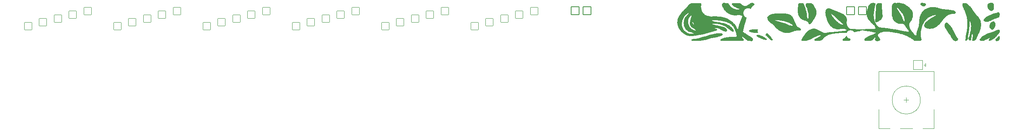
<source format=gto>
%TF.GenerationSoftware,KiCad,Pcbnew,(6.0.5)*%
%TF.CreationDate,2022-07-21T21:28:30-06:00*%
%TF.ProjectId,kb_right,6b625f72-6967-4687-942e-6b696361645f,rev?*%
%TF.SameCoordinates,Original*%
%TF.FileFunction,Legend,Top*%
%TF.FilePolarity,Positive*%
%FSLAX46Y46*%
G04 Gerber Fmt 4.6, Leading zero omitted, Abs format (unit mm)*
G04 Created by KiCad (PCBNEW (6.0.5)) date 2022-07-21 21:28:30*
%MOMM*%
%LPD*%
G01*
G04 APERTURE LIST*
G04 Aperture macros list*
%AMRoundRect*
0 Rectangle with rounded corners*
0 $1 Rounding radius*
0 $2 $3 $4 $5 $6 $7 $8 $9 X,Y pos of 4 corners*
0 Add a 4 corners polygon primitive as box body*
4,1,4,$2,$3,$4,$5,$6,$7,$8,$9,$2,$3,0*
0 Add four circle primitives for the rounded corners*
1,1,$1+$1,$2,$3*
1,1,$1+$1,$4,$5*
1,1,$1+$1,$6,$7*
1,1,$1+$1,$8,$9*
0 Add four rect primitives between the rounded corners*
20,1,$1+$1,$2,$3,$4,$5,0*
20,1,$1+$1,$4,$5,$6,$7,0*
20,1,$1+$1,$6,$7,$8,$9,0*
20,1,$1+$1,$8,$9,$2,$3,0*%
G04 Aperture macros list end*
%ADD10C,0.300000*%
%ADD11C,0.120000*%
%ADD12R,1.600000X1.600000*%
%ADD13C,1.600000*%
%ADD14C,4.087800*%
%ADD15C,1.850000*%
%ADD16C,3.100000*%
%ADD17RoundRect,0.050000X0.800000X-0.800000X0.800000X0.800000X-0.800000X0.800000X-0.800000X-0.800000X0*%
%ADD18C,1.700000*%
%ADD19C,3.148000*%
%ADD20O,2.100000X3.300000*%
%ADD21RoundRect,0.050000X-1.000000X1.000000X-1.000000X-1.000000X1.000000X-1.000000X1.000000X1.000000X0*%
%ADD22C,2.100000*%
%ADD23RoundRect,0.050000X0.850000X0.850000X-0.850000X0.850000X-0.850000X-0.850000X0.850000X-0.850000X0*%
%ADD24O,1.800000X1.800000*%
%ADD25C,2.050000*%
G04 APERTURE END LIST*
D10*
G36*
X245227416Y-36056164D02*
G01*
X245325582Y-36129931D01*
X245419652Y-36207438D01*
X245509828Y-36288492D01*
X245679306Y-36460470D01*
X245835635Y-36644327D01*
X245980435Y-36838522D01*
X246115324Y-37041517D01*
X246241922Y-37251773D01*
X246361847Y-37467749D01*
X246588158Y-37910708D01*
X246807209Y-38358079D01*
X247031952Y-38797546D01*
X247150506Y-39010469D01*
X247275341Y-39216797D01*
X247301392Y-39234995D01*
X247323977Y-39253464D01*
X247343223Y-39272141D01*
X247359256Y-39290965D01*
X247372203Y-39309872D01*
X247382190Y-39328800D01*
X247389343Y-39347686D01*
X247393791Y-39366467D01*
X247395657Y-39385081D01*
X247395071Y-39403466D01*
X247392157Y-39421558D01*
X247387043Y-39439295D01*
X247379855Y-39456614D01*
X247370719Y-39473453D01*
X247359763Y-39489750D01*
X247347112Y-39505441D01*
X247332894Y-39520463D01*
X247317234Y-39534755D01*
X247300259Y-39548254D01*
X247282097Y-39560897D01*
X247262872Y-39572621D01*
X247242713Y-39583363D01*
X247221745Y-39593062D01*
X247200095Y-39601655D01*
X247177890Y-39609078D01*
X247155255Y-39615270D01*
X247132318Y-39620167D01*
X247109206Y-39623708D01*
X247086044Y-39625828D01*
X247062959Y-39626467D01*
X247040079Y-39625561D01*
X247017528Y-39623047D01*
X246958531Y-39612773D01*
X246902531Y-39598056D01*
X246849376Y-39579124D01*
X246798913Y-39556204D01*
X246750990Y-39529524D01*
X246705453Y-39499312D01*
X246662151Y-39465796D01*
X246620930Y-39429203D01*
X246581638Y-39389762D01*
X246544121Y-39347700D01*
X246473806Y-39256626D01*
X246408763Y-39157802D01*
X246347771Y-39053052D01*
X246119874Y-38611240D01*
X246060810Y-38504197D01*
X245998468Y-38402162D01*
X245931626Y-38306960D01*
X245896135Y-38262490D01*
X245859062Y-38220412D01*
X245101582Y-37156993D01*
X245023721Y-37015446D01*
X244990096Y-36944123D01*
X244960555Y-36872458D01*
X244935509Y-36800467D01*
X244915368Y-36728169D01*
X244900545Y-36655581D01*
X244891449Y-36582722D01*
X244888491Y-36509608D01*
X244892083Y-36436258D01*
X244902634Y-36362689D01*
X244920556Y-36288920D01*
X244946260Y-36214967D01*
X244980156Y-36140849D01*
X245022655Y-36066583D01*
X245074169Y-35992187D01*
X245124950Y-35986328D01*
X245227416Y-36056164D01*
G37*
X245227416Y-36056164D02*
X245325582Y-36129931D01*
X245419652Y-36207438D01*
X245509828Y-36288492D01*
X245679306Y-36460470D01*
X245835635Y-36644327D01*
X245980435Y-36838522D01*
X246115324Y-37041517D01*
X246241922Y-37251773D01*
X246361847Y-37467749D01*
X246588158Y-37910708D01*
X246807209Y-38358079D01*
X247031952Y-38797546D01*
X247150506Y-39010469D01*
X247275341Y-39216797D01*
X247301392Y-39234995D01*
X247323977Y-39253464D01*
X247343223Y-39272141D01*
X247359256Y-39290965D01*
X247372203Y-39309872D01*
X247382190Y-39328800D01*
X247389343Y-39347686D01*
X247393791Y-39366467D01*
X247395657Y-39385081D01*
X247395071Y-39403466D01*
X247392157Y-39421558D01*
X247387043Y-39439295D01*
X247379855Y-39456614D01*
X247370719Y-39473453D01*
X247359763Y-39489750D01*
X247347112Y-39505441D01*
X247332894Y-39520463D01*
X247317234Y-39534755D01*
X247300259Y-39548254D01*
X247282097Y-39560897D01*
X247262872Y-39572621D01*
X247242713Y-39583363D01*
X247221745Y-39593062D01*
X247200095Y-39601655D01*
X247177890Y-39609078D01*
X247155255Y-39615270D01*
X247132318Y-39620167D01*
X247109206Y-39623708D01*
X247086044Y-39625828D01*
X247062959Y-39626467D01*
X247040079Y-39625561D01*
X247017528Y-39623047D01*
X246958531Y-39612773D01*
X246902531Y-39598056D01*
X246849376Y-39579124D01*
X246798913Y-39556204D01*
X246750990Y-39529524D01*
X246705453Y-39499312D01*
X246662151Y-39465796D01*
X246620930Y-39429203D01*
X246581638Y-39389762D01*
X246544121Y-39347700D01*
X246473806Y-39256626D01*
X246408763Y-39157802D01*
X246347771Y-39053052D01*
X246119874Y-38611240D01*
X246060810Y-38504197D01*
X245998468Y-38402162D01*
X245931626Y-38306960D01*
X245896135Y-38262490D01*
X245859062Y-38220412D01*
X245101582Y-37156993D01*
X245023721Y-37015446D01*
X244990096Y-36944123D01*
X244960555Y-36872458D01*
X244935509Y-36800467D01*
X244915368Y-36728169D01*
X244900545Y-36655581D01*
X244891449Y-36582722D01*
X244888491Y-36509608D01*
X244892083Y-36436258D01*
X244902634Y-36362689D01*
X244920556Y-36288920D01*
X244946260Y-36214967D01*
X244980156Y-36140849D01*
X245022655Y-36066583D01*
X245074169Y-35992187D01*
X245124950Y-35986328D01*
X245227416Y-36056164D01*
G36*
X196944202Y-38275930D02*
G01*
X196966556Y-38277636D01*
X196989563Y-38280369D01*
X197013013Y-38284180D01*
X197036697Y-38289122D01*
X197060404Y-38295245D01*
X197083924Y-38302603D01*
X197107048Y-38311247D01*
X197129566Y-38321228D01*
X197151267Y-38332599D01*
X197171943Y-38345411D01*
X197181830Y-38352374D01*
X197191382Y-38359717D01*
X197200572Y-38367445D01*
X197209375Y-38375567D01*
X197217764Y-38384088D01*
X197225713Y-38393014D01*
X197233195Y-38402352D01*
X197240184Y-38412109D01*
X197103724Y-38478629D01*
X196964919Y-38537716D01*
X196824011Y-38590132D01*
X196681245Y-38636638D01*
X196536865Y-38677994D01*
X196391114Y-38714960D01*
X196096473Y-38778768D01*
X195501462Y-38887183D01*
X195204990Y-38943960D01*
X195057866Y-38975653D01*
X194911807Y-39010563D01*
X194669861Y-39101396D01*
X194425862Y-39184347D01*
X194179953Y-39259527D01*
X193932278Y-39327046D01*
X193682982Y-39387016D01*
X193432209Y-39439547D01*
X193180103Y-39484750D01*
X192926808Y-39522735D01*
X192672468Y-39553614D01*
X192417228Y-39577496D01*
X192161232Y-39594494D01*
X191904623Y-39604717D01*
X191647546Y-39608276D01*
X191390146Y-39605282D01*
X191132566Y-39595846D01*
X190874950Y-39580078D01*
X191257474Y-39525847D01*
X191637216Y-39456599D01*
X192014605Y-39374771D01*
X192390072Y-39282800D01*
X193136958Y-39078184D01*
X193881316Y-38862252D01*
X194626588Y-38654504D01*
X195000642Y-38559795D01*
X195376214Y-38474444D01*
X195753735Y-38400891D01*
X196133635Y-38341572D01*
X196516345Y-38298926D01*
X196902294Y-38275391D01*
X196922712Y-38275199D01*
X196944202Y-38275930D01*
G37*
X196944202Y-38275930D02*
X196966556Y-38277636D01*
X196989563Y-38280369D01*
X197013013Y-38284180D01*
X197036697Y-38289122D01*
X197060404Y-38295245D01*
X197083924Y-38302603D01*
X197107048Y-38311247D01*
X197129566Y-38321228D01*
X197151267Y-38332599D01*
X197171943Y-38345411D01*
X197181830Y-38352374D01*
X197191382Y-38359717D01*
X197200572Y-38367445D01*
X197209375Y-38375567D01*
X197217764Y-38384088D01*
X197225713Y-38393014D01*
X197233195Y-38402352D01*
X197240184Y-38412109D01*
X197103724Y-38478629D01*
X196964919Y-38537716D01*
X196824011Y-38590132D01*
X196681245Y-38636638D01*
X196536865Y-38677994D01*
X196391114Y-38714960D01*
X196096473Y-38778768D01*
X195501462Y-38887183D01*
X195204990Y-38943960D01*
X195057866Y-38975653D01*
X194911807Y-39010563D01*
X194669861Y-39101396D01*
X194425862Y-39184347D01*
X194179953Y-39259527D01*
X193932278Y-39327046D01*
X193682982Y-39387016D01*
X193432209Y-39439547D01*
X193180103Y-39484750D01*
X192926808Y-39522735D01*
X192672468Y-39553614D01*
X192417228Y-39577496D01*
X192161232Y-39594494D01*
X191904623Y-39604717D01*
X191647546Y-39608276D01*
X191390146Y-39605282D01*
X191132566Y-39595846D01*
X190874950Y-39580078D01*
X191257474Y-39525847D01*
X191637216Y-39456599D01*
X192014605Y-39374771D01*
X192390072Y-39282800D01*
X193136958Y-39078184D01*
X193881316Y-38862252D01*
X194626588Y-38654504D01*
X195000642Y-38559795D01*
X195376214Y-38474444D01*
X195753735Y-38400891D01*
X196133635Y-38341572D01*
X196516345Y-38298926D01*
X196902294Y-38275391D01*
X196922712Y-38275199D01*
X196944202Y-38275930D01*
G36*
X207207976Y-35287313D02*
G01*
X207174230Y-35225293D01*
X207145163Y-35160563D01*
X207121118Y-35092919D01*
X207102435Y-35022153D01*
X207089456Y-34948059D01*
X207082525Y-34870431D01*
X207081981Y-34789062D01*
X207135601Y-34704566D01*
X207192974Y-34627296D01*
X207253920Y-34556937D01*
X207318257Y-34493170D01*
X207385805Y-34435679D01*
X207456383Y-34384147D01*
X207529809Y-34338257D01*
X207605903Y-34297692D01*
X207684483Y-34262135D01*
X207765368Y-34231270D01*
X207848378Y-34204779D01*
X207933330Y-34182345D01*
X208108342Y-34148383D01*
X208288954Y-34126847D01*
X208473718Y-34115202D01*
X208661187Y-34110912D01*
X209038441Y-34114258D01*
X209409131Y-34116600D01*
X209588393Y-34111057D01*
X209761669Y-34097656D01*
X210144276Y-34092952D01*
X210335564Y-34090846D01*
X210526419Y-34092740D01*
X210621586Y-34096085D01*
X210716525Y-34101509D01*
X210811197Y-34109370D01*
X210905562Y-34120029D01*
X210999582Y-34133845D01*
X211093216Y-34151177D01*
X211186424Y-34172385D01*
X211279167Y-34197828D01*
X211386868Y-34222695D01*
X211488005Y-34254132D01*
X211582894Y-34291815D01*
X211671852Y-34335423D01*
X211755195Y-34384633D01*
X211833239Y-34439124D01*
X211906300Y-34498574D01*
X211974696Y-34562660D01*
X212038742Y-34631061D01*
X212098755Y-34703454D01*
X212155051Y-34779517D01*
X212207947Y-34858928D01*
X212304803Y-35026507D01*
X212391854Y-35203615D01*
X212471631Y-35387673D01*
X212546665Y-35576107D01*
X212692630Y-35955793D01*
X212768622Y-36141892D01*
X212849996Y-36322060D01*
X212939282Y-36493721D01*
X213039013Y-36654297D01*
X213053700Y-36692787D01*
X213071179Y-36728417D01*
X213091253Y-36761376D01*
X213113727Y-36791852D01*
X213138403Y-36820035D01*
X213165086Y-36846113D01*
X213193578Y-36870275D01*
X213223685Y-36892710D01*
X213255208Y-36913608D01*
X213287953Y-36933157D01*
X213356321Y-36968963D01*
X213427216Y-37001640D01*
X213499069Y-37032699D01*
X213570308Y-37063652D01*
X213639364Y-37096010D01*
X213704664Y-37131285D01*
X213735416Y-37150488D01*
X213764640Y-37170987D01*
X213792139Y-37192970D01*
X213817719Y-37216628D01*
X213841181Y-37242148D01*
X213862331Y-37269719D01*
X213880971Y-37299530D01*
X213896906Y-37331771D01*
X213909938Y-37366631D01*
X213919872Y-37404297D01*
X213728262Y-37394275D01*
X213524566Y-37391418D01*
X213419346Y-37393288D01*
X213312495Y-37397681D01*
X213204479Y-37404843D01*
X213095760Y-37415018D01*
X212986803Y-37428449D01*
X212878071Y-37445382D01*
X212770029Y-37466060D01*
X212663140Y-37490728D01*
X212557869Y-37519630D01*
X212454679Y-37553010D01*
X212354033Y-37591113D01*
X212256397Y-37634182D01*
X212134401Y-37698414D01*
X212011259Y-37754113D01*
X211887132Y-37801504D01*
X211762178Y-37840808D01*
X211636555Y-37872248D01*
X211510423Y-37896046D01*
X211383940Y-37912425D01*
X211257266Y-37921606D01*
X211130558Y-37923812D01*
X211003976Y-37919266D01*
X210877679Y-37908190D01*
X210751826Y-37890807D01*
X210626575Y-37867338D01*
X210502086Y-37838005D01*
X210378516Y-37803033D01*
X210256026Y-37762642D01*
X210134773Y-37717055D01*
X210014917Y-37666495D01*
X209896617Y-37611183D01*
X209780031Y-37551343D01*
X209552638Y-37418966D01*
X209334008Y-37271142D01*
X209125413Y-37109651D01*
X208928123Y-36936271D01*
X208743409Y-36752781D01*
X208572542Y-36560960D01*
X208532907Y-36499603D01*
X208489407Y-36440695D01*
X208442382Y-36384031D01*
X208392174Y-36329403D01*
X208339125Y-36276606D01*
X208283577Y-36225433D01*
X208166352Y-36127134D01*
X208043233Y-36032856D01*
X207916953Y-35940948D01*
X207665854Y-35757639D01*
X207546503Y-35662937D01*
X207489574Y-35614102D01*
X207434931Y-35564002D01*
X207382916Y-35512431D01*
X207333871Y-35459183D01*
X207288139Y-35404052D01*
X207268211Y-35376953D01*
X208247997Y-35376953D01*
X208349623Y-35449100D01*
X208458424Y-35514494D01*
X208573616Y-35573816D01*
X208694418Y-35627744D01*
X208820045Y-35676957D01*
X208949715Y-35722135D01*
X209082644Y-35763956D01*
X209218050Y-35803099D01*
X209768777Y-35946478D01*
X210038641Y-36019758D01*
X210169457Y-36059172D01*
X210296485Y-36101340D01*
X210369792Y-36110245D01*
X210443195Y-36123403D01*
X210516688Y-36140413D01*
X210590262Y-36160876D01*
X210737616Y-36210553D01*
X210885190Y-36269227D01*
X211476320Y-36529756D01*
X211623969Y-36585313D01*
X211771429Y-36630627D01*
X211845067Y-36648440D01*
X211918632Y-36662490D01*
X211992115Y-36672375D01*
X212065508Y-36677696D01*
X212138802Y-36678050D01*
X212211990Y-36673038D01*
X212285061Y-36662258D01*
X212358009Y-36645309D01*
X212430824Y-36621791D01*
X212503498Y-36591303D01*
X212576022Y-36553444D01*
X212648388Y-36507812D01*
X212478116Y-36337712D01*
X212293396Y-36181680D01*
X212095568Y-36039144D01*
X211885974Y-35909532D01*
X211665956Y-35792273D01*
X211436854Y-35686797D01*
X211200010Y-35592530D01*
X210956766Y-35508902D01*
X210708462Y-35435342D01*
X210456441Y-35371277D01*
X210202043Y-35316136D01*
X209946610Y-35269349D01*
X209691484Y-35230342D01*
X209438005Y-35198546D01*
X208941356Y-35154297D01*
X208897278Y-35161172D01*
X208851522Y-35166295D01*
X208756498Y-35173592D01*
X208659332Y-35180802D01*
X208610898Y-35185814D01*
X208563070Y-35192535D01*
X208516230Y-35201539D01*
X208470759Y-35213404D01*
X208448655Y-35220589D01*
X208427037Y-35228706D01*
X208405951Y-35237826D01*
X208385445Y-35248022D01*
X208365567Y-35259365D01*
X208346364Y-35271928D01*
X208327885Y-35285783D01*
X208310176Y-35301001D01*
X208293285Y-35317655D01*
X208277259Y-35335817D01*
X208262148Y-35355559D01*
X208247997Y-35376953D01*
X207268211Y-35376953D01*
X207246060Y-35346830D01*
X207207976Y-35287313D01*
G37*
X207207976Y-35287313D02*
X207174230Y-35225293D01*
X207145163Y-35160563D01*
X207121118Y-35092919D01*
X207102435Y-35022153D01*
X207089456Y-34948059D01*
X207082525Y-34870431D01*
X207081981Y-34789062D01*
X207135601Y-34704566D01*
X207192974Y-34627296D01*
X207253920Y-34556937D01*
X207318257Y-34493170D01*
X207385805Y-34435679D01*
X207456383Y-34384147D01*
X207529809Y-34338257D01*
X207605903Y-34297692D01*
X207684483Y-34262135D01*
X207765368Y-34231270D01*
X207848378Y-34204779D01*
X207933330Y-34182345D01*
X208108342Y-34148383D01*
X208288954Y-34126847D01*
X208473718Y-34115202D01*
X208661187Y-34110912D01*
X209038441Y-34114258D01*
X209409131Y-34116600D01*
X209588393Y-34111057D01*
X209761669Y-34097656D01*
X210144276Y-34092952D01*
X210335564Y-34090846D01*
X210526419Y-34092740D01*
X210621586Y-34096085D01*
X210716525Y-34101509D01*
X210811197Y-34109370D01*
X210905562Y-34120029D01*
X210999582Y-34133845D01*
X211093216Y-34151177D01*
X211186424Y-34172385D01*
X211279167Y-34197828D01*
X211386868Y-34222695D01*
X211488005Y-34254132D01*
X211582894Y-34291815D01*
X211671852Y-34335423D01*
X211755195Y-34384633D01*
X211833239Y-34439124D01*
X211906300Y-34498574D01*
X211974696Y-34562660D01*
X212038742Y-34631061D01*
X212098755Y-34703454D01*
X212155051Y-34779517D01*
X212207947Y-34858928D01*
X212304803Y-35026507D01*
X212391854Y-35203615D01*
X212471631Y-35387673D01*
X212546665Y-35576107D01*
X212692630Y-35955793D01*
X212768622Y-36141892D01*
X212849996Y-36322060D01*
X212939282Y-36493721D01*
X213039013Y-36654297D01*
X213053700Y-36692787D01*
X213071179Y-36728417D01*
X213091253Y-36761376D01*
X213113727Y-36791852D01*
X213138403Y-36820035D01*
X213165086Y-36846113D01*
X213193578Y-36870275D01*
X213223685Y-36892710D01*
X213255208Y-36913608D01*
X213287953Y-36933157D01*
X213356321Y-36968963D01*
X213427216Y-37001640D01*
X213499069Y-37032699D01*
X213570308Y-37063652D01*
X213639364Y-37096010D01*
X213704664Y-37131285D01*
X213735416Y-37150488D01*
X213764640Y-37170987D01*
X213792139Y-37192970D01*
X213817719Y-37216628D01*
X213841181Y-37242148D01*
X213862331Y-37269719D01*
X213880971Y-37299530D01*
X213896906Y-37331771D01*
X213909938Y-37366631D01*
X213919872Y-37404297D01*
X213728262Y-37394275D01*
X213524566Y-37391418D01*
X213419346Y-37393288D01*
X213312495Y-37397681D01*
X213204479Y-37404843D01*
X213095760Y-37415018D01*
X212986803Y-37428449D01*
X212878071Y-37445382D01*
X212770029Y-37466060D01*
X212663140Y-37490728D01*
X212557869Y-37519630D01*
X212454679Y-37553010D01*
X212354033Y-37591113D01*
X212256397Y-37634182D01*
X212134401Y-37698414D01*
X212011259Y-37754113D01*
X211887132Y-37801504D01*
X211762178Y-37840808D01*
X211636555Y-37872248D01*
X211510423Y-37896046D01*
X211383940Y-37912425D01*
X211257266Y-37921606D01*
X211130558Y-37923812D01*
X211003976Y-37919266D01*
X210877679Y-37908190D01*
X210751826Y-37890807D01*
X210626575Y-37867338D01*
X210502086Y-37838005D01*
X210378516Y-37803033D01*
X210256026Y-37762642D01*
X210134773Y-37717055D01*
X210014917Y-37666495D01*
X209896617Y-37611183D01*
X209780031Y-37551343D01*
X209552638Y-37418966D01*
X209334008Y-37271142D01*
X209125413Y-37109651D01*
X208928123Y-36936271D01*
X208743409Y-36752781D01*
X208572542Y-36560960D01*
X208532907Y-36499603D01*
X208489407Y-36440695D01*
X208442382Y-36384031D01*
X208392174Y-36329403D01*
X208339125Y-36276606D01*
X208283577Y-36225433D01*
X208166352Y-36127134D01*
X208043233Y-36032856D01*
X207916953Y-35940948D01*
X207665854Y-35757639D01*
X207546503Y-35662937D01*
X207489574Y-35614102D01*
X207434931Y-35564002D01*
X207382916Y-35512431D01*
X207333871Y-35459183D01*
X207288139Y-35404052D01*
X207268211Y-35376953D01*
X208247997Y-35376953D01*
X208349623Y-35449100D01*
X208458424Y-35514494D01*
X208573616Y-35573816D01*
X208694418Y-35627744D01*
X208820045Y-35676957D01*
X208949715Y-35722135D01*
X209082644Y-35763956D01*
X209218050Y-35803099D01*
X209768777Y-35946478D01*
X210038641Y-36019758D01*
X210169457Y-36059172D01*
X210296485Y-36101340D01*
X210369792Y-36110245D01*
X210443195Y-36123403D01*
X210516688Y-36140413D01*
X210590262Y-36160876D01*
X210737616Y-36210553D01*
X210885190Y-36269227D01*
X211476320Y-36529756D01*
X211623969Y-36585313D01*
X211771429Y-36630627D01*
X211845067Y-36648440D01*
X211918632Y-36662490D01*
X211992115Y-36672375D01*
X212065508Y-36677696D01*
X212138802Y-36678050D01*
X212211990Y-36673038D01*
X212285061Y-36662258D01*
X212358009Y-36645309D01*
X212430824Y-36621791D01*
X212503498Y-36591303D01*
X212576022Y-36553444D01*
X212648388Y-36507812D01*
X212478116Y-36337712D01*
X212293396Y-36181680D01*
X212095568Y-36039144D01*
X211885974Y-35909532D01*
X211665956Y-35792273D01*
X211436854Y-35686797D01*
X211200010Y-35592530D01*
X210956766Y-35508902D01*
X210708462Y-35435342D01*
X210456441Y-35371277D01*
X210202043Y-35316136D01*
X209946610Y-35269349D01*
X209691484Y-35230342D01*
X209438005Y-35198546D01*
X208941356Y-35154297D01*
X208897278Y-35161172D01*
X208851522Y-35166295D01*
X208756498Y-35173592D01*
X208659332Y-35180802D01*
X208610898Y-35185814D01*
X208563070Y-35192535D01*
X208516230Y-35201539D01*
X208470759Y-35213404D01*
X208448655Y-35220589D01*
X208427037Y-35228706D01*
X208405951Y-35237826D01*
X208385445Y-35248022D01*
X208365567Y-35259365D01*
X208346364Y-35271928D01*
X208327885Y-35285783D01*
X208310176Y-35301001D01*
X208293285Y-35317655D01*
X208277259Y-35335817D01*
X208262148Y-35355559D01*
X208247997Y-35376953D01*
X207268211Y-35376953D01*
X207246060Y-35346830D01*
X207207976Y-35287313D01*
G36*
X204905130Y-38639013D02*
G01*
X205026991Y-38655489D01*
X205148478Y-38678112D01*
X205269332Y-38706657D01*
X205389294Y-38740901D01*
X205508107Y-38780619D01*
X205625511Y-38825589D01*
X205741248Y-38875586D01*
X205855060Y-38930387D01*
X205966688Y-38989767D01*
X206075874Y-39053503D01*
X206182359Y-39121371D01*
X206285885Y-39193147D01*
X206386193Y-39268608D01*
X206483025Y-39347529D01*
X206576122Y-39429688D01*
X206490600Y-39391337D01*
X206398601Y-39354129D01*
X206198539Y-39281660D01*
X205757757Y-39134161D01*
X205530517Y-39053214D01*
X205418134Y-39009648D01*
X205307700Y-38963526D01*
X205200056Y-38914480D01*
X205096045Y-38862139D01*
X204996510Y-38806133D01*
X204902294Y-38746094D01*
X204854442Y-38699030D01*
X204783153Y-38628906D01*
X204905130Y-38639013D01*
G37*
X204905130Y-38639013D02*
X205026991Y-38655489D01*
X205148478Y-38678112D01*
X205269332Y-38706657D01*
X205389294Y-38740901D01*
X205508107Y-38780619D01*
X205625511Y-38825589D01*
X205741248Y-38875586D01*
X205855060Y-38930387D01*
X205966688Y-38989767D01*
X206075874Y-39053503D01*
X206182359Y-39121371D01*
X206285885Y-39193147D01*
X206386193Y-39268608D01*
X206483025Y-39347529D01*
X206576122Y-39429688D01*
X206490600Y-39391337D01*
X206398601Y-39354129D01*
X206198539Y-39281660D01*
X205757757Y-39134161D01*
X205530517Y-39053214D01*
X205418134Y-39009648D01*
X205307700Y-38963526D01*
X205200056Y-38914480D01*
X205096045Y-38862139D01*
X204996510Y-38806133D01*
X204902294Y-38746094D01*
X204854442Y-38699030D01*
X204783153Y-38628906D01*
X204905130Y-38639013D01*
G36*
X239971176Y-31812249D02*
G01*
X240008095Y-31814854D01*
X240047338Y-31818225D01*
X240088036Y-31822226D01*
X240170320Y-31831572D01*
X240247997Y-31841797D01*
X240299418Y-31839614D01*
X240345412Y-31840969D01*
X240386160Y-31845597D01*
X240421846Y-31853231D01*
X240452655Y-31863607D01*
X240478769Y-31876458D01*
X240500372Y-31891518D01*
X240517648Y-31908523D01*
X240530781Y-31927206D01*
X240539953Y-31947301D01*
X240545348Y-31968543D01*
X240547150Y-31990666D01*
X240545543Y-32013405D01*
X240540709Y-32036494D01*
X240532833Y-32059666D01*
X240522098Y-32082657D01*
X240508687Y-32105201D01*
X240492785Y-32127031D01*
X240474574Y-32147883D01*
X240454238Y-32167490D01*
X240431961Y-32185586D01*
X240407926Y-32201907D01*
X240382317Y-32216186D01*
X240355317Y-32228158D01*
X240327110Y-32237557D01*
X240297879Y-32244117D01*
X240267809Y-32247573D01*
X240237082Y-32247658D01*
X240205881Y-32244108D01*
X240174392Y-32236656D01*
X240142796Y-32225037D01*
X240111278Y-32208984D01*
X240099667Y-32195879D01*
X240085939Y-32182327D01*
X240053139Y-32154076D01*
X240014890Y-32124623D01*
X239973205Y-32094360D01*
X239887575Y-32032970D01*
X239847655Y-32002626D01*
X239812348Y-31973038D01*
X239797053Y-31958650D01*
X239783667Y-31944598D01*
X239772439Y-31930930D01*
X239763623Y-31917697D01*
X239757469Y-31904946D01*
X239754230Y-31892727D01*
X239754156Y-31881089D01*
X239757499Y-31870080D01*
X239764511Y-31859749D01*
X239775443Y-31850146D01*
X239790548Y-31841320D01*
X239810075Y-31833319D01*
X239834278Y-31826192D01*
X239863406Y-31819988D01*
X239897713Y-31814757D01*
X239937450Y-31810547D01*
X239971176Y-31812249D01*
G37*
X239971176Y-31812249D02*
X240008095Y-31814854D01*
X240047338Y-31818225D01*
X240088036Y-31822226D01*
X240170320Y-31831572D01*
X240247997Y-31841797D01*
X240299418Y-31839614D01*
X240345412Y-31840969D01*
X240386160Y-31845597D01*
X240421846Y-31853231D01*
X240452655Y-31863607D01*
X240478769Y-31876458D01*
X240500372Y-31891518D01*
X240517648Y-31908523D01*
X240530781Y-31927206D01*
X240539953Y-31947301D01*
X240545348Y-31968543D01*
X240547150Y-31990666D01*
X240545543Y-32013405D01*
X240540709Y-32036494D01*
X240532833Y-32059666D01*
X240522098Y-32082657D01*
X240508687Y-32105201D01*
X240492785Y-32127031D01*
X240474574Y-32147883D01*
X240454238Y-32167490D01*
X240431961Y-32185586D01*
X240407926Y-32201907D01*
X240382317Y-32216186D01*
X240355317Y-32228158D01*
X240327110Y-32237557D01*
X240297879Y-32244117D01*
X240267809Y-32247573D01*
X240237082Y-32247658D01*
X240205881Y-32244108D01*
X240174392Y-32236656D01*
X240142796Y-32225037D01*
X240111278Y-32208984D01*
X240099667Y-32195879D01*
X240085939Y-32182327D01*
X240053139Y-32154076D01*
X240014890Y-32124623D01*
X239973205Y-32094360D01*
X239887575Y-32032970D01*
X239847655Y-32002626D01*
X239812348Y-31973038D01*
X239797053Y-31958650D01*
X239783667Y-31944598D01*
X239772439Y-31930930D01*
X239763623Y-31917697D01*
X239757469Y-31904946D01*
X239754230Y-31892727D01*
X239754156Y-31881089D01*
X239757499Y-31870080D01*
X239764511Y-31859749D01*
X239775443Y-31850146D01*
X239790548Y-31841320D01*
X239810075Y-31833319D01*
X239834278Y-31826192D01*
X239863406Y-31819988D01*
X239897713Y-31814757D01*
X239937450Y-31810547D01*
X239971176Y-31812249D01*
G36*
X204691762Y-37473414D02*
G01*
X204716635Y-37474597D01*
X204741512Y-37476486D01*
X204868629Y-37475162D01*
X204993827Y-37480046D01*
X205117113Y-37490932D01*
X205238495Y-37507618D01*
X205357982Y-37529898D01*
X205475580Y-37557569D01*
X205591299Y-37590426D01*
X205705146Y-37628265D01*
X205817129Y-37670881D01*
X205927256Y-37718072D01*
X206035534Y-37769631D01*
X206141972Y-37825356D01*
X206246578Y-37885041D01*
X206349359Y-37948483D01*
X206549479Y-38085821D01*
X206742395Y-38235733D01*
X206928172Y-38396588D01*
X207106872Y-38566751D01*
X207278558Y-38744588D01*
X207443294Y-38928465D01*
X207601144Y-39116749D01*
X207752169Y-39307805D01*
X207896434Y-39500000D01*
X207854243Y-39482706D01*
X207813221Y-39463804D01*
X207773301Y-39443385D01*
X207734417Y-39421540D01*
X207696502Y-39398359D01*
X207659490Y-39373934D01*
X207587906Y-39321714D01*
X207519132Y-39265603D01*
X207452634Y-39206330D01*
X207387878Y-39144619D01*
X207324331Y-39081196D01*
X207198730Y-38952121D01*
X207135608Y-38887921D01*
X207071560Y-38824914D01*
X207006054Y-38763825D01*
X206938555Y-38705382D01*
X206868529Y-38650309D01*
X206795444Y-38599333D01*
X206703519Y-38511815D01*
X206608702Y-38432371D01*
X206511147Y-38360569D01*
X206411003Y-38295978D01*
X206308425Y-38238166D01*
X206203564Y-38186702D01*
X206096571Y-38141156D01*
X205987599Y-38101095D01*
X205764326Y-38035705D01*
X205534960Y-37987082D01*
X205300718Y-37951778D01*
X205062816Y-37926340D01*
X204098930Y-37854265D01*
X203860971Y-37826414D01*
X203626648Y-37787730D01*
X203397178Y-37734763D01*
X203173778Y-37664062D01*
X203205703Y-37640318D01*
X203238198Y-37618864D01*
X203271237Y-37599589D01*
X203304793Y-37582383D01*
X203338838Y-37567133D01*
X203373346Y-37553729D01*
X203408288Y-37542059D01*
X203443639Y-37532012D01*
X203515454Y-37516341D01*
X203588575Y-37505825D01*
X203662783Y-37499573D01*
X203737861Y-37496696D01*
X203889757Y-37497502D01*
X204042522Y-37501118D01*
X204118687Y-37501753D01*
X204194417Y-37500420D01*
X204269493Y-37496226D01*
X204343700Y-37488281D01*
X204393420Y-37486536D01*
X204443136Y-37483646D01*
X204542572Y-37476878D01*
X204592294Y-37474220D01*
X204642024Y-37472862D01*
X204666892Y-37472861D01*
X204691762Y-37473414D01*
G37*
X204691762Y-37473414D02*
X204716635Y-37474597D01*
X204741512Y-37476486D01*
X204868629Y-37475162D01*
X204993827Y-37480046D01*
X205117113Y-37490932D01*
X205238495Y-37507618D01*
X205357982Y-37529898D01*
X205475580Y-37557569D01*
X205591299Y-37590426D01*
X205705146Y-37628265D01*
X205817129Y-37670881D01*
X205927256Y-37718072D01*
X206035534Y-37769631D01*
X206141972Y-37825356D01*
X206246578Y-37885041D01*
X206349359Y-37948483D01*
X206549479Y-38085821D01*
X206742395Y-38235733D01*
X206928172Y-38396588D01*
X207106872Y-38566751D01*
X207278558Y-38744588D01*
X207443294Y-38928465D01*
X207601144Y-39116749D01*
X207752169Y-39307805D01*
X207896434Y-39500000D01*
X207854243Y-39482706D01*
X207813221Y-39463804D01*
X207773301Y-39443385D01*
X207734417Y-39421540D01*
X207696502Y-39398359D01*
X207659490Y-39373934D01*
X207587906Y-39321714D01*
X207519132Y-39265603D01*
X207452634Y-39206330D01*
X207387878Y-39144619D01*
X207324331Y-39081196D01*
X207198730Y-38952121D01*
X207135608Y-38887921D01*
X207071560Y-38824914D01*
X207006054Y-38763825D01*
X206938555Y-38705382D01*
X206868529Y-38650309D01*
X206795444Y-38599333D01*
X206703519Y-38511815D01*
X206608702Y-38432371D01*
X206511147Y-38360569D01*
X206411003Y-38295978D01*
X206308425Y-38238166D01*
X206203564Y-38186702D01*
X206096571Y-38141156D01*
X205987599Y-38101095D01*
X205764326Y-38035705D01*
X205534960Y-37987082D01*
X205300718Y-37951778D01*
X205062816Y-37926340D01*
X204098930Y-37854265D01*
X203860971Y-37826414D01*
X203626648Y-37787730D01*
X203397178Y-37734763D01*
X203173778Y-37664062D01*
X203205703Y-37640318D01*
X203238198Y-37618864D01*
X203271237Y-37599589D01*
X203304793Y-37582383D01*
X203338838Y-37567133D01*
X203373346Y-37553729D01*
X203408288Y-37542059D01*
X203443639Y-37532012D01*
X203515454Y-37516341D01*
X203588575Y-37505825D01*
X203662783Y-37499573D01*
X203737861Y-37496696D01*
X203889757Y-37497502D01*
X204042522Y-37501118D01*
X204118687Y-37501753D01*
X204194417Y-37500420D01*
X204269493Y-37496226D01*
X204343700Y-37488281D01*
X204393420Y-37486536D01*
X204443136Y-37483646D01*
X204542572Y-37476878D01*
X204592294Y-37474220D01*
X204642024Y-37472862D01*
X204666892Y-37472861D01*
X204691762Y-37473414D01*
G36*
X256301881Y-38950463D02*
G01*
X256309065Y-38981533D01*
X256314489Y-39013024D01*
X256318171Y-39044828D01*
X256320130Y-39076836D01*
X256320384Y-39108940D01*
X256318952Y-39141033D01*
X256315852Y-39173005D01*
X256311103Y-39204749D01*
X256304722Y-39236156D01*
X256296729Y-39267119D01*
X256287142Y-39297529D01*
X256275979Y-39327278D01*
X256263259Y-39356257D01*
X256249000Y-39384360D01*
X256233221Y-39411477D01*
X256215939Y-39437500D01*
X256197174Y-39462322D01*
X256176944Y-39485833D01*
X256155267Y-39507926D01*
X256132162Y-39528493D01*
X256107647Y-39547425D01*
X256081741Y-39564614D01*
X256054462Y-39579953D01*
X256025828Y-39593332D01*
X255995858Y-39604644D01*
X255964570Y-39613781D01*
X255931984Y-39620634D01*
X255898116Y-39625096D01*
X255862986Y-39627057D01*
X255826612Y-39626410D01*
X255789013Y-39623047D01*
X255767058Y-39609855D01*
X255749943Y-39595900D01*
X255737419Y-39581218D01*
X255729236Y-39565842D01*
X255725147Y-39549806D01*
X255724903Y-39533145D01*
X255728256Y-39515892D01*
X255734956Y-39498082D01*
X255744756Y-39479749D01*
X255757406Y-39460926D01*
X255772658Y-39441649D01*
X255790264Y-39421951D01*
X255831543Y-39381429D01*
X255879253Y-39339633D01*
X256094641Y-39165177D01*
X256144682Y-39121109D01*
X256189224Y-39077406D01*
X256208811Y-39055777D01*
X256226278Y-39034341D01*
X256241376Y-39013134D01*
X256253856Y-38992188D01*
X256292919Y-38919922D01*
X256301881Y-38950463D01*
G37*
X256301881Y-38950463D02*
X256309065Y-38981533D01*
X256314489Y-39013024D01*
X256318171Y-39044828D01*
X256320130Y-39076836D01*
X256320384Y-39108940D01*
X256318952Y-39141033D01*
X256315852Y-39173005D01*
X256311103Y-39204749D01*
X256304722Y-39236156D01*
X256296729Y-39267119D01*
X256287142Y-39297529D01*
X256275979Y-39327278D01*
X256263259Y-39356257D01*
X256249000Y-39384360D01*
X256233221Y-39411477D01*
X256215939Y-39437500D01*
X256197174Y-39462322D01*
X256176944Y-39485833D01*
X256155267Y-39507926D01*
X256132162Y-39528493D01*
X256107647Y-39547425D01*
X256081741Y-39564614D01*
X256054462Y-39579953D01*
X256025828Y-39593332D01*
X255995858Y-39604644D01*
X255964570Y-39613781D01*
X255931984Y-39620634D01*
X255898116Y-39625096D01*
X255862986Y-39627057D01*
X255826612Y-39626410D01*
X255789013Y-39623047D01*
X255767058Y-39609855D01*
X255749943Y-39595900D01*
X255737419Y-39581218D01*
X255729236Y-39565842D01*
X255725147Y-39549806D01*
X255724903Y-39533145D01*
X255728256Y-39515892D01*
X255734956Y-39498082D01*
X255744756Y-39479749D01*
X255757406Y-39460926D01*
X255772658Y-39441649D01*
X255790264Y-39421951D01*
X255831543Y-39381429D01*
X255879253Y-39339633D01*
X256094641Y-39165177D01*
X256144682Y-39121109D01*
X256189224Y-39077406D01*
X256208811Y-39055777D01*
X256226278Y-39034341D01*
X256241376Y-39013134D01*
X256253856Y-38992188D01*
X256292919Y-38919922D01*
X256301881Y-38950463D01*
G36*
X234192469Y-31800682D02*
G01*
X234219584Y-31805723D01*
X234364597Y-31839767D01*
X234435370Y-31855659D01*
X234464407Y-31860959D01*
X234486955Y-31863595D01*
X234495269Y-31863702D01*
X234501326Y-31862891D01*
X234504917Y-31861075D01*
X234505829Y-31858171D01*
X234503851Y-31854094D01*
X234498772Y-31848761D01*
X234478466Y-31833984D01*
X234679173Y-31817258D01*
X234880723Y-31814570D01*
X235082314Y-31825576D01*
X235283144Y-31849933D01*
X235482410Y-31887297D01*
X235679311Y-31937326D01*
X235873044Y-31999675D01*
X236062808Y-32074001D01*
X236247799Y-32159962D01*
X236427216Y-32257213D01*
X236600258Y-32365411D01*
X236766121Y-32484214D01*
X236924003Y-32613276D01*
X237073103Y-32752256D01*
X237212618Y-32900810D01*
X237341747Y-33058594D01*
X237409666Y-33125013D01*
X237471763Y-33193662D01*
X237528174Y-33264402D01*
X237579035Y-33337091D01*
X237624479Y-33411593D01*
X237664643Y-33487766D01*
X237699662Y-33565472D01*
X237729671Y-33644571D01*
X237754806Y-33724924D01*
X237775201Y-33806391D01*
X237790992Y-33888834D01*
X237802315Y-33972112D01*
X237809303Y-34056086D01*
X237812094Y-34140618D01*
X237810821Y-34225567D01*
X237805621Y-34310794D01*
X237783978Y-34481526D01*
X237748247Y-34651697D01*
X237699511Y-34820194D01*
X237638851Y-34985901D01*
X237567349Y-35147703D01*
X237486089Y-35304485D01*
X237396151Y-35455132D01*
X237298618Y-35598530D01*
X237240168Y-35667723D01*
X237188705Y-35738336D01*
X237143992Y-35810254D01*
X237105792Y-35883365D01*
X237073869Y-35957553D01*
X237047986Y-36032704D01*
X237027906Y-36108705D01*
X237013393Y-36185440D01*
X237004211Y-36262797D01*
X237000122Y-36340659D01*
X237000890Y-36418915D01*
X237006278Y-36497448D01*
X237016050Y-36576146D01*
X237029969Y-36654894D01*
X237047799Y-36733577D01*
X237069303Y-36812082D01*
X237122386Y-36968100D01*
X237187326Y-37122034D01*
X237262229Y-37272971D01*
X237345203Y-37419998D01*
X237434354Y-37562200D01*
X237527791Y-37698665D01*
X237623619Y-37828479D01*
X237719947Y-37950729D01*
X237770249Y-38011906D01*
X237823329Y-38082852D01*
X237937747Y-38243783D01*
X237999048Y-38328632D01*
X238063051Y-38412980D01*
X238129739Y-38494260D01*
X238199092Y-38569905D01*
X238234762Y-38604811D01*
X238271091Y-38637345D01*
X238308077Y-38667187D01*
X238345718Y-38694015D01*
X238384011Y-38717509D01*
X238422954Y-38737347D01*
X238462544Y-38753208D01*
X238502780Y-38764772D01*
X238543658Y-38771718D01*
X238585177Y-38773724D01*
X238627333Y-38770470D01*
X238670126Y-38761634D01*
X238713552Y-38746897D01*
X238757609Y-38725937D01*
X238802294Y-38698432D01*
X238847606Y-38664062D01*
X238848337Y-38572239D01*
X238852400Y-38480273D01*
X238859628Y-38388221D01*
X238869852Y-38296135D01*
X238882906Y-38204072D01*
X238898621Y-38112086D01*
X238916828Y-38020231D01*
X238937361Y-37928562D01*
X238960051Y-37837134D01*
X238984729Y-37746002D01*
X239039383Y-37564844D01*
X239099977Y-37385524D01*
X239165168Y-37208480D01*
X239210308Y-37115547D01*
X239250230Y-37021594D01*
X239285296Y-36926693D01*
X239315872Y-36830916D01*
X239364999Y-36637023D01*
X239400515Y-36440491D01*
X239425327Y-36241895D01*
X239442337Y-36041812D01*
X239464572Y-35639486D01*
X239490457Y-35238121D01*
X239512030Y-35039238D01*
X239543229Y-34842323D01*
X239586959Y-34647952D01*
X239614431Y-34551901D01*
X239646124Y-34456701D01*
X239682403Y-34362425D01*
X239723630Y-34269145D01*
X239770168Y-34176933D01*
X239822380Y-34085861D01*
X239879412Y-33971984D01*
X239941783Y-33863392D01*
X240009260Y-33760038D01*
X240081613Y-33661872D01*
X240158612Y-33568845D01*
X240240026Y-33480909D01*
X240325623Y-33398016D01*
X240415174Y-33320117D01*
X240508446Y-33247163D01*
X240605211Y-33179106D01*
X240705236Y-33115896D01*
X240808292Y-33057486D01*
X241022570Y-32954870D01*
X241246199Y-32870867D01*
X241477333Y-32805089D01*
X241714126Y-32757147D01*
X241954732Y-32726652D01*
X242197305Y-32713215D01*
X242439998Y-32716447D01*
X242680966Y-32735959D01*
X242918362Y-32771361D01*
X243150341Y-32822266D01*
X243324805Y-32883913D01*
X243500412Y-32938805D01*
X243677069Y-32987492D01*
X243854686Y-33030524D01*
X244033172Y-33068451D01*
X244212436Y-33101822D01*
X244572931Y-33157100D01*
X244935443Y-33200759D01*
X245299242Y-33237198D01*
X246027786Y-33306020D01*
X246304757Y-33364494D01*
X246386512Y-33383796D01*
X246468816Y-33405710D01*
X246549443Y-33430604D01*
X246626163Y-33458848D01*
X246662362Y-33474340D01*
X246696749Y-33490808D01*
X246729046Y-33508298D01*
X246758974Y-33526856D01*
X246786255Y-33546527D01*
X246810610Y-33567358D01*
X246831760Y-33589396D01*
X246849429Y-33612685D01*
X246863336Y-33637273D01*
X246873203Y-33663205D01*
X246878752Y-33690527D01*
X246879705Y-33719286D01*
X246875783Y-33749528D01*
X246866707Y-33781298D01*
X246852199Y-33814643D01*
X246831981Y-33849609D01*
X246752705Y-33837105D01*
X246673578Y-33828031D01*
X246594649Y-33822310D01*
X246515964Y-33819866D01*
X246437572Y-33820622D01*
X246359521Y-33824500D01*
X246281858Y-33831424D01*
X246204632Y-33841318D01*
X246127889Y-33854103D01*
X246051678Y-33869704D01*
X245901041Y-33909043D01*
X245753105Y-33958721D01*
X245608251Y-34018122D01*
X245466861Y-34086632D01*
X245329317Y-34163634D01*
X245196002Y-34248514D01*
X245067299Y-34340656D01*
X244943588Y-34439447D01*
X244825252Y-34544270D01*
X244712674Y-34654510D01*
X244606235Y-34769553D01*
X244460277Y-34935530D01*
X244316388Y-35107701D01*
X244030199Y-35462162D01*
X243738437Y-35816023D01*
X243587583Y-35987443D01*
X243431874Y-36152371D01*
X243270157Y-36308692D01*
X243101278Y-36454293D01*
X243013792Y-36522413D01*
X242924084Y-36587059D01*
X242832008Y-36647969D01*
X242737420Y-36704877D01*
X242640176Y-36757519D01*
X242540133Y-36805631D01*
X242437146Y-36848949D01*
X242331070Y-36887208D01*
X242221761Y-36920145D01*
X242109075Y-36947494D01*
X241992869Y-36968992D01*
X241872997Y-36984375D01*
X241776199Y-36995064D01*
X241668935Y-37001958D01*
X241553851Y-37004265D01*
X241433595Y-37001190D01*
X241310815Y-36991942D01*
X241188158Y-36975726D01*
X241127702Y-36964758D01*
X241068270Y-36951750D01*
X241010192Y-36936604D01*
X240953800Y-36919220D01*
X240899423Y-36899499D01*
X240847394Y-36877343D01*
X240798043Y-36852652D01*
X240751700Y-36825326D01*
X240708697Y-36795267D01*
X240669365Y-36762375D01*
X240634034Y-36726552D01*
X240603036Y-36687698D01*
X240576702Y-36645714D01*
X240555361Y-36600501D01*
X240539346Y-36551960D01*
X240528987Y-36499991D01*
X240524615Y-36444496D01*
X240526562Y-36385375D01*
X240535157Y-36322529D01*
X240550731Y-36255859D01*
X240610926Y-36157066D01*
X240675219Y-36062796D01*
X240743376Y-35972787D01*
X240815166Y-35886780D01*
X240890353Y-35804512D01*
X240968704Y-35725723D01*
X241133966Y-35577537D01*
X241309083Y-35440132D01*
X241492188Y-35311422D01*
X241681411Y-35189316D01*
X241874884Y-35071726D01*
X242267111Y-34841742D01*
X242462127Y-34725170D01*
X242653921Y-34604760D01*
X242840625Y-34478423D01*
X243020370Y-34344072D01*
X243191289Y-34199616D01*
X243272854Y-34122947D01*
X243351512Y-34042969D01*
X243216972Y-34039004D01*
X243082595Y-34040713D01*
X242948538Y-34047967D01*
X242814956Y-34060643D01*
X242682005Y-34078613D01*
X242549842Y-34101752D01*
X242418621Y-34129934D01*
X242288499Y-34163033D01*
X242159632Y-34200924D01*
X242032176Y-34243481D01*
X241906286Y-34290577D01*
X241782119Y-34342087D01*
X241659829Y-34397886D01*
X241539574Y-34457847D01*
X241421509Y-34521844D01*
X241305790Y-34589752D01*
X241162140Y-34687093D01*
X241023991Y-34790836D01*
X240891384Y-34900698D01*
X240764359Y-35016398D01*
X240527218Y-35264181D01*
X240312892Y-35531928D01*
X240121705Y-35817382D01*
X239953982Y-36118286D01*
X239810047Y-36432382D01*
X239690225Y-36757414D01*
X239594840Y-37091123D01*
X239524216Y-37431253D01*
X239478677Y-37775547D01*
X239458549Y-38121748D01*
X239464155Y-38467597D01*
X239495819Y-38810839D01*
X239553867Y-39149215D01*
X239638622Y-39480469D01*
X239604445Y-39507008D01*
X239569120Y-39530199D01*
X239532708Y-39550219D01*
X239495268Y-39567248D01*
X239456861Y-39581465D01*
X239417546Y-39593049D01*
X239377384Y-39602179D01*
X239336434Y-39609034D01*
X239252412Y-39616636D01*
X239165959Y-39617286D01*
X239077557Y-39612419D01*
X238987685Y-39603465D01*
X238623096Y-39555441D01*
X238533074Y-39547545D01*
X238444461Y-39544158D01*
X238357739Y-39546712D01*
X238315237Y-39550665D01*
X238273388Y-39556641D01*
X238090798Y-39413662D01*
X237903824Y-39277027D01*
X237712688Y-39146676D01*
X237517613Y-39022544D01*
X237318820Y-38904571D01*
X237116533Y-38792693D01*
X236910973Y-38686850D01*
X236702364Y-38586978D01*
X236490927Y-38493016D01*
X236276886Y-38404902D01*
X236060462Y-38322573D01*
X235841878Y-38245967D01*
X235621356Y-38175022D01*
X235399119Y-38109677D01*
X235175389Y-38049868D01*
X234950389Y-37995534D01*
X234390812Y-37891341D01*
X233811203Y-37776488D01*
X233516923Y-37722703D01*
X233221279Y-37675420D01*
X232925485Y-37637694D01*
X232630755Y-37612582D01*
X232338305Y-37603137D01*
X232049348Y-37612418D01*
X231765099Y-37643478D01*
X231625119Y-37668130D01*
X231486773Y-37699373D01*
X231350210Y-37737589D01*
X231215583Y-37783160D01*
X231083044Y-37836467D01*
X230952745Y-37897893D01*
X230824837Y-37967820D01*
X230699473Y-38046629D01*
X230576804Y-38134702D01*
X230456981Y-38232422D01*
X230416711Y-38271544D01*
X230382922Y-38310816D01*
X230355294Y-38350226D01*
X230333508Y-38389761D01*
X230317244Y-38429407D01*
X230306181Y-38469154D01*
X230300001Y-38508987D01*
X230298383Y-38548895D01*
X230301008Y-38588865D01*
X230307555Y-38628883D01*
X230317706Y-38668938D01*
X230331140Y-38709017D01*
X230347537Y-38749106D01*
X230366578Y-38789194D01*
X230387943Y-38829268D01*
X230411312Y-38869315D01*
X230462783Y-38949278D01*
X230518433Y-39028982D01*
X230632037Y-39187207D01*
X230684874Y-39265526D01*
X230731656Y-39343181D01*
X230751978Y-39381728D01*
X230769826Y-39420071D01*
X230784882Y-39458197D01*
X230796825Y-39496094D01*
X230784239Y-39508937D01*
X230768706Y-39521665D01*
X230750446Y-39534185D01*
X230729678Y-39546404D01*
X230706623Y-39558230D01*
X230681501Y-39569570D01*
X230625935Y-39590423D01*
X230564739Y-39608223D01*
X230499674Y-39622228D01*
X230432499Y-39631697D01*
X230398671Y-39634500D01*
X230364975Y-39635891D01*
X230331632Y-39635778D01*
X230298861Y-39634068D01*
X230266883Y-39630669D01*
X230235918Y-39625488D01*
X230206185Y-39618432D01*
X230177904Y-39609409D01*
X230151297Y-39598327D01*
X230126581Y-39585093D01*
X230103978Y-39569613D01*
X230083708Y-39551797D01*
X230065990Y-39531550D01*
X230051045Y-39508780D01*
X230039092Y-39483396D01*
X230030351Y-39455304D01*
X230025043Y-39424411D01*
X230023387Y-39390626D01*
X230054255Y-39364564D01*
X230079910Y-39337780D01*
X230100586Y-39310438D01*
X230116517Y-39282708D01*
X230127935Y-39254756D01*
X230135075Y-39226749D01*
X230138170Y-39198855D01*
X230137454Y-39171241D01*
X230133159Y-39144074D01*
X230125521Y-39117522D01*
X230114771Y-39091751D01*
X230101144Y-39066929D01*
X230084873Y-39043223D01*
X230066191Y-39020801D01*
X230045333Y-38999830D01*
X230022531Y-38980476D01*
X229998019Y-38962908D01*
X229972031Y-38947292D01*
X229944799Y-38933796D01*
X229916559Y-38922587D01*
X229887542Y-38913832D01*
X229857984Y-38907698D01*
X229828116Y-38904354D01*
X229798173Y-38903965D01*
X229768388Y-38906700D01*
X229738994Y-38912725D01*
X229710226Y-38922208D01*
X229682316Y-38935316D01*
X229655499Y-38952217D01*
X229630007Y-38973077D01*
X229606074Y-38998063D01*
X229583934Y-39027344D01*
X229559749Y-39090095D01*
X229532162Y-39148275D01*
X229501333Y-39202046D01*
X229467424Y-39251570D01*
X229430595Y-39297009D01*
X229391005Y-39338523D01*
X229348815Y-39376275D01*
X229304185Y-39410427D01*
X229257276Y-39441140D01*
X229208248Y-39468576D01*
X229157261Y-39492897D01*
X229104476Y-39514263D01*
X229050052Y-39532838D01*
X228994150Y-39548782D01*
X228878554Y-39573427D01*
X228758969Y-39589490D01*
X228636679Y-39598265D01*
X228512965Y-39601047D01*
X228389109Y-39599127D01*
X228146103Y-39586360D01*
X227917919Y-39570313D01*
X227878335Y-39567088D01*
X227845955Y-39561050D01*
X227820434Y-39552376D01*
X227801430Y-39541239D01*
X227788599Y-39527814D01*
X227781599Y-39512277D01*
X227780085Y-39494802D01*
X227783716Y-39475564D01*
X227792148Y-39454738D01*
X227805037Y-39432498D01*
X227822041Y-39409019D01*
X227842817Y-39384477D01*
X227894310Y-39332900D01*
X227956772Y-39279166D01*
X228027458Y-39224673D01*
X228103622Y-39170819D01*
X228182520Y-39119004D01*
X228261406Y-39070625D01*
X228337535Y-39027082D01*
X228408163Y-38989772D01*
X228470544Y-38960095D01*
X228521934Y-38939448D01*
X228576060Y-38904728D01*
X228632230Y-38872199D01*
X228749923Y-38812866D01*
X228873459Y-38759761D01*
X229001287Y-38711193D01*
X229263604Y-38620910D01*
X229394987Y-38575815D01*
X229524449Y-38528499D01*
X229650438Y-38477270D01*
X229771399Y-38420440D01*
X229829510Y-38389396D01*
X229885781Y-38356317D01*
X229940019Y-38320994D01*
X229992030Y-38283214D01*
X230041619Y-38242766D01*
X230088593Y-38199439D01*
X230132757Y-38153022D01*
X230173917Y-38103303D01*
X230211879Y-38050071D01*
X230246450Y-37993116D01*
X230277434Y-37932225D01*
X230304637Y-37867188D01*
X229741128Y-37759712D01*
X229161681Y-37656161D01*
X228570705Y-37566596D01*
X228272271Y-37530204D01*
X227972607Y-37501082D01*
X227672265Y-37480489D01*
X227371796Y-37469682D01*
X227071751Y-37469919D01*
X226772680Y-37482459D01*
X226475135Y-37508558D01*
X226179666Y-37549475D01*
X225886826Y-37606469D01*
X225597164Y-37680796D01*
X225516037Y-37688162D01*
X225436429Y-37700740D01*
X225358482Y-37718330D01*
X225282339Y-37740732D01*
X225208144Y-37767746D01*
X225136041Y-37799172D01*
X225066172Y-37834810D01*
X224998681Y-37874461D01*
X224933711Y-37917923D01*
X224871405Y-37964998D01*
X224811907Y-38015485D01*
X224755360Y-38069184D01*
X224701908Y-38125895D01*
X224651692Y-38185419D01*
X224604858Y-38247555D01*
X224561548Y-38312103D01*
X224521905Y-38378863D01*
X224486073Y-38447636D01*
X224454195Y-38518222D01*
X224426414Y-38590419D01*
X224402874Y-38664029D01*
X224383718Y-38738852D01*
X224369089Y-38814687D01*
X224359130Y-38891334D01*
X224353985Y-38968594D01*
X224353797Y-39046267D01*
X224358710Y-39124152D01*
X224368866Y-39202049D01*
X224384410Y-39279760D01*
X224405483Y-39357082D01*
X224432230Y-39433818D01*
X224464794Y-39509766D01*
X224381852Y-39537356D01*
X224298194Y-39558914D01*
X224213888Y-39575037D01*
X224129003Y-39586326D01*
X224043607Y-39593378D01*
X223957769Y-39596792D01*
X223871557Y-39597168D01*
X223785039Y-39595102D01*
X223611362Y-39586045D01*
X223437282Y-39574410D01*
X223263350Y-39564986D01*
X223176609Y-39562600D01*
X223090110Y-39562563D01*
X223086473Y-39553460D01*
X223087006Y-39543144D01*
X223091476Y-39531657D01*
X223099644Y-39519040D01*
X223126138Y-39490582D01*
X223164602Y-39458102D01*
X223213151Y-39421933D01*
X223269897Y-39382406D01*
X223400440Y-39294611D01*
X223541144Y-39197372D01*
X223610591Y-39146042D01*
X223676921Y-39093349D01*
X223738247Y-39039623D01*
X223792683Y-38985197D01*
X223816729Y-38957826D01*
X223838344Y-38930404D01*
X223857295Y-38902974D01*
X223873344Y-38875576D01*
X223922260Y-38819321D01*
X223970850Y-38755348D01*
X224017749Y-38685075D01*
X224061588Y-38609921D01*
X224101002Y-38531304D01*
X224118623Y-38491141D01*
X224134624Y-38450644D01*
X224148835Y-38409990D01*
X224161085Y-38369358D01*
X224171204Y-38328924D01*
X224179020Y-38288866D01*
X224184363Y-38249362D01*
X224187062Y-38210587D01*
X224186946Y-38172720D01*
X224183843Y-38135939D01*
X224177584Y-38100420D01*
X224167997Y-38066340D01*
X224154911Y-38033878D01*
X224138156Y-38003210D01*
X224117561Y-37974515D01*
X224092955Y-37947968D01*
X224064166Y-37923747D01*
X224031025Y-37902031D01*
X223993359Y-37882996D01*
X223951000Y-37866819D01*
X223903774Y-37853678D01*
X223851512Y-37843750D01*
X223531645Y-37871264D01*
X223205775Y-37891284D01*
X222541755Y-37920476D01*
X221870906Y-37954601D01*
X221536501Y-37980785D01*
X221204684Y-38016929D01*
X220876889Y-38065942D01*
X220554546Y-38130734D01*
X220239088Y-38214213D01*
X219931946Y-38319288D01*
X219781942Y-38380833D01*
X219634553Y-38448869D01*
X219489960Y-38523758D01*
X219348341Y-38605864D01*
X219209875Y-38695552D01*
X219074741Y-38793184D01*
X218943118Y-38899124D01*
X218815185Y-39013736D01*
X218791342Y-39057733D01*
X218765774Y-39100007D01*
X218738542Y-39140564D01*
X218709709Y-39179409D01*
X218679335Y-39216549D01*
X218647483Y-39251989D01*
X218614213Y-39285735D01*
X218579588Y-39317792D01*
X218506517Y-39376865D01*
X218428762Y-39429254D01*
X218346816Y-39475006D01*
X218261170Y-39514166D01*
X218172317Y-39546781D01*
X218080749Y-39572897D01*
X217986959Y-39592560D01*
X217891439Y-39605816D01*
X217794681Y-39612713D01*
X217697177Y-39613295D01*
X217599421Y-39607610D01*
X217501903Y-39595703D01*
X217358305Y-39598729D01*
X217255161Y-39594028D01*
X217217564Y-39588993D01*
X217188645Y-39582282D01*
X217167927Y-39573978D01*
X217154931Y-39564168D01*
X217149178Y-39552937D01*
X217150191Y-39540368D01*
X217157491Y-39526548D01*
X217170599Y-39511561D01*
X217212329Y-39478427D01*
X217271553Y-39441645D01*
X217427180Y-39359858D01*
X217606866Y-39271639D01*
X217779999Y-39182426D01*
X217854542Y-39139146D01*
X217915966Y-39097656D01*
X218382354Y-38775805D01*
X218410088Y-38751926D01*
X218436009Y-38727638D01*
X218459845Y-38702945D01*
X218481319Y-38677853D01*
X218500158Y-38652368D01*
X218516088Y-38626496D01*
X218528834Y-38600241D01*
X218538123Y-38573610D01*
X218543679Y-38546607D01*
X218545228Y-38519239D01*
X218542497Y-38491510D01*
X218535211Y-38463427D01*
X218523095Y-38434994D01*
X218505875Y-38406218D01*
X218483278Y-38377103D01*
X218455028Y-38347656D01*
X218318500Y-38358350D01*
X218183616Y-38376677D01*
X218050257Y-38402050D01*
X217918304Y-38433881D01*
X217787637Y-38471582D01*
X217658136Y-38514565D01*
X217402155Y-38614028D01*
X217149403Y-38727566D01*
X216898923Y-38850477D01*
X216400953Y-39105609D01*
X216151547Y-39228424D01*
X215900586Y-39341802D01*
X215647112Y-39441040D01*
X215390167Y-39521436D01*
X215260094Y-39553098D01*
X215128795Y-39578287D01*
X214996149Y-39596414D01*
X214862038Y-39606891D01*
X214726342Y-39609131D01*
X214588940Y-39602545D01*
X214449714Y-39586546D01*
X214308544Y-39560547D01*
X214403209Y-39415718D01*
X214496743Y-39266960D01*
X214683932Y-38962679D01*
X214877141Y-38657742D01*
X214978201Y-38508166D01*
X215083404Y-38362190D01*
X215193628Y-38221070D01*
X215309753Y-38086061D01*
X215432657Y-37958417D01*
X215496926Y-37897750D01*
X215563220Y-37839395D01*
X215631648Y-37783508D01*
X215702320Y-37730248D01*
X215775347Y-37679770D01*
X215850837Y-37632231D01*
X215928902Y-37587789D01*
X216009650Y-37546600D01*
X216093192Y-37508821D01*
X216179637Y-37474609D01*
X216273526Y-37429955D01*
X216366744Y-37393365D01*
X216459310Y-37364481D01*
X216551240Y-37342939D01*
X216642552Y-37328381D01*
X216733263Y-37320444D01*
X216823390Y-37318768D01*
X216912952Y-37322992D01*
X217001964Y-37332755D01*
X217090444Y-37347695D01*
X217178410Y-37367453D01*
X217265879Y-37391666D01*
X217352868Y-37419975D01*
X217439394Y-37452018D01*
X217611127Y-37525863D01*
X217781217Y-37610313D01*
X217949803Y-37702480D01*
X218283011Y-37898419D01*
X218611858Y-38090579D01*
X218774992Y-38178023D01*
X218937450Y-38255859D01*
X219379617Y-38189750D01*
X219823289Y-38131988D01*
X220268161Y-38081178D01*
X220713927Y-38035924D01*
X221606922Y-37956503D01*
X222499832Y-37882561D01*
X222543885Y-37872118D01*
X222590312Y-37863602D01*
X222689380Y-37851430D01*
X222795220Y-37844203D01*
X222906016Y-37840077D01*
X223135208Y-37833752D01*
X223249971Y-37827866D01*
X223362423Y-37817707D01*
X223470749Y-37801429D01*
X223522796Y-37790420D01*
X223573131Y-37777191D01*
X223621525Y-37761510D01*
X223667753Y-37743147D01*
X223711586Y-37721873D01*
X223752798Y-37697455D01*
X223791162Y-37669665D01*
X223826451Y-37638271D01*
X223858438Y-37603043D01*
X223886895Y-37563751D01*
X223911595Y-37520164D01*
X223932312Y-37472051D01*
X223948819Y-37419183D01*
X223960887Y-37361328D01*
X223923554Y-37320584D01*
X223884479Y-37283101D01*
X223843752Y-37248756D01*
X223801459Y-37217425D01*
X223757689Y-37188986D01*
X223712529Y-37163315D01*
X223666068Y-37140287D01*
X223618392Y-37119781D01*
X223569590Y-37101673D01*
X223519749Y-37085839D01*
X223417304Y-37060500D01*
X223311758Y-37042778D01*
X223203814Y-37031685D01*
X223094174Y-37026235D01*
X222983540Y-37025440D01*
X222872615Y-37028313D01*
X222762101Y-37033867D01*
X222338199Y-37063156D01*
X222241044Y-37081183D01*
X222144232Y-37093958D01*
X222047873Y-37101598D01*
X221952078Y-37104222D01*
X221856959Y-37101945D01*
X221762625Y-37094888D01*
X221669187Y-37083166D01*
X221576756Y-37066899D01*
X221485443Y-37046203D01*
X221395359Y-37021197D01*
X221306613Y-36991998D01*
X221219317Y-36958724D01*
X221133582Y-36921493D01*
X221049518Y-36880422D01*
X220967236Y-36835630D01*
X220886846Y-36787233D01*
X220808459Y-36735350D01*
X220732186Y-36680098D01*
X220658138Y-36621596D01*
X220586425Y-36559961D01*
X220517158Y-36495310D01*
X220450448Y-36427761D01*
X220386405Y-36357433D01*
X220325140Y-36284443D01*
X220266763Y-36208908D01*
X220211386Y-36130947D01*
X220159120Y-36050676D01*
X220110073Y-35968215D01*
X220064359Y-35883680D01*
X220022086Y-35797190D01*
X219983367Y-35708861D01*
X219948310Y-35618813D01*
X219848038Y-35339424D01*
X219741801Y-35054028D01*
X219639074Y-34764008D01*
X219591988Y-34617696D01*
X219549332Y-34470747D01*
X219512292Y-34323334D01*
X219482051Y-34175629D01*
X219459793Y-34027806D01*
X219446704Y-33880038D01*
X219443967Y-33732497D01*
X219452767Y-33585357D01*
X219460445Y-33523437D01*
X220119091Y-33523437D01*
X220182707Y-33689351D01*
X220253207Y-33854323D01*
X220330332Y-34018024D01*
X220413828Y-34180122D01*
X220503439Y-34340289D01*
X220598907Y-34498192D01*
X220699978Y-34653503D01*
X220806395Y-34805889D01*
X220917901Y-34955022D01*
X221034242Y-35100570D01*
X221155161Y-35242203D01*
X221280401Y-35379590D01*
X221409707Y-35512401D01*
X221542822Y-35640306D01*
X221679491Y-35762974D01*
X221819458Y-35880075D01*
X221966486Y-36006724D01*
X222052164Y-36075546D01*
X222144235Y-36144952D01*
X222241412Y-36212628D01*
X222342408Y-36276263D01*
X222445935Y-36333544D01*
X222498246Y-36359080D01*
X222550707Y-36382160D01*
X222603158Y-36402495D01*
X222655437Y-36419797D01*
X222707383Y-36433776D01*
X222758837Y-36444143D01*
X222809636Y-36450610D01*
X222859621Y-36452887D01*
X222908629Y-36450686D01*
X222956501Y-36443716D01*
X223003075Y-36431690D01*
X223048191Y-36414319D01*
X223091687Y-36391312D01*
X223133403Y-36362381D01*
X223173178Y-36327238D01*
X223210851Y-36285593D01*
X223246261Y-36237157D01*
X223279247Y-36181641D01*
X223086301Y-36019108D01*
X222894738Y-35851520D01*
X222514054Y-35505099D01*
X221750506Y-34794723D01*
X221360813Y-34446455D01*
X221162493Y-34277481D01*
X220961289Y-34113256D01*
X220756773Y-33954758D01*
X220548519Y-33802969D01*
X220336101Y-33658869D01*
X220119091Y-33523437D01*
X219460445Y-33523437D01*
X219461864Y-33511991D01*
X219474289Y-33438790D01*
X219490190Y-33365775D01*
X219509716Y-33292969D01*
X219545357Y-33230882D01*
X219583333Y-33176637D01*
X219623519Y-33129869D01*
X219665790Y-33090216D01*
X219710022Y-33057314D01*
X219756090Y-33030801D01*
X219803870Y-33010314D01*
X219853237Y-32995488D01*
X219904067Y-32985962D01*
X219956236Y-32981372D01*
X220009618Y-32981356D01*
X220064089Y-32985549D01*
X220119525Y-32993589D01*
X220175801Y-33005113D01*
X220290376Y-33037161D01*
X220406818Y-33078787D01*
X220524132Y-33127087D01*
X220757387Y-33232092D01*
X220871337Y-33282986D01*
X220982174Y-33328936D01*
X221088902Y-33367038D01*
X221190525Y-33394385D01*
X221380217Y-33468727D01*
X221579525Y-33543036D01*
X221995485Y-33697526D01*
X222206389Y-33780694D01*
X222415408Y-33869801D01*
X222619668Y-33966340D01*
X222816293Y-34071804D01*
X222910845Y-34128350D01*
X223002410Y-34187687D01*
X223090629Y-34250003D01*
X223175142Y-34315482D01*
X223255591Y-34384313D01*
X223331616Y-34456682D01*
X223402857Y-34532776D01*
X223468956Y-34612780D01*
X223529553Y-34696883D01*
X223584287Y-34785269D01*
X223632802Y-34878127D01*
X223674735Y-34975643D01*
X223709730Y-35078003D01*
X223737425Y-35185394D01*
X223757462Y-35298003D01*
X223769481Y-35416016D01*
X223743019Y-35488112D01*
X223720519Y-35561270D01*
X223701938Y-35635314D01*
X223687233Y-35710067D01*
X223676360Y-35785351D01*
X223669277Y-35860991D01*
X223665940Y-35936808D01*
X223666307Y-36012627D01*
X223670333Y-36088271D01*
X223677976Y-36163563D01*
X223689192Y-36238326D01*
X223703939Y-36312383D01*
X223722173Y-36385558D01*
X223743851Y-36457673D01*
X223768930Y-36528552D01*
X223797367Y-36598018D01*
X223829119Y-36665895D01*
X223864141Y-36732005D01*
X223902392Y-36796171D01*
X223943828Y-36858217D01*
X223988406Y-36917967D01*
X224036083Y-36975242D01*
X224086815Y-37029868D01*
X224140559Y-37081665D01*
X224197273Y-37130459D01*
X224256912Y-37176072D01*
X224319435Y-37218326D01*
X224384797Y-37257047D01*
X224452955Y-37292056D01*
X224523867Y-37323177D01*
X224597489Y-37350232D01*
X224673778Y-37373046D01*
X225362870Y-37413192D01*
X226054143Y-37437242D01*
X226746837Y-37445731D01*
X227440193Y-37439191D01*
X228133449Y-37418158D01*
X228825847Y-37383165D01*
X229516627Y-37334747D01*
X230205028Y-37273437D01*
X230199160Y-37197616D01*
X230188770Y-37123942D01*
X230174078Y-37052318D01*
X230155303Y-36982649D01*
X230132661Y-36914839D01*
X230106373Y-36848790D01*
X230076657Y-36784407D01*
X230043730Y-36721594D01*
X230007813Y-36660254D01*
X229969122Y-36600291D01*
X229884296Y-36484112D01*
X229791001Y-36372286D01*
X229690985Y-36264044D01*
X229585995Y-36158616D01*
X229477781Y-36055231D01*
X229258669Y-35851512D01*
X229151268Y-35749639D01*
X229047634Y-35646729D01*
X228949516Y-35542013D01*
X228858661Y-35434722D01*
X228791742Y-35363856D01*
X228729276Y-35291164D01*
X228671178Y-35216732D01*
X228617366Y-35140651D01*
X228567756Y-35063007D01*
X228522262Y-34983890D01*
X228480802Y-34903389D01*
X228443292Y-34821591D01*
X228379786Y-34654462D01*
X228331071Y-34483210D01*
X228296476Y-34308544D01*
X228275332Y-34131172D01*
X228266965Y-33951803D01*
X228270706Y-33771145D01*
X228285884Y-33589906D01*
X228311826Y-33408794D01*
X228347862Y-33228517D01*
X228393321Y-33049785D01*
X228447531Y-32873304D01*
X228509822Y-32699784D01*
X228520265Y-32641916D01*
X228533623Y-32585255D01*
X228549805Y-32529891D01*
X228568718Y-32475913D01*
X228590266Y-32423410D01*
X228614359Y-32372470D01*
X228640902Y-32323183D01*
X228669802Y-32275638D01*
X228700965Y-32229924D01*
X228734300Y-32186130D01*
X228769711Y-32144345D01*
X228807107Y-32104658D01*
X228846393Y-32067158D01*
X228887477Y-32031934D01*
X228930266Y-31999076D01*
X228974665Y-31968672D01*
X229020583Y-31940812D01*
X229067924Y-31915584D01*
X229116598Y-31893077D01*
X229166509Y-31873381D01*
X229217565Y-31856585D01*
X229269673Y-31842777D01*
X229322739Y-31832047D01*
X229376671Y-31824484D01*
X229431374Y-31820177D01*
X229486755Y-31819215D01*
X229542723Y-31821687D01*
X229599182Y-31827681D01*
X229656040Y-31837288D01*
X229713204Y-31850596D01*
X229770580Y-31867694D01*
X229828075Y-31888672D01*
X229754472Y-32235891D01*
X229674109Y-32592902D01*
X229594303Y-32957589D01*
X229522369Y-33327837D01*
X229491640Y-33514386D01*
X229465623Y-33701531D01*
X229445231Y-33889009D01*
X229431379Y-34076554D01*
X229424983Y-34263904D01*
X229426956Y-34450792D01*
X229438212Y-34636955D01*
X229459667Y-34822129D01*
X229489091Y-34982739D01*
X229523991Y-35145894D01*
X229564723Y-35310470D01*
X229611644Y-35475345D01*
X229665109Y-35639396D01*
X229725476Y-35801499D01*
X229793099Y-35960532D01*
X229868336Y-36115371D01*
X229951542Y-36264894D01*
X230043074Y-36407977D01*
X230092074Y-36476753D01*
X230143289Y-36543498D01*
X230196763Y-36608072D01*
X230252541Y-36670334D01*
X230310668Y-36730143D01*
X230371188Y-36787360D01*
X230434146Y-36841845D01*
X230499586Y-36893456D01*
X230567553Y-36942053D01*
X230638091Y-36987496D01*
X230711245Y-37029645D01*
X230787059Y-37068359D01*
X231621617Y-37145346D01*
X232455266Y-37240873D01*
X233287821Y-37353018D01*
X234119095Y-37479857D01*
X234948904Y-37619468D01*
X235777062Y-37769927D01*
X237427684Y-38095703D01*
X237383107Y-37970967D01*
X237332895Y-37849321D01*
X237277528Y-37730514D01*
X237217488Y-37614292D01*
X237153257Y-37500404D01*
X237085317Y-37388599D01*
X237014148Y-37278623D01*
X236940232Y-37170226D01*
X236786087Y-36957160D01*
X236626732Y-36747384D01*
X236466021Y-36538883D01*
X236307804Y-36329642D01*
X236284662Y-36274726D01*
X236258703Y-36225373D01*
X236230067Y-36181291D01*
X236198896Y-36142186D01*
X236165329Y-36107764D01*
X236129508Y-36077733D01*
X236091573Y-36051798D01*
X236051665Y-36029667D01*
X236009924Y-36011047D01*
X235966491Y-35995643D01*
X235921507Y-35983163D01*
X235875112Y-35973313D01*
X235778653Y-35960331D01*
X235678241Y-35954350D01*
X235259555Y-35953502D01*
X235156252Y-35947326D01*
X235055746Y-35934071D01*
X235006894Y-35924056D01*
X234959163Y-35911390D01*
X234912695Y-35895782D01*
X234867630Y-35876937D01*
X234758908Y-35845818D01*
X234656025Y-35808478D01*
X234558846Y-35765188D01*
X234467238Y-35716222D01*
X234381068Y-35661852D01*
X234300202Y-35602352D01*
X234224509Y-35537994D01*
X234153853Y-35469051D01*
X234088102Y-35395796D01*
X234027122Y-35318502D01*
X233970781Y-35237442D01*
X233918944Y-35152888D01*
X233871480Y-35065114D01*
X233828253Y-34974392D01*
X233753983Y-34785197D01*
X233695066Y-34587486D01*
X233650437Y-34383443D01*
X233619030Y-34175249D01*
X233599778Y-33965089D01*
X233591615Y-33755144D01*
X233593474Y-33547599D01*
X233604291Y-33344636D01*
X233622997Y-33148437D01*
X233655824Y-32371094D01*
X234294872Y-32371094D01*
X234305014Y-32449024D01*
X234319065Y-32525814D01*
X234336806Y-32601531D01*
X234358018Y-32676241D01*
X234382480Y-32750013D01*
X234409973Y-32822912D01*
X234473171Y-32966364D01*
X234545854Y-33107132D01*
X234626263Y-33245754D01*
X234712641Y-33382766D01*
X234803228Y-33518705D01*
X234989999Y-33789508D01*
X235082666Y-33925446D01*
X235172508Y-34062456D01*
X235257769Y-34201076D01*
X235336689Y-34341842D01*
X235407511Y-34485291D01*
X235468475Y-34631958D01*
X235489288Y-34669295D01*
X235508913Y-34709212D01*
X235545222Y-34795722D01*
X235578643Y-34889368D01*
X235610422Y-34988028D01*
X235674026Y-35191909D01*
X235708339Y-35292886D01*
X235745984Y-35390394D01*
X235766445Y-35437184D01*
X235788205Y-35482311D01*
X235811420Y-35525511D01*
X235836246Y-35566517D01*
X235862838Y-35605064D01*
X235891350Y-35640889D01*
X235921940Y-35673725D01*
X235954762Y-35703307D01*
X235989972Y-35729370D01*
X236027725Y-35751650D01*
X236068176Y-35769880D01*
X236111482Y-35783796D01*
X236157798Y-35793133D01*
X236207278Y-35797625D01*
X236260079Y-35797008D01*
X236316356Y-35791016D01*
X236330653Y-35661677D01*
X236338080Y-35532833D01*
X236338842Y-35404576D01*
X236333140Y-35276998D01*
X236321179Y-35150192D01*
X236303162Y-35024250D01*
X236279292Y-34899264D01*
X236249772Y-34775327D01*
X236214806Y-34652530D01*
X236174597Y-34530967D01*
X236129348Y-34410730D01*
X236079263Y-34291911D01*
X236024544Y-34174602D01*
X235965396Y-34058895D01*
X235902020Y-33944884D01*
X235834622Y-33832659D01*
X235688568Y-33613941D01*
X235528860Y-33403480D01*
X235357124Y-33202015D01*
X235174987Y-33010283D01*
X234984075Y-32829024D01*
X234786014Y-32658977D01*
X234582430Y-32500878D01*
X234374950Y-32355469D01*
X234372889Y-32352812D01*
X234370733Y-32350746D01*
X234368489Y-32349234D01*
X234366163Y-32348235D01*
X234363763Y-32347711D01*
X234361295Y-32347624D01*
X234358765Y-32347933D01*
X234356180Y-32348601D01*
X234353546Y-32349589D01*
X234350871Y-32350857D01*
X234348161Y-32352367D01*
X234345423Y-32354080D01*
X234339886Y-32357959D01*
X234334316Y-32362183D01*
X234328764Y-32366441D01*
X234323284Y-32370423D01*
X234317928Y-32373818D01*
X234315313Y-32375198D01*
X234312750Y-32376314D01*
X234310244Y-32377128D01*
X234307802Y-32377600D01*
X234305431Y-32377693D01*
X234303138Y-32377366D01*
X234300929Y-32376582D01*
X234298810Y-32375301D01*
X234296789Y-32373485D01*
X234294872Y-32371094D01*
X233655824Y-32371094D01*
X233658320Y-32311995D01*
X233666569Y-32260899D01*
X233676863Y-32211319D01*
X233689424Y-32163482D01*
X233704473Y-32117619D01*
X233722234Y-32073959D01*
X233742928Y-32032732D01*
X233766778Y-31994166D01*
X233794005Y-31958491D01*
X233824833Y-31925937D01*
X233859484Y-31896732D01*
X233898179Y-31871106D01*
X233941142Y-31849288D01*
X233988593Y-31831508D01*
X234040756Y-31817995D01*
X234097853Y-31808979D01*
X234160106Y-31804688D01*
X234159165Y-31801535D01*
X234161040Y-31799488D01*
X234165519Y-31798464D01*
X234172391Y-31798378D01*
X234192469Y-31800682D01*
G37*
X234192469Y-31800682D02*
X234219584Y-31805723D01*
X234364597Y-31839767D01*
X234435370Y-31855659D01*
X234464407Y-31860959D01*
X234486955Y-31863595D01*
X234495269Y-31863702D01*
X234501326Y-31862891D01*
X234504917Y-31861075D01*
X234505829Y-31858171D01*
X234503851Y-31854094D01*
X234498772Y-31848761D01*
X234478466Y-31833984D01*
X234679173Y-31817258D01*
X234880723Y-31814570D01*
X235082314Y-31825576D01*
X235283144Y-31849933D01*
X235482410Y-31887297D01*
X235679311Y-31937326D01*
X235873044Y-31999675D01*
X236062808Y-32074001D01*
X236247799Y-32159962D01*
X236427216Y-32257213D01*
X236600258Y-32365411D01*
X236766121Y-32484214D01*
X236924003Y-32613276D01*
X237073103Y-32752256D01*
X237212618Y-32900810D01*
X237341747Y-33058594D01*
X237409666Y-33125013D01*
X237471763Y-33193662D01*
X237528174Y-33264402D01*
X237579035Y-33337091D01*
X237624479Y-33411593D01*
X237664643Y-33487766D01*
X237699662Y-33565472D01*
X237729671Y-33644571D01*
X237754806Y-33724924D01*
X237775201Y-33806391D01*
X237790992Y-33888834D01*
X237802315Y-33972112D01*
X237809303Y-34056086D01*
X237812094Y-34140618D01*
X237810821Y-34225567D01*
X237805621Y-34310794D01*
X237783978Y-34481526D01*
X237748247Y-34651697D01*
X237699511Y-34820194D01*
X237638851Y-34985901D01*
X237567349Y-35147703D01*
X237486089Y-35304485D01*
X237396151Y-35455132D01*
X237298618Y-35598530D01*
X237240168Y-35667723D01*
X237188705Y-35738336D01*
X237143992Y-35810254D01*
X237105792Y-35883365D01*
X237073869Y-35957553D01*
X237047986Y-36032704D01*
X237027906Y-36108705D01*
X237013393Y-36185440D01*
X237004211Y-36262797D01*
X237000122Y-36340659D01*
X237000890Y-36418915D01*
X237006278Y-36497448D01*
X237016050Y-36576146D01*
X237029969Y-36654894D01*
X237047799Y-36733577D01*
X237069303Y-36812082D01*
X237122386Y-36968100D01*
X237187326Y-37122034D01*
X237262229Y-37272971D01*
X237345203Y-37419998D01*
X237434354Y-37562200D01*
X237527791Y-37698665D01*
X237623619Y-37828479D01*
X237719947Y-37950729D01*
X237770249Y-38011906D01*
X237823329Y-38082852D01*
X237937747Y-38243783D01*
X237999048Y-38328632D01*
X238063051Y-38412980D01*
X238129739Y-38494260D01*
X238199092Y-38569905D01*
X238234762Y-38604811D01*
X238271091Y-38637345D01*
X238308077Y-38667187D01*
X238345718Y-38694015D01*
X238384011Y-38717509D01*
X238422954Y-38737347D01*
X238462544Y-38753208D01*
X238502780Y-38764772D01*
X238543658Y-38771718D01*
X238585177Y-38773724D01*
X238627333Y-38770470D01*
X238670126Y-38761634D01*
X238713552Y-38746897D01*
X238757609Y-38725937D01*
X238802294Y-38698432D01*
X238847606Y-38664062D01*
X238848337Y-38572239D01*
X238852400Y-38480273D01*
X238859628Y-38388221D01*
X238869852Y-38296135D01*
X238882906Y-38204072D01*
X238898621Y-38112086D01*
X238916828Y-38020231D01*
X238937361Y-37928562D01*
X238960051Y-37837134D01*
X238984729Y-37746002D01*
X239039383Y-37564844D01*
X239099977Y-37385524D01*
X239165168Y-37208480D01*
X239210308Y-37115547D01*
X239250230Y-37021594D01*
X239285296Y-36926693D01*
X239315872Y-36830916D01*
X239364999Y-36637023D01*
X239400515Y-36440491D01*
X239425327Y-36241895D01*
X239442337Y-36041812D01*
X239464572Y-35639486D01*
X239490457Y-35238121D01*
X239512030Y-35039238D01*
X239543229Y-34842323D01*
X239586959Y-34647952D01*
X239614431Y-34551901D01*
X239646124Y-34456701D01*
X239682403Y-34362425D01*
X239723630Y-34269145D01*
X239770168Y-34176933D01*
X239822380Y-34085861D01*
X239879412Y-33971984D01*
X239941783Y-33863392D01*
X240009260Y-33760038D01*
X240081613Y-33661872D01*
X240158612Y-33568845D01*
X240240026Y-33480909D01*
X240325623Y-33398016D01*
X240415174Y-33320117D01*
X240508446Y-33247163D01*
X240605211Y-33179106D01*
X240705236Y-33115896D01*
X240808292Y-33057486D01*
X241022570Y-32954870D01*
X241246199Y-32870867D01*
X241477333Y-32805089D01*
X241714126Y-32757147D01*
X241954732Y-32726652D01*
X242197305Y-32713215D01*
X242439998Y-32716447D01*
X242680966Y-32735959D01*
X242918362Y-32771361D01*
X243150341Y-32822266D01*
X243324805Y-32883913D01*
X243500412Y-32938805D01*
X243677069Y-32987492D01*
X243854686Y-33030524D01*
X244033172Y-33068451D01*
X244212436Y-33101822D01*
X244572931Y-33157100D01*
X244935443Y-33200759D01*
X245299242Y-33237198D01*
X246027786Y-33306020D01*
X246304757Y-33364494D01*
X246386512Y-33383796D01*
X246468816Y-33405710D01*
X246549443Y-33430604D01*
X246626163Y-33458848D01*
X246662362Y-33474340D01*
X246696749Y-33490808D01*
X246729046Y-33508298D01*
X246758974Y-33526856D01*
X246786255Y-33546527D01*
X246810610Y-33567358D01*
X246831760Y-33589396D01*
X246849429Y-33612685D01*
X246863336Y-33637273D01*
X246873203Y-33663205D01*
X246878752Y-33690527D01*
X246879705Y-33719286D01*
X246875783Y-33749528D01*
X246866707Y-33781298D01*
X246852199Y-33814643D01*
X246831981Y-33849609D01*
X246752705Y-33837105D01*
X246673578Y-33828031D01*
X246594649Y-33822310D01*
X246515964Y-33819866D01*
X246437572Y-33820622D01*
X246359521Y-33824500D01*
X246281858Y-33831424D01*
X246204632Y-33841318D01*
X246127889Y-33854103D01*
X246051678Y-33869704D01*
X245901041Y-33909043D01*
X245753105Y-33958721D01*
X245608251Y-34018122D01*
X245466861Y-34086632D01*
X245329317Y-34163634D01*
X245196002Y-34248514D01*
X245067299Y-34340656D01*
X244943588Y-34439447D01*
X244825252Y-34544270D01*
X244712674Y-34654510D01*
X244606235Y-34769553D01*
X244460277Y-34935530D01*
X244316388Y-35107701D01*
X244030199Y-35462162D01*
X243738437Y-35816023D01*
X243587583Y-35987443D01*
X243431874Y-36152371D01*
X243270157Y-36308692D01*
X243101278Y-36454293D01*
X243013792Y-36522413D01*
X242924084Y-36587059D01*
X242832008Y-36647969D01*
X242737420Y-36704877D01*
X242640176Y-36757519D01*
X242540133Y-36805631D01*
X242437146Y-36848949D01*
X242331070Y-36887208D01*
X242221761Y-36920145D01*
X242109075Y-36947494D01*
X241992869Y-36968992D01*
X241872997Y-36984375D01*
X241776199Y-36995064D01*
X241668935Y-37001958D01*
X241553851Y-37004265D01*
X241433595Y-37001190D01*
X241310815Y-36991942D01*
X241188158Y-36975726D01*
X241127702Y-36964758D01*
X241068270Y-36951750D01*
X241010192Y-36936604D01*
X240953800Y-36919220D01*
X240899423Y-36899499D01*
X240847394Y-36877343D01*
X240798043Y-36852652D01*
X240751700Y-36825326D01*
X240708697Y-36795267D01*
X240669365Y-36762375D01*
X240634034Y-36726552D01*
X240603036Y-36687698D01*
X240576702Y-36645714D01*
X240555361Y-36600501D01*
X240539346Y-36551960D01*
X240528987Y-36499991D01*
X240524615Y-36444496D01*
X240526562Y-36385375D01*
X240535157Y-36322529D01*
X240550731Y-36255859D01*
X240610926Y-36157066D01*
X240675219Y-36062796D01*
X240743376Y-35972787D01*
X240815166Y-35886780D01*
X240890353Y-35804512D01*
X240968704Y-35725723D01*
X241133966Y-35577537D01*
X241309083Y-35440132D01*
X241492188Y-35311422D01*
X241681411Y-35189316D01*
X241874884Y-35071726D01*
X242267111Y-34841742D01*
X242462127Y-34725170D01*
X242653921Y-34604760D01*
X242840625Y-34478423D01*
X243020370Y-34344072D01*
X243191289Y-34199616D01*
X243272854Y-34122947D01*
X243351512Y-34042969D01*
X243216972Y-34039004D01*
X243082595Y-34040713D01*
X242948538Y-34047967D01*
X242814956Y-34060643D01*
X242682005Y-34078613D01*
X242549842Y-34101752D01*
X242418621Y-34129934D01*
X242288499Y-34163033D01*
X242159632Y-34200924D01*
X242032176Y-34243481D01*
X241906286Y-34290577D01*
X241782119Y-34342087D01*
X241659829Y-34397886D01*
X241539574Y-34457847D01*
X241421509Y-34521844D01*
X241305790Y-34589752D01*
X241162140Y-34687093D01*
X241023991Y-34790836D01*
X240891384Y-34900698D01*
X240764359Y-35016398D01*
X240527218Y-35264181D01*
X240312892Y-35531928D01*
X240121705Y-35817382D01*
X239953982Y-36118286D01*
X239810047Y-36432382D01*
X239690225Y-36757414D01*
X239594840Y-37091123D01*
X239524216Y-37431253D01*
X239478677Y-37775547D01*
X239458549Y-38121748D01*
X239464155Y-38467597D01*
X239495819Y-38810839D01*
X239553867Y-39149215D01*
X239638622Y-39480469D01*
X239604445Y-39507008D01*
X239569120Y-39530199D01*
X239532708Y-39550219D01*
X239495268Y-39567248D01*
X239456861Y-39581465D01*
X239417546Y-39593049D01*
X239377384Y-39602179D01*
X239336434Y-39609034D01*
X239252412Y-39616636D01*
X239165959Y-39617286D01*
X239077557Y-39612419D01*
X238987685Y-39603465D01*
X238623096Y-39555441D01*
X238533074Y-39547545D01*
X238444461Y-39544158D01*
X238357739Y-39546712D01*
X238315237Y-39550665D01*
X238273388Y-39556641D01*
X238090798Y-39413662D01*
X237903824Y-39277027D01*
X237712688Y-39146676D01*
X237517613Y-39022544D01*
X237318820Y-38904571D01*
X237116533Y-38792693D01*
X236910973Y-38686850D01*
X236702364Y-38586978D01*
X236490927Y-38493016D01*
X236276886Y-38404902D01*
X236060462Y-38322573D01*
X235841878Y-38245967D01*
X235621356Y-38175022D01*
X235399119Y-38109677D01*
X235175389Y-38049868D01*
X234950389Y-37995534D01*
X234390812Y-37891341D01*
X233811203Y-37776488D01*
X233516923Y-37722703D01*
X233221279Y-37675420D01*
X232925485Y-37637694D01*
X232630755Y-37612582D01*
X232338305Y-37603137D01*
X232049348Y-37612418D01*
X231765099Y-37643478D01*
X231625119Y-37668130D01*
X231486773Y-37699373D01*
X231350210Y-37737589D01*
X231215583Y-37783160D01*
X231083044Y-37836467D01*
X230952745Y-37897893D01*
X230824837Y-37967820D01*
X230699473Y-38046629D01*
X230576804Y-38134702D01*
X230456981Y-38232422D01*
X230416711Y-38271544D01*
X230382922Y-38310816D01*
X230355294Y-38350226D01*
X230333508Y-38389761D01*
X230317244Y-38429407D01*
X230306181Y-38469154D01*
X230300001Y-38508987D01*
X230298383Y-38548895D01*
X230301008Y-38588865D01*
X230307555Y-38628883D01*
X230317706Y-38668938D01*
X230331140Y-38709017D01*
X230347537Y-38749106D01*
X230366578Y-38789194D01*
X230387943Y-38829268D01*
X230411312Y-38869315D01*
X230462783Y-38949278D01*
X230518433Y-39028982D01*
X230632037Y-39187207D01*
X230684874Y-39265526D01*
X230731656Y-39343181D01*
X230751978Y-39381728D01*
X230769826Y-39420071D01*
X230784882Y-39458197D01*
X230796825Y-39496094D01*
X230784239Y-39508937D01*
X230768706Y-39521665D01*
X230750446Y-39534185D01*
X230729678Y-39546404D01*
X230706623Y-39558230D01*
X230681501Y-39569570D01*
X230625935Y-39590423D01*
X230564739Y-39608223D01*
X230499674Y-39622228D01*
X230432499Y-39631697D01*
X230398671Y-39634500D01*
X230364975Y-39635891D01*
X230331632Y-39635778D01*
X230298861Y-39634068D01*
X230266883Y-39630669D01*
X230235918Y-39625488D01*
X230206185Y-39618432D01*
X230177904Y-39609409D01*
X230151297Y-39598327D01*
X230126581Y-39585093D01*
X230103978Y-39569613D01*
X230083708Y-39551797D01*
X230065990Y-39531550D01*
X230051045Y-39508780D01*
X230039092Y-39483396D01*
X230030351Y-39455304D01*
X230025043Y-39424411D01*
X230023387Y-39390626D01*
X230054255Y-39364564D01*
X230079910Y-39337780D01*
X230100586Y-39310438D01*
X230116517Y-39282708D01*
X230127935Y-39254756D01*
X230135075Y-39226749D01*
X230138170Y-39198855D01*
X230137454Y-39171241D01*
X230133159Y-39144074D01*
X230125521Y-39117522D01*
X230114771Y-39091751D01*
X230101144Y-39066929D01*
X230084873Y-39043223D01*
X230066191Y-39020801D01*
X230045333Y-38999830D01*
X230022531Y-38980476D01*
X229998019Y-38962908D01*
X229972031Y-38947292D01*
X229944799Y-38933796D01*
X229916559Y-38922587D01*
X229887542Y-38913832D01*
X229857984Y-38907698D01*
X229828116Y-38904354D01*
X229798173Y-38903965D01*
X229768388Y-38906700D01*
X229738994Y-38912725D01*
X229710226Y-38922208D01*
X229682316Y-38935316D01*
X229655499Y-38952217D01*
X229630007Y-38973077D01*
X229606074Y-38998063D01*
X229583934Y-39027344D01*
X229559749Y-39090095D01*
X229532162Y-39148275D01*
X229501333Y-39202046D01*
X229467424Y-39251570D01*
X229430595Y-39297009D01*
X229391005Y-39338523D01*
X229348815Y-39376275D01*
X229304185Y-39410427D01*
X229257276Y-39441140D01*
X229208248Y-39468576D01*
X229157261Y-39492897D01*
X229104476Y-39514263D01*
X229050052Y-39532838D01*
X228994150Y-39548782D01*
X228878554Y-39573427D01*
X228758969Y-39589490D01*
X228636679Y-39598265D01*
X228512965Y-39601047D01*
X228389109Y-39599127D01*
X228146103Y-39586360D01*
X227917919Y-39570313D01*
X227878335Y-39567088D01*
X227845955Y-39561050D01*
X227820434Y-39552376D01*
X227801430Y-39541239D01*
X227788599Y-39527814D01*
X227781599Y-39512277D01*
X227780085Y-39494802D01*
X227783716Y-39475564D01*
X227792148Y-39454738D01*
X227805037Y-39432498D01*
X227822041Y-39409019D01*
X227842817Y-39384477D01*
X227894310Y-39332900D01*
X227956772Y-39279166D01*
X228027458Y-39224673D01*
X228103622Y-39170819D01*
X228182520Y-39119004D01*
X228261406Y-39070625D01*
X228337535Y-39027082D01*
X228408163Y-38989772D01*
X228470544Y-38960095D01*
X228521934Y-38939448D01*
X228576060Y-38904728D01*
X228632230Y-38872199D01*
X228749923Y-38812866D01*
X228873459Y-38759761D01*
X229001287Y-38711193D01*
X229263604Y-38620910D01*
X229394987Y-38575815D01*
X229524449Y-38528499D01*
X229650438Y-38477270D01*
X229771399Y-38420440D01*
X229829510Y-38389396D01*
X229885781Y-38356317D01*
X229940019Y-38320994D01*
X229992030Y-38283214D01*
X230041619Y-38242766D01*
X230088593Y-38199439D01*
X230132757Y-38153022D01*
X230173917Y-38103303D01*
X230211879Y-38050071D01*
X230246450Y-37993116D01*
X230277434Y-37932225D01*
X230304637Y-37867188D01*
X229741128Y-37759712D01*
X229161681Y-37656161D01*
X228570705Y-37566596D01*
X228272271Y-37530204D01*
X227972607Y-37501082D01*
X227672265Y-37480489D01*
X227371796Y-37469682D01*
X227071751Y-37469919D01*
X226772680Y-37482459D01*
X226475135Y-37508558D01*
X226179666Y-37549475D01*
X225886826Y-37606469D01*
X225597164Y-37680796D01*
X225516037Y-37688162D01*
X225436429Y-37700740D01*
X225358482Y-37718330D01*
X225282339Y-37740732D01*
X225208144Y-37767746D01*
X225136041Y-37799172D01*
X225066172Y-37834810D01*
X224998681Y-37874461D01*
X224933711Y-37917923D01*
X224871405Y-37964998D01*
X224811907Y-38015485D01*
X224755360Y-38069184D01*
X224701908Y-38125895D01*
X224651692Y-38185419D01*
X224604858Y-38247555D01*
X224561548Y-38312103D01*
X224521905Y-38378863D01*
X224486073Y-38447636D01*
X224454195Y-38518222D01*
X224426414Y-38590419D01*
X224402874Y-38664029D01*
X224383718Y-38738852D01*
X224369089Y-38814687D01*
X224359130Y-38891334D01*
X224353985Y-38968594D01*
X224353797Y-39046267D01*
X224358710Y-39124152D01*
X224368866Y-39202049D01*
X224384410Y-39279760D01*
X224405483Y-39357082D01*
X224432230Y-39433818D01*
X224464794Y-39509766D01*
X224381852Y-39537356D01*
X224298194Y-39558914D01*
X224213888Y-39575037D01*
X224129003Y-39586326D01*
X224043607Y-39593378D01*
X223957769Y-39596792D01*
X223871557Y-39597168D01*
X223785039Y-39595102D01*
X223611362Y-39586045D01*
X223437282Y-39574410D01*
X223263350Y-39564986D01*
X223176609Y-39562600D01*
X223090110Y-39562563D01*
X223086473Y-39553460D01*
X223087006Y-39543144D01*
X223091476Y-39531657D01*
X223099644Y-39519040D01*
X223126138Y-39490582D01*
X223164602Y-39458102D01*
X223213151Y-39421933D01*
X223269897Y-39382406D01*
X223400440Y-39294611D01*
X223541144Y-39197372D01*
X223610591Y-39146042D01*
X223676921Y-39093349D01*
X223738247Y-39039623D01*
X223792683Y-38985197D01*
X223816729Y-38957826D01*
X223838344Y-38930404D01*
X223857295Y-38902974D01*
X223873344Y-38875576D01*
X223922260Y-38819321D01*
X223970850Y-38755348D01*
X224017749Y-38685075D01*
X224061588Y-38609921D01*
X224101002Y-38531304D01*
X224118623Y-38491141D01*
X224134624Y-38450644D01*
X224148835Y-38409990D01*
X224161085Y-38369358D01*
X224171204Y-38328924D01*
X224179020Y-38288866D01*
X224184363Y-38249362D01*
X224187062Y-38210587D01*
X224186946Y-38172720D01*
X224183843Y-38135939D01*
X224177584Y-38100420D01*
X224167997Y-38066340D01*
X224154911Y-38033878D01*
X224138156Y-38003210D01*
X224117561Y-37974515D01*
X224092955Y-37947968D01*
X224064166Y-37923747D01*
X224031025Y-37902031D01*
X223993359Y-37882996D01*
X223951000Y-37866819D01*
X223903774Y-37853678D01*
X223851512Y-37843750D01*
X223531645Y-37871264D01*
X223205775Y-37891284D01*
X222541755Y-37920476D01*
X221870906Y-37954601D01*
X221536501Y-37980785D01*
X221204684Y-38016929D01*
X220876889Y-38065942D01*
X220554546Y-38130734D01*
X220239088Y-38214213D01*
X219931946Y-38319288D01*
X219781942Y-38380833D01*
X219634553Y-38448869D01*
X219489960Y-38523758D01*
X219348341Y-38605864D01*
X219209875Y-38695552D01*
X219074741Y-38793184D01*
X218943118Y-38899124D01*
X218815185Y-39013736D01*
X218791342Y-39057733D01*
X218765774Y-39100007D01*
X218738542Y-39140564D01*
X218709709Y-39179409D01*
X218679335Y-39216549D01*
X218647483Y-39251989D01*
X218614213Y-39285735D01*
X218579588Y-39317792D01*
X218506517Y-39376865D01*
X218428762Y-39429254D01*
X218346816Y-39475006D01*
X218261170Y-39514166D01*
X218172317Y-39546781D01*
X218080749Y-39572897D01*
X217986959Y-39592560D01*
X217891439Y-39605816D01*
X217794681Y-39612713D01*
X217697177Y-39613295D01*
X217599421Y-39607610D01*
X217501903Y-39595703D01*
X217358305Y-39598729D01*
X217255161Y-39594028D01*
X217217564Y-39588993D01*
X217188645Y-39582282D01*
X217167927Y-39573978D01*
X217154931Y-39564168D01*
X217149178Y-39552937D01*
X217150191Y-39540368D01*
X217157491Y-39526548D01*
X217170599Y-39511561D01*
X217212329Y-39478427D01*
X217271553Y-39441645D01*
X217427180Y-39359858D01*
X217606866Y-39271639D01*
X217779999Y-39182426D01*
X217854542Y-39139146D01*
X217915966Y-39097656D01*
X218382354Y-38775805D01*
X218410088Y-38751926D01*
X218436009Y-38727638D01*
X218459845Y-38702945D01*
X218481319Y-38677853D01*
X218500158Y-38652368D01*
X218516088Y-38626496D01*
X218528834Y-38600241D01*
X218538123Y-38573610D01*
X218543679Y-38546607D01*
X218545228Y-38519239D01*
X218542497Y-38491510D01*
X218535211Y-38463427D01*
X218523095Y-38434994D01*
X218505875Y-38406218D01*
X218483278Y-38377103D01*
X218455028Y-38347656D01*
X218318500Y-38358350D01*
X218183616Y-38376677D01*
X218050257Y-38402050D01*
X217918304Y-38433881D01*
X217787637Y-38471582D01*
X217658136Y-38514565D01*
X217402155Y-38614028D01*
X217149403Y-38727566D01*
X216898923Y-38850477D01*
X216400953Y-39105609D01*
X216151547Y-39228424D01*
X215900586Y-39341802D01*
X215647112Y-39441040D01*
X215390167Y-39521436D01*
X215260094Y-39553098D01*
X215128795Y-39578287D01*
X214996149Y-39596414D01*
X214862038Y-39606891D01*
X214726342Y-39609131D01*
X214588940Y-39602545D01*
X214449714Y-39586546D01*
X214308544Y-39560547D01*
X214403209Y-39415718D01*
X214496743Y-39266960D01*
X214683932Y-38962679D01*
X214877141Y-38657742D01*
X214978201Y-38508166D01*
X215083404Y-38362190D01*
X215193628Y-38221070D01*
X215309753Y-38086061D01*
X215432657Y-37958417D01*
X215496926Y-37897750D01*
X215563220Y-37839395D01*
X215631648Y-37783508D01*
X215702320Y-37730248D01*
X215775347Y-37679770D01*
X215850837Y-37632231D01*
X215928902Y-37587789D01*
X216009650Y-37546600D01*
X216093192Y-37508821D01*
X216179637Y-37474609D01*
X216273526Y-37429955D01*
X216366744Y-37393365D01*
X216459310Y-37364481D01*
X216551240Y-37342939D01*
X216642552Y-37328381D01*
X216733263Y-37320444D01*
X216823390Y-37318768D01*
X216912952Y-37322992D01*
X217001964Y-37332755D01*
X217090444Y-37347695D01*
X217178410Y-37367453D01*
X217265879Y-37391666D01*
X217352868Y-37419975D01*
X217439394Y-37452018D01*
X217611127Y-37525863D01*
X217781217Y-37610313D01*
X217949803Y-37702480D01*
X218283011Y-37898419D01*
X218611858Y-38090579D01*
X218774992Y-38178023D01*
X218937450Y-38255859D01*
X219379617Y-38189750D01*
X219823289Y-38131988D01*
X220268161Y-38081178D01*
X220713927Y-38035924D01*
X221606922Y-37956503D01*
X222499832Y-37882561D01*
X222543885Y-37872118D01*
X222590312Y-37863602D01*
X222689380Y-37851430D01*
X222795220Y-37844203D01*
X222906016Y-37840077D01*
X223135208Y-37833752D01*
X223249971Y-37827866D01*
X223362423Y-37817707D01*
X223470749Y-37801429D01*
X223522796Y-37790420D01*
X223573131Y-37777191D01*
X223621525Y-37761510D01*
X223667753Y-37743147D01*
X223711586Y-37721873D01*
X223752798Y-37697455D01*
X223791162Y-37669665D01*
X223826451Y-37638271D01*
X223858438Y-37603043D01*
X223886895Y-37563751D01*
X223911595Y-37520164D01*
X223932312Y-37472051D01*
X223948819Y-37419183D01*
X223960887Y-37361328D01*
X223923554Y-37320584D01*
X223884479Y-37283101D01*
X223843752Y-37248756D01*
X223801459Y-37217425D01*
X223757689Y-37188986D01*
X223712529Y-37163315D01*
X223666068Y-37140287D01*
X223618392Y-37119781D01*
X223569590Y-37101673D01*
X223519749Y-37085839D01*
X223417304Y-37060500D01*
X223311758Y-37042778D01*
X223203814Y-37031685D01*
X223094174Y-37026235D01*
X222983540Y-37025440D01*
X222872615Y-37028313D01*
X222762101Y-37033867D01*
X222338199Y-37063156D01*
X222241044Y-37081183D01*
X222144232Y-37093958D01*
X222047873Y-37101598D01*
X221952078Y-37104222D01*
X221856959Y-37101945D01*
X221762625Y-37094888D01*
X221669187Y-37083166D01*
X221576756Y-37066899D01*
X221485443Y-37046203D01*
X221395359Y-37021197D01*
X221306613Y-36991998D01*
X221219317Y-36958724D01*
X221133582Y-36921493D01*
X221049518Y-36880422D01*
X220967236Y-36835630D01*
X220886846Y-36787233D01*
X220808459Y-36735350D01*
X220732186Y-36680098D01*
X220658138Y-36621596D01*
X220586425Y-36559961D01*
X220517158Y-36495310D01*
X220450448Y-36427761D01*
X220386405Y-36357433D01*
X220325140Y-36284443D01*
X220266763Y-36208908D01*
X220211386Y-36130947D01*
X220159120Y-36050676D01*
X220110073Y-35968215D01*
X220064359Y-35883680D01*
X220022086Y-35797190D01*
X219983367Y-35708861D01*
X219948310Y-35618813D01*
X219848038Y-35339424D01*
X219741801Y-35054028D01*
X219639074Y-34764008D01*
X219591988Y-34617696D01*
X219549332Y-34470747D01*
X219512292Y-34323334D01*
X219482051Y-34175629D01*
X219459793Y-34027806D01*
X219446704Y-33880038D01*
X219443967Y-33732497D01*
X219452767Y-33585357D01*
X219460445Y-33523437D01*
X220119091Y-33523437D01*
X220182707Y-33689351D01*
X220253207Y-33854323D01*
X220330332Y-34018024D01*
X220413828Y-34180122D01*
X220503439Y-34340289D01*
X220598907Y-34498192D01*
X220699978Y-34653503D01*
X220806395Y-34805889D01*
X220917901Y-34955022D01*
X221034242Y-35100570D01*
X221155161Y-35242203D01*
X221280401Y-35379590D01*
X221409707Y-35512401D01*
X221542822Y-35640306D01*
X221679491Y-35762974D01*
X221819458Y-35880075D01*
X221966486Y-36006724D01*
X222052164Y-36075546D01*
X222144235Y-36144952D01*
X222241412Y-36212628D01*
X222342408Y-36276263D01*
X222445935Y-36333544D01*
X222498246Y-36359080D01*
X222550707Y-36382160D01*
X222603158Y-36402495D01*
X222655437Y-36419797D01*
X222707383Y-36433776D01*
X222758837Y-36444143D01*
X222809636Y-36450610D01*
X222859621Y-36452887D01*
X222908629Y-36450686D01*
X222956501Y-36443716D01*
X223003075Y-36431690D01*
X223048191Y-36414319D01*
X223091687Y-36391312D01*
X223133403Y-36362381D01*
X223173178Y-36327238D01*
X223210851Y-36285593D01*
X223246261Y-36237157D01*
X223279247Y-36181641D01*
X223086301Y-36019108D01*
X222894738Y-35851520D01*
X222514054Y-35505099D01*
X221750506Y-34794723D01*
X221360813Y-34446455D01*
X221162493Y-34277481D01*
X220961289Y-34113256D01*
X220756773Y-33954758D01*
X220548519Y-33802969D01*
X220336101Y-33658869D01*
X220119091Y-33523437D01*
X219460445Y-33523437D01*
X219461864Y-33511991D01*
X219474289Y-33438790D01*
X219490190Y-33365775D01*
X219509716Y-33292969D01*
X219545357Y-33230882D01*
X219583333Y-33176637D01*
X219623519Y-33129869D01*
X219665790Y-33090216D01*
X219710022Y-33057314D01*
X219756090Y-33030801D01*
X219803870Y-33010314D01*
X219853237Y-32995488D01*
X219904067Y-32985962D01*
X219956236Y-32981372D01*
X220009618Y-32981356D01*
X220064089Y-32985549D01*
X220119525Y-32993589D01*
X220175801Y-33005113D01*
X220290376Y-33037161D01*
X220406818Y-33078787D01*
X220524132Y-33127087D01*
X220757387Y-33232092D01*
X220871337Y-33282986D01*
X220982174Y-33328936D01*
X221088902Y-33367038D01*
X221190525Y-33394385D01*
X221380217Y-33468727D01*
X221579525Y-33543036D01*
X221995485Y-33697526D01*
X222206389Y-33780694D01*
X222415408Y-33869801D01*
X222619668Y-33966340D01*
X222816293Y-34071804D01*
X222910845Y-34128350D01*
X223002410Y-34187687D01*
X223090629Y-34250003D01*
X223175142Y-34315482D01*
X223255591Y-34384313D01*
X223331616Y-34456682D01*
X223402857Y-34532776D01*
X223468956Y-34612780D01*
X223529553Y-34696883D01*
X223584287Y-34785269D01*
X223632802Y-34878127D01*
X223674735Y-34975643D01*
X223709730Y-35078003D01*
X223737425Y-35185394D01*
X223757462Y-35298003D01*
X223769481Y-35416016D01*
X223743019Y-35488112D01*
X223720519Y-35561270D01*
X223701938Y-35635314D01*
X223687233Y-35710067D01*
X223676360Y-35785351D01*
X223669277Y-35860991D01*
X223665940Y-35936808D01*
X223666307Y-36012627D01*
X223670333Y-36088271D01*
X223677976Y-36163563D01*
X223689192Y-36238326D01*
X223703939Y-36312383D01*
X223722173Y-36385558D01*
X223743851Y-36457673D01*
X223768930Y-36528552D01*
X223797367Y-36598018D01*
X223829119Y-36665895D01*
X223864141Y-36732005D01*
X223902392Y-36796171D01*
X223943828Y-36858217D01*
X223988406Y-36917967D01*
X224036083Y-36975242D01*
X224086815Y-37029868D01*
X224140559Y-37081665D01*
X224197273Y-37130459D01*
X224256912Y-37176072D01*
X224319435Y-37218326D01*
X224384797Y-37257047D01*
X224452955Y-37292056D01*
X224523867Y-37323177D01*
X224597489Y-37350232D01*
X224673778Y-37373046D01*
X225362870Y-37413192D01*
X226054143Y-37437242D01*
X226746837Y-37445731D01*
X227440193Y-37439191D01*
X228133449Y-37418158D01*
X228825847Y-37383165D01*
X229516627Y-37334747D01*
X230205028Y-37273437D01*
X230199160Y-37197616D01*
X230188770Y-37123942D01*
X230174078Y-37052318D01*
X230155303Y-36982649D01*
X230132661Y-36914839D01*
X230106373Y-36848790D01*
X230076657Y-36784407D01*
X230043730Y-36721594D01*
X230007813Y-36660254D01*
X229969122Y-36600291D01*
X229884296Y-36484112D01*
X229791001Y-36372286D01*
X229690985Y-36264044D01*
X229585995Y-36158616D01*
X229477781Y-36055231D01*
X229258669Y-35851512D01*
X229151268Y-35749639D01*
X229047634Y-35646729D01*
X228949516Y-35542013D01*
X228858661Y-35434722D01*
X228791742Y-35363856D01*
X228729276Y-35291164D01*
X228671178Y-35216732D01*
X228617366Y-35140651D01*
X228567756Y-35063007D01*
X228522262Y-34983890D01*
X228480802Y-34903389D01*
X228443292Y-34821591D01*
X228379786Y-34654462D01*
X228331071Y-34483210D01*
X228296476Y-34308544D01*
X228275332Y-34131172D01*
X228266965Y-33951803D01*
X228270706Y-33771145D01*
X228285884Y-33589906D01*
X228311826Y-33408794D01*
X228347862Y-33228517D01*
X228393321Y-33049785D01*
X228447531Y-32873304D01*
X228509822Y-32699784D01*
X228520265Y-32641916D01*
X228533623Y-32585255D01*
X228549805Y-32529891D01*
X228568718Y-32475913D01*
X228590266Y-32423410D01*
X228614359Y-32372470D01*
X228640902Y-32323183D01*
X228669802Y-32275638D01*
X228700965Y-32229924D01*
X228734300Y-32186130D01*
X228769711Y-32144345D01*
X228807107Y-32104658D01*
X228846393Y-32067158D01*
X228887477Y-32031934D01*
X228930266Y-31999076D01*
X228974665Y-31968672D01*
X229020583Y-31940812D01*
X229067924Y-31915584D01*
X229116598Y-31893077D01*
X229166509Y-31873381D01*
X229217565Y-31856585D01*
X229269673Y-31842777D01*
X229322739Y-31832047D01*
X229376671Y-31824484D01*
X229431374Y-31820177D01*
X229486755Y-31819215D01*
X229542723Y-31821687D01*
X229599182Y-31827681D01*
X229656040Y-31837288D01*
X229713204Y-31850596D01*
X229770580Y-31867694D01*
X229828075Y-31888672D01*
X229754472Y-32235891D01*
X229674109Y-32592902D01*
X229594303Y-32957589D01*
X229522369Y-33327837D01*
X229491640Y-33514386D01*
X229465623Y-33701531D01*
X229445231Y-33889009D01*
X229431379Y-34076554D01*
X229424983Y-34263904D01*
X229426956Y-34450792D01*
X229438212Y-34636955D01*
X229459667Y-34822129D01*
X229489091Y-34982739D01*
X229523991Y-35145894D01*
X229564723Y-35310470D01*
X229611644Y-35475345D01*
X229665109Y-35639396D01*
X229725476Y-35801499D01*
X229793099Y-35960532D01*
X229868336Y-36115371D01*
X229951542Y-36264894D01*
X230043074Y-36407977D01*
X230092074Y-36476753D01*
X230143289Y-36543498D01*
X230196763Y-36608072D01*
X230252541Y-36670334D01*
X230310668Y-36730143D01*
X230371188Y-36787360D01*
X230434146Y-36841845D01*
X230499586Y-36893456D01*
X230567553Y-36942053D01*
X230638091Y-36987496D01*
X230711245Y-37029645D01*
X230787059Y-37068359D01*
X231621617Y-37145346D01*
X232455266Y-37240873D01*
X233287821Y-37353018D01*
X234119095Y-37479857D01*
X234948904Y-37619468D01*
X235777062Y-37769927D01*
X237427684Y-38095703D01*
X237383107Y-37970967D01*
X237332895Y-37849321D01*
X237277528Y-37730514D01*
X237217488Y-37614292D01*
X237153257Y-37500404D01*
X237085317Y-37388599D01*
X237014148Y-37278623D01*
X236940232Y-37170226D01*
X236786087Y-36957160D01*
X236626732Y-36747384D01*
X236466021Y-36538883D01*
X236307804Y-36329642D01*
X236284662Y-36274726D01*
X236258703Y-36225373D01*
X236230067Y-36181291D01*
X236198896Y-36142186D01*
X236165329Y-36107764D01*
X236129508Y-36077733D01*
X236091573Y-36051798D01*
X236051665Y-36029667D01*
X236009924Y-36011047D01*
X235966491Y-35995643D01*
X235921507Y-35983163D01*
X235875112Y-35973313D01*
X235778653Y-35960331D01*
X235678241Y-35954350D01*
X235259555Y-35953502D01*
X235156252Y-35947326D01*
X235055746Y-35934071D01*
X235006894Y-35924056D01*
X234959163Y-35911390D01*
X234912695Y-35895782D01*
X234867630Y-35876937D01*
X234758908Y-35845818D01*
X234656025Y-35808478D01*
X234558846Y-35765188D01*
X234467238Y-35716222D01*
X234381068Y-35661852D01*
X234300202Y-35602352D01*
X234224509Y-35537994D01*
X234153853Y-35469051D01*
X234088102Y-35395796D01*
X234027122Y-35318502D01*
X233970781Y-35237442D01*
X233918944Y-35152888D01*
X233871480Y-35065114D01*
X233828253Y-34974392D01*
X233753983Y-34785197D01*
X233695066Y-34587486D01*
X233650437Y-34383443D01*
X233619030Y-34175249D01*
X233599778Y-33965089D01*
X233591615Y-33755144D01*
X233593474Y-33547599D01*
X233604291Y-33344636D01*
X233622997Y-33148437D01*
X233655824Y-32371094D01*
X234294872Y-32371094D01*
X234305014Y-32449024D01*
X234319065Y-32525814D01*
X234336806Y-32601531D01*
X234358018Y-32676241D01*
X234382480Y-32750013D01*
X234409973Y-32822912D01*
X234473171Y-32966364D01*
X234545854Y-33107132D01*
X234626263Y-33245754D01*
X234712641Y-33382766D01*
X234803228Y-33518705D01*
X234989999Y-33789508D01*
X235082666Y-33925446D01*
X235172508Y-34062456D01*
X235257769Y-34201076D01*
X235336689Y-34341842D01*
X235407511Y-34485291D01*
X235468475Y-34631958D01*
X235489288Y-34669295D01*
X235508913Y-34709212D01*
X235545222Y-34795722D01*
X235578643Y-34889368D01*
X235610422Y-34988028D01*
X235674026Y-35191909D01*
X235708339Y-35292886D01*
X235745984Y-35390394D01*
X235766445Y-35437184D01*
X235788205Y-35482311D01*
X235811420Y-35525511D01*
X235836246Y-35566517D01*
X235862838Y-35605064D01*
X235891350Y-35640889D01*
X235921940Y-35673725D01*
X235954762Y-35703307D01*
X235989972Y-35729370D01*
X236027725Y-35751650D01*
X236068176Y-35769880D01*
X236111482Y-35783796D01*
X236157798Y-35793133D01*
X236207278Y-35797625D01*
X236260079Y-35797008D01*
X236316356Y-35791016D01*
X236330653Y-35661677D01*
X236338080Y-35532833D01*
X236338842Y-35404576D01*
X236333140Y-35276998D01*
X236321179Y-35150192D01*
X236303162Y-35024250D01*
X236279292Y-34899264D01*
X236249772Y-34775327D01*
X236214806Y-34652530D01*
X236174597Y-34530967D01*
X236129348Y-34410730D01*
X236079263Y-34291911D01*
X236024544Y-34174602D01*
X235965396Y-34058895D01*
X235902020Y-33944884D01*
X235834622Y-33832659D01*
X235688568Y-33613941D01*
X235528860Y-33403480D01*
X235357124Y-33202015D01*
X235174987Y-33010283D01*
X234984075Y-32829024D01*
X234786014Y-32658977D01*
X234582430Y-32500878D01*
X234374950Y-32355469D01*
X234372889Y-32352812D01*
X234370733Y-32350746D01*
X234368489Y-32349234D01*
X234366163Y-32348235D01*
X234363763Y-32347711D01*
X234361295Y-32347624D01*
X234358765Y-32347933D01*
X234356180Y-32348601D01*
X234353546Y-32349589D01*
X234350871Y-32350857D01*
X234348161Y-32352367D01*
X234345423Y-32354080D01*
X234339886Y-32357959D01*
X234334316Y-32362183D01*
X234328764Y-32366441D01*
X234323284Y-32370423D01*
X234317928Y-32373818D01*
X234315313Y-32375198D01*
X234312750Y-32376314D01*
X234310244Y-32377128D01*
X234307802Y-32377600D01*
X234305431Y-32377693D01*
X234303138Y-32377366D01*
X234300929Y-32376582D01*
X234298810Y-32375301D01*
X234296789Y-32373485D01*
X234294872Y-32371094D01*
X233655824Y-32371094D01*
X233658320Y-32311995D01*
X233666569Y-32260899D01*
X233676863Y-32211319D01*
X233689424Y-32163482D01*
X233704473Y-32117619D01*
X233722234Y-32073959D01*
X233742928Y-32032732D01*
X233766778Y-31994166D01*
X233794005Y-31958491D01*
X233824833Y-31925937D01*
X233859484Y-31896732D01*
X233898179Y-31871106D01*
X233941142Y-31849288D01*
X233988593Y-31831508D01*
X234040756Y-31817995D01*
X234097853Y-31808979D01*
X234160106Y-31804688D01*
X234159165Y-31801535D01*
X234161040Y-31799488D01*
X234165519Y-31798464D01*
X234172391Y-31798378D01*
X234192469Y-31800682D01*
G36*
X254628295Y-31813935D02*
G01*
X254701983Y-31820077D01*
X254771434Y-31832031D01*
X254813430Y-31825167D01*
X254851729Y-31824095D01*
X254886480Y-31828497D01*
X254917837Y-31838056D01*
X254945949Y-31852456D01*
X254970969Y-31871378D01*
X254993048Y-31894506D01*
X255012337Y-31921522D01*
X255028986Y-31952110D01*
X255043149Y-31985951D01*
X255054975Y-32022729D01*
X255064615Y-32062127D01*
X255077948Y-32147512D01*
X255084355Y-32239568D01*
X255085048Y-32335758D01*
X255081237Y-32433544D01*
X255074131Y-32530388D01*
X255064942Y-32623752D01*
X255031551Y-32911656D01*
X255006846Y-32969577D01*
X254979271Y-33019992D01*
X254949075Y-33063178D01*
X254916508Y-33099409D01*
X254881820Y-33128961D01*
X254845262Y-33152109D01*
X254807082Y-33169127D01*
X254767532Y-33180293D01*
X254726860Y-33185880D01*
X254685318Y-33186164D01*
X254643154Y-33181420D01*
X254600620Y-33171923D01*
X254557965Y-33157950D01*
X254515439Y-33139774D01*
X254473291Y-33117672D01*
X254431773Y-33091918D01*
X254391133Y-33062787D01*
X254351623Y-33030556D01*
X254313491Y-32995499D01*
X254276988Y-32957891D01*
X254242365Y-32918009D01*
X254209870Y-32876126D01*
X254179753Y-32832518D01*
X254152266Y-32787461D01*
X254127657Y-32741230D01*
X254106178Y-32694100D01*
X254088077Y-32646346D01*
X254073604Y-32598244D01*
X254063011Y-32550068D01*
X254056546Y-32502095D01*
X254054460Y-32454599D01*
X254057003Y-32407855D01*
X254036244Y-32362759D01*
X254020286Y-32319568D01*
X254008925Y-32278264D01*
X254001961Y-32238834D01*
X253999190Y-32201261D01*
X254000411Y-32165530D01*
X254005422Y-32131625D01*
X254014020Y-32099531D01*
X254026005Y-32069232D01*
X254041173Y-32040712D01*
X254059323Y-32013957D01*
X254080252Y-31988950D01*
X254103759Y-31965676D01*
X254129642Y-31944119D01*
X254157698Y-31924264D01*
X254187726Y-31906095D01*
X254219523Y-31889597D01*
X254252887Y-31874754D01*
X254323511Y-31849972D01*
X254397979Y-31831623D01*
X254474677Y-31819583D01*
X254551988Y-31813729D01*
X254628295Y-31813935D01*
G37*
X254628295Y-31813935D02*
X254701983Y-31820077D01*
X254771434Y-31832031D01*
X254813430Y-31825167D01*
X254851729Y-31824095D01*
X254886480Y-31828497D01*
X254917837Y-31838056D01*
X254945949Y-31852456D01*
X254970969Y-31871378D01*
X254993048Y-31894506D01*
X255012337Y-31921522D01*
X255028986Y-31952110D01*
X255043149Y-31985951D01*
X255054975Y-32022729D01*
X255064615Y-32062127D01*
X255077948Y-32147512D01*
X255084355Y-32239568D01*
X255085048Y-32335758D01*
X255081237Y-32433544D01*
X255074131Y-32530388D01*
X255064942Y-32623752D01*
X255031551Y-32911656D01*
X255006846Y-32969577D01*
X254979271Y-33019992D01*
X254949075Y-33063178D01*
X254916508Y-33099409D01*
X254881820Y-33128961D01*
X254845262Y-33152109D01*
X254807082Y-33169127D01*
X254767532Y-33180293D01*
X254726860Y-33185880D01*
X254685318Y-33186164D01*
X254643154Y-33181420D01*
X254600620Y-33171923D01*
X254557965Y-33157950D01*
X254515439Y-33139774D01*
X254473291Y-33117672D01*
X254431773Y-33091918D01*
X254391133Y-33062787D01*
X254351623Y-33030556D01*
X254313491Y-32995499D01*
X254276988Y-32957891D01*
X254242365Y-32918009D01*
X254209870Y-32876126D01*
X254179753Y-32832518D01*
X254152266Y-32787461D01*
X254127657Y-32741230D01*
X254106178Y-32694100D01*
X254088077Y-32646346D01*
X254073604Y-32598244D01*
X254063011Y-32550068D01*
X254056546Y-32502095D01*
X254054460Y-32454599D01*
X254057003Y-32407855D01*
X254036244Y-32362759D01*
X254020286Y-32319568D01*
X254008925Y-32278264D01*
X254001961Y-32238834D01*
X253999190Y-32201261D01*
X254000411Y-32165530D01*
X254005422Y-32131625D01*
X254014020Y-32099531D01*
X254026005Y-32069232D01*
X254041173Y-32040712D01*
X254059323Y-32013957D01*
X254080252Y-31988950D01*
X254103759Y-31965676D01*
X254129642Y-31944119D01*
X254157698Y-31924264D01*
X254187726Y-31906095D01*
X254219523Y-31889597D01*
X254252887Y-31874754D01*
X254323511Y-31849972D01*
X254397979Y-31831623D01*
X254474677Y-31819583D01*
X254551988Y-31813729D01*
X254628295Y-31813935D01*
G36*
X256212071Y-37517516D02*
G01*
X256229259Y-37522271D01*
X256244501Y-37529197D01*
X256257887Y-37538153D01*
X256269510Y-37548996D01*
X256279461Y-37561586D01*
X256287833Y-37575781D01*
X256294717Y-37591440D01*
X256300206Y-37608420D01*
X256304392Y-37626581D01*
X256307366Y-37645782D01*
X256309220Y-37665880D01*
X256309938Y-37708204D01*
X256307281Y-37752423D01*
X256301985Y-37797403D01*
X256294785Y-37842015D01*
X256277619Y-37925605D01*
X256261669Y-37994141D01*
X256059790Y-38238826D01*
X255849067Y-38486407D01*
X255739731Y-38608735D01*
X255627396Y-38728730D01*
X255511797Y-38845373D01*
X255392673Y-38957645D01*
X255269760Y-39064526D01*
X255142796Y-39164998D01*
X255011516Y-39258042D01*
X254875660Y-39342638D01*
X254734963Y-39417769D01*
X254662717Y-39451465D01*
X254589162Y-39482414D01*
X254514266Y-39510486D01*
X254437996Y-39535554D01*
X254360318Y-39557492D01*
X254281200Y-39576172D01*
X254307513Y-39543285D01*
X254338382Y-39509081D01*
X254409664Y-39436756D01*
X254486802Y-39359259D01*
X254524991Y-39318592D01*
X254561554Y-39276657D01*
X254595458Y-39233461D01*
X254611092Y-39211393D01*
X254625675Y-39189014D01*
X254639078Y-39166323D01*
X254651173Y-39143322D01*
X254661831Y-39120012D01*
X254670923Y-39096394D01*
X254678320Y-39072469D01*
X254683893Y-39048238D01*
X254687514Y-39023702D01*
X254689054Y-38998863D01*
X254688384Y-38973720D01*
X254685375Y-38948275D01*
X254679898Y-38922530D01*
X254671825Y-38896484D01*
X254596980Y-38900625D01*
X254522590Y-38910150D01*
X254448616Y-38924622D01*
X254375018Y-38943602D01*
X254301754Y-38966651D01*
X254228785Y-38993329D01*
X254083568Y-39055821D01*
X253939045Y-39127567D01*
X253794892Y-39205055D01*
X253506406Y-39363218D01*
X253361427Y-39436870D01*
X253215526Y-39502223D01*
X253142130Y-39530690D01*
X253068381Y-39555765D01*
X252994241Y-39577010D01*
X252919669Y-39593986D01*
X252844624Y-39606253D01*
X252769066Y-39613374D01*
X252692954Y-39614909D01*
X252616249Y-39610419D01*
X252538910Y-39599466D01*
X252460897Y-39581611D01*
X252382168Y-39556414D01*
X252302684Y-39523438D01*
X252387314Y-39410451D01*
X252476375Y-39303864D01*
X252569641Y-39203364D01*
X252666889Y-39108638D01*
X252767892Y-39019374D01*
X252872428Y-38935259D01*
X253091196Y-38781225D01*
X253321393Y-38644035D01*
X253561221Y-38521188D01*
X253808884Y-38410181D01*
X254062583Y-38308515D01*
X254580895Y-38123195D01*
X255101774Y-37945219D01*
X255358682Y-37852730D01*
X255610837Y-37754574D01*
X255856443Y-37648248D01*
X256093700Y-37531250D01*
X256122004Y-37523030D01*
X256147902Y-37517688D01*
X256171484Y-37515083D01*
X256192843Y-37515072D01*
X256212071Y-37517516D01*
G37*
X256212071Y-37517516D02*
X256229259Y-37522271D01*
X256244501Y-37529197D01*
X256257887Y-37538153D01*
X256269510Y-37548996D01*
X256279461Y-37561586D01*
X256287833Y-37575781D01*
X256294717Y-37591440D01*
X256300206Y-37608420D01*
X256304392Y-37626581D01*
X256307366Y-37645782D01*
X256309220Y-37665880D01*
X256309938Y-37708204D01*
X256307281Y-37752423D01*
X256301985Y-37797403D01*
X256294785Y-37842015D01*
X256277619Y-37925605D01*
X256261669Y-37994141D01*
X256059790Y-38238826D01*
X255849067Y-38486407D01*
X255739731Y-38608735D01*
X255627396Y-38728730D01*
X255511797Y-38845373D01*
X255392673Y-38957645D01*
X255269760Y-39064526D01*
X255142796Y-39164998D01*
X255011516Y-39258042D01*
X254875660Y-39342638D01*
X254734963Y-39417769D01*
X254662717Y-39451465D01*
X254589162Y-39482414D01*
X254514266Y-39510486D01*
X254437996Y-39535554D01*
X254360318Y-39557492D01*
X254281200Y-39576172D01*
X254307513Y-39543285D01*
X254338382Y-39509081D01*
X254409664Y-39436756D01*
X254486802Y-39359259D01*
X254524991Y-39318592D01*
X254561554Y-39276657D01*
X254595458Y-39233461D01*
X254611092Y-39211393D01*
X254625675Y-39189014D01*
X254639078Y-39166323D01*
X254651173Y-39143322D01*
X254661831Y-39120012D01*
X254670923Y-39096394D01*
X254678320Y-39072469D01*
X254683893Y-39048238D01*
X254687514Y-39023702D01*
X254689054Y-38998863D01*
X254688384Y-38973720D01*
X254685375Y-38948275D01*
X254679898Y-38922530D01*
X254671825Y-38896484D01*
X254596980Y-38900625D01*
X254522590Y-38910150D01*
X254448616Y-38924622D01*
X254375018Y-38943602D01*
X254301754Y-38966651D01*
X254228785Y-38993329D01*
X254083568Y-39055821D01*
X253939045Y-39127567D01*
X253794892Y-39205055D01*
X253506406Y-39363218D01*
X253361427Y-39436870D01*
X253215526Y-39502223D01*
X253142130Y-39530690D01*
X253068381Y-39555765D01*
X252994241Y-39577010D01*
X252919669Y-39593986D01*
X252844624Y-39606253D01*
X252769066Y-39613374D01*
X252692954Y-39614909D01*
X252616249Y-39610419D01*
X252538910Y-39599466D01*
X252460897Y-39581611D01*
X252382168Y-39556414D01*
X252302684Y-39523438D01*
X252387314Y-39410451D01*
X252476375Y-39303864D01*
X252569641Y-39203364D01*
X252666889Y-39108638D01*
X252767892Y-39019374D01*
X252872428Y-38935259D01*
X253091196Y-38781225D01*
X253321393Y-38644035D01*
X253561221Y-38521188D01*
X253808884Y-38410181D01*
X254062583Y-38308515D01*
X254580895Y-38123195D01*
X255101774Y-37945219D01*
X255358682Y-37852730D01*
X255610837Y-37754574D01*
X255856443Y-37648248D01*
X256093700Y-37531250D01*
X256122004Y-37523030D01*
X256147902Y-37517688D01*
X256171484Y-37515083D01*
X256192843Y-37515072D01*
X256212071Y-37517516D01*
G36*
X230691889Y-31835335D02*
G01*
X230734725Y-31838552D01*
X230777635Y-31843305D01*
X230863639Y-31855454D01*
X230949837Y-31867848D01*
X230992988Y-31872909D01*
X231036163Y-31876557D01*
X231079354Y-31878300D01*
X231122552Y-31877647D01*
X231165750Y-31874107D01*
X231208938Y-31867188D01*
X231286167Y-34134723D01*
X231304085Y-34205099D01*
X231316459Y-34274443D01*
X231323485Y-34342700D01*
X231325359Y-34409815D01*
X231322276Y-34475734D01*
X231314431Y-34540404D01*
X231302020Y-34603770D01*
X231285240Y-34665777D01*
X231264284Y-34726372D01*
X231239350Y-34785500D01*
X231210632Y-34843107D01*
X231178327Y-34899139D01*
X231142630Y-34953542D01*
X231103736Y-35006260D01*
X231061841Y-35057241D01*
X231017140Y-35106430D01*
X230969831Y-35153772D01*
X230920106Y-35199214D01*
X230814198Y-35284179D01*
X230700981Y-35360891D01*
X230582020Y-35428916D01*
X230458879Y-35487820D01*
X230333123Y-35537169D01*
X230206318Y-35576530D01*
X230080028Y-35605469D01*
X230121782Y-34542541D01*
X230150435Y-34011975D01*
X230169830Y-33747530D01*
X230193794Y-33483879D01*
X230209778Y-33434522D01*
X230222834Y-33383860D01*
X230233218Y-33332012D01*
X230241185Y-33279097D01*
X230250892Y-33170542D01*
X230254001Y-33059148D01*
X230241379Y-32604227D01*
X230242190Y-32492923D01*
X230248678Y-32384495D01*
X230254692Y-32331657D01*
X230262891Y-32279895D01*
X230273534Y-32229329D01*
X230286875Y-32180076D01*
X230303170Y-32132257D01*
X230322675Y-32085990D01*
X230345646Y-32041395D01*
X230372338Y-31998590D01*
X230403007Y-31957694D01*
X230437909Y-31918828D01*
X230477299Y-31882109D01*
X230521434Y-31847656D01*
X230521438Y-31847656D01*
X230542656Y-31843267D01*
X230563901Y-31839814D01*
X230606469Y-31835474D01*
X230649134Y-31834145D01*
X230691889Y-31835335D01*
G37*
X230691889Y-31835335D02*
X230734725Y-31838552D01*
X230777635Y-31843305D01*
X230863639Y-31855454D01*
X230949837Y-31867848D01*
X230992988Y-31872909D01*
X231036163Y-31876557D01*
X231079354Y-31878300D01*
X231122552Y-31877647D01*
X231165750Y-31874107D01*
X231208938Y-31867188D01*
X231286167Y-34134723D01*
X231304085Y-34205099D01*
X231316459Y-34274443D01*
X231323485Y-34342700D01*
X231325359Y-34409815D01*
X231322276Y-34475734D01*
X231314431Y-34540404D01*
X231302020Y-34603770D01*
X231285240Y-34665777D01*
X231264284Y-34726372D01*
X231239350Y-34785500D01*
X231210632Y-34843107D01*
X231178327Y-34899139D01*
X231142630Y-34953542D01*
X231103736Y-35006260D01*
X231061841Y-35057241D01*
X231017140Y-35106430D01*
X230969831Y-35153772D01*
X230920106Y-35199214D01*
X230814198Y-35284179D01*
X230700981Y-35360891D01*
X230582020Y-35428916D01*
X230458879Y-35487820D01*
X230333123Y-35537169D01*
X230206318Y-35576530D01*
X230080028Y-35605469D01*
X230121782Y-34542541D01*
X230150435Y-34011975D01*
X230169830Y-33747530D01*
X230193794Y-33483879D01*
X230209778Y-33434522D01*
X230222834Y-33383860D01*
X230233218Y-33332012D01*
X230241185Y-33279097D01*
X230250892Y-33170542D01*
X230254001Y-33059148D01*
X230241379Y-32604227D01*
X230242190Y-32492923D01*
X230248678Y-32384495D01*
X230254692Y-32331657D01*
X230262891Y-32279895D01*
X230273534Y-32229329D01*
X230286875Y-32180076D01*
X230303170Y-32132257D01*
X230322675Y-32085990D01*
X230345646Y-32041395D01*
X230372338Y-31998590D01*
X230403007Y-31957694D01*
X230437909Y-31918828D01*
X230477299Y-31882109D01*
X230521434Y-31847656D01*
X230521438Y-31847656D01*
X230542656Y-31843267D01*
X230563901Y-31839814D01*
X230606469Y-31835474D01*
X230649134Y-31834145D01*
X230691889Y-31835335D01*
G36*
X256150320Y-33842857D02*
G01*
X256173204Y-33846998D01*
X256193506Y-33854564D01*
X256211362Y-33865334D01*
X256226910Y-33879087D01*
X256240285Y-33895601D01*
X256251625Y-33914655D01*
X256261066Y-33936028D01*
X256268746Y-33959498D01*
X256274800Y-33984845D01*
X256279367Y-34011846D01*
X256284583Y-34069926D01*
X256285488Y-34131970D01*
X256283176Y-34196205D01*
X256278742Y-34260861D01*
X256267884Y-34384354D01*
X256263649Y-34439648D01*
X256261669Y-34488281D01*
X256245020Y-34513708D01*
X256225849Y-34537476D01*
X256204295Y-34559687D01*
X256180495Y-34580439D01*
X256154591Y-34599834D01*
X256126720Y-34617971D01*
X256065634Y-34650875D01*
X255998351Y-34679953D01*
X255925983Y-34706005D01*
X255849641Y-34729836D01*
X255770440Y-34752245D01*
X255607903Y-34796010D01*
X255526793Y-34818970D01*
X255447272Y-34843716D01*
X255370451Y-34871052D01*
X255297443Y-34901778D01*
X255229361Y-34936698D01*
X255197514Y-34955981D01*
X255167316Y-34976613D01*
X255107491Y-34992455D01*
X255046950Y-35011629D01*
X254923942Y-35058512D01*
X254798738Y-35114332D01*
X254671783Y-35176159D01*
X254414400Y-35306116D01*
X254284863Y-35368387D01*
X254155355Y-35424948D01*
X254026322Y-35472869D01*
X253962123Y-35492674D01*
X253898209Y-35509220D01*
X253834636Y-35522141D01*
X253771461Y-35531072D01*
X253708738Y-35535645D01*
X253646523Y-35535495D01*
X253584872Y-35530255D01*
X253523841Y-35519560D01*
X253463484Y-35503043D01*
X253403859Y-35480338D01*
X253345020Y-35451078D01*
X253287023Y-35414898D01*
X253229924Y-35371432D01*
X253173778Y-35320312D01*
X253232920Y-35237090D01*
X253295216Y-35157703D01*
X253360527Y-35082018D01*
X253428718Y-35009903D01*
X253573189Y-34875855D01*
X253727534Y-34754497D01*
X253890658Y-34644771D01*
X254061464Y-34545616D01*
X254238858Y-34455973D01*
X254421745Y-34374782D01*
X254609029Y-34300983D01*
X254799614Y-34233516D01*
X254992406Y-34171322D01*
X255186308Y-34113340D01*
X255951122Y-33902344D01*
X255992374Y-33881283D01*
X256030222Y-33864977D01*
X256064804Y-33853202D01*
X256096257Y-33845738D01*
X256124717Y-33842364D01*
X256150320Y-33842857D01*
G37*
X256150320Y-33842857D02*
X256173204Y-33846998D01*
X256193506Y-33854564D01*
X256211362Y-33865334D01*
X256226910Y-33879087D01*
X256240285Y-33895601D01*
X256251625Y-33914655D01*
X256261066Y-33936028D01*
X256268746Y-33959498D01*
X256274800Y-33984845D01*
X256279367Y-34011846D01*
X256284583Y-34069926D01*
X256285488Y-34131970D01*
X256283176Y-34196205D01*
X256278742Y-34260861D01*
X256267884Y-34384354D01*
X256263649Y-34439648D01*
X256261669Y-34488281D01*
X256245020Y-34513708D01*
X256225849Y-34537476D01*
X256204295Y-34559687D01*
X256180495Y-34580439D01*
X256154591Y-34599834D01*
X256126720Y-34617971D01*
X256065634Y-34650875D01*
X255998351Y-34679953D01*
X255925983Y-34706005D01*
X255849641Y-34729836D01*
X255770440Y-34752245D01*
X255607903Y-34796010D01*
X255526793Y-34818970D01*
X255447272Y-34843716D01*
X255370451Y-34871052D01*
X255297443Y-34901778D01*
X255229361Y-34936698D01*
X255197514Y-34955981D01*
X255167316Y-34976613D01*
X255107491Y-34992455D01*
X255046950Y-35011629D01*
X254923942Y-35058512D01*
X254798738Y-35114332D01*
X254671783Y-35176159D01*
X254414400Y-35306116D01*
X254284863Y-35368387D01*
X254155355Y-35424948D01*
X254026322Y-35472869D01*
X253962123Y-35492674D01*
X253898209Y-35509220D01*
X253834636Y-35522141D01*
X253771461Y-35531072D01*
X253708738Y-35535645D01*
X253646523Y-35535495D01*
X253584872Y-35530255D01*
X253523841Y-35519560D01*
X253463484Y-35503043D01*
X253403859Y-35480338D01*
X253345020Y-35451078D01*
X253287023Y-35414898D01*
X253229924Y-35371432D01*
X253173778Y-35320312D01*
X253232920Y-35237090D01*
X253295216Y-35157703D01*
X253360527Y-35082018D01*
X253428718Y-35009903D01*
X253573189Y-34875855D01*
X253727534Y-34754497D01*
X253890658Y-34644771D01*
X254061464Y-34545616D01*
X254238858Y-34455973D01*
X254421745Y-34374782D01*
X254609029Y-34300983D01*
X254799614Y-34233516D01*
X254992406Y-34171322D01*
X255186308Y-34113340D01*
X255951122Y-33902344D01*
X255992374Y-33881283D01*
X256030222Y-33864977D01*
X256064804Y-33853202D01*
X256096257Y-33845738D01*
X256124717Y-33842364D01*
X256150320Y-33842857D01*
G36*
X255185559Y-35799103D02*
G01*
X255222565Y-35828434D01*
X255255590Y-35861187D01*
X255284726Y-35897119D01*
X255310063Y-35935988D01*
X255331692Y-35977549D01*
X255349704Y-36021560D01*
X255364191Y-36067778D01*
X255375243Y-36115960D01*
X255382950Y-36165863D01*
X255387405Y-36217243D01*
X255388698Y-36269858D01*
X255386919Y-36323464D01*
X255382161Y-36377818D01*
X255374513Y-36432677D01*
X255364067Y-36487799D01*
X255350913Y-36542940D01*
X255335143Y-36597856D01*
X255316848Y-36652306D01*
X255296118Y-36706045D01*
X255273045Y-36758831D01*
X255247719Y-36810420D01*
X255220231Y-36860570D01*
X255190673Y-36909037D01*
X255159135Y-36955579D01*
X255125708Y-36999952D01*
X255090484Y-37041913D01*
X255053552Y-37081219D01*
X255015004Y-37117627D01*
X254974932Y-37150893D01*
X254933425Y-37180776D01*
X254890575Y-37207031D01*
X254827592Y-37188721D01*
X254770103Y-37165426D01*
X254717990Y-37137477D01*
X254671138Y-37105205D01*
X254629429Y-37068945D01*
X254592748Y-37029026D01*
X254560976Y-36985782D01*
X254533999Y-36939544D01*
X254511698Y-36890644D01*
X254493958Y-36839415D01*
X254480662Y-36786188D01*
X254471693Y-36731295D01*
X254466935Y-36675068D01*
X254466271Y-36617840D01*
X254469584Y-36559942D01*
X254476758Y-36501706D01*
X254487676Y-36443465D01*
X254502221Y-36385550D01*
X254520277Y-36328293D01*
X254541728Y-36272026D01*
X254566456Y-36217082D01*
X254594345Y-36163792D01*
X254625279Y-36112489D01*
X254659140Y-36063504D01*
X254695812Y-36017169D01*
X254735179Y-35973816D01*
X254777124Y-35933778D01*
X254821530Y-35897386D01*
X254868281Y-35864972D01*
X254917260Y-35836869D01*
X254968350Y-35813408D01*
X255021434Y-35794922D01*
X255045970Y-35790637D01*
X255144481Y-35773438D01*
X255185559Y-35799103D01*
G37*
X255185559Y-35799103D02*
X255222565Y-35828434D01*
X255255590Y-35861187D01*
X255284726Y-35897119D01*
X255310063Y-35935988D01*
X255331692Y-35977549D01*
X255349704Y-36021560D01*
X255364191Y-36067778D01*
X255375243Y-36115960D01*
X255382950Y-36165863D01*
X255387405Y-36217243D01*
X255388698Y-36269858D01*
X255386919Y-36323464D01*
X255382161Y-36377818D01*
X255374513Y-36432677D01*
X255364067Y-36487799D01*
X255350913Y-36542940D01*
X255335143Y-36597856D01*
X255316848Y-36652306D01*
X255296118Y-36706045D01*
X255273045Y-36758831D01*
X255247719Y-36810420D01*
X255220231Y-36860570D01*
X255190673Y-36909037D01*
X255159135Y-36955579D01*
X255125708Y-36999952D01*
X255090484Y-37041913D01*
X255053552Y-37081219D01*
X255015004Y-37117627D01*
X254974932Y-37150893D01*
X254933425Y-37180776D01*
X254890575Y-37207031D01*
X254827592Y-37188721D01*
X254770103Y-37165426D01*
X254717990Y-37137477D01*
X254671138Y-37105205D01*
X254629429Y-37068945D01*
X254592748Y-37029026D01*
X254560976Y-36985782D01*
X254533999Y-36939544D01*
X254511698Y-36890644D01*
X254493958Y-36839415D01*
X254480662Y-36786188D01*
X254471693Y-36731295D01*
X254466935Y-36675068D01*
X254466271Y-36617840D01*
X254469584Y-36559942D01*
X254476758Y-36501706D01*
X254487676Y-36443465D01*
X254502221Y-36385550D01*
X254520277Y-36328293D01*
X254541728Y-36272026D01*
X254566456Y-36217082D01*
X254594345Y-36163792D01*
X254625279Y-36112489D01*
X254659140Y-36063504D01*
X254695812Y-36017169D01*
X254735179Y-35973816D01*
X254777124Y-35933778D01*
X254821530Y-35897386D01*
X254868281Y-35864972D01*
X254917260Y-35836869D01*
X254968350Y-35813408D01*
X255021434Y-35794922D01*
X255045970Y-35790637D01*
X255144481Y-35773438D01*
X255185559Y-35799103D01*
G36*
X249126302Y-31837327D02*
G01*
X249160336Y-31838731D01*
X249194316Y-31840933D01*
X249228230Y-31844048D01*
X249262069Y-31848190D01*
X249295823Y-31853477D01*
X249329483Y-31860022D01*
X249500553Y-31986957D01*
X249662418Y-32124385D01*
X249816086Y-32271148D01*
X249962566Y-32426089D01*
X250102868Y-32588050D01*
X250238000Y-32755874D01*
X250368974Y-32928402D01*
X250496796Y-33104479D01*
X250996767Y-33821106D01*
X251123977Y-33997556D01*
X251254091Y-34170609D01*
X251388120Y-34339105D01*
X251527072Y-34501889D01*
X251627541Y-34592095D01*
X251720518Y-34686209D01*
X251806154Y-34784010D01*
X251884605Y-34885277D01*
X251956024Y-34989792D01*
X252020564Y-35097333D01*
X252078378Y-35207681D01*
X252129620Y-35320616D01*
X252174443Y-35435917D01*
X252213001Y-35553364D01*
X252245448Y-35672737D01*
X252271936Y-35793817D01*
X252292619Y-35916382D01*
X252307651Y-36040214D01*
X252321374Y-36290793D01*
X252314332Y-36543795D01*
X252287753Y-36797457D01*
X252242865Y-37050019D01*
X252180895Y-37299720D01*
X252103071Y-37544800D01*
X252010620Y-37783496D01*
X251904769Y-38014048D01*
X251786747Y-38234696D01*
X251755393Y-38278625D01*
X251725861Y-38325074D01*
X251697958Y-38373781D01*
X251671492Y-38424485D01*
X251622095Y-38530842D01*
X251576129Y-38642057D01*
X251488314Y-38870711D01*
X251443381Y-38983974D01*
X251395706Y-39093746D01*
X251370358Y-39146670D01*
X251343746Y-39197938D01*
X251315678Y-39247290D01*
X251285960Y-39294463D01*
X251254399Y-39339198D01*
X251220803Y-39381234D01*
X251184978Y-39420309D01*
X251146733Y-39456162D01*
X251105873Y-39488533D01*
X251062207Y-39517161D01*
X251015541Y-39541784D01*
X250965682Y-39562142D01*
X250912438Y-39577974D01*
X250855616Y-39589019D01*
X250795022Y-39595015D01*
X250730464Y-39595703D01*
X250784946Y-39396616D01*
X250809111Y-39295359D01*
X250830655Y-39193234D01*
X250849146Y-39090444D01*
X250864158Y-38987196D01*
X250875260Y-38883694D01*
X250882023Y-38780144D01*
X250884020Y-38676751D01*
X250880819Y-38573719D01*
X250871993Y-38471254D01*
X250857113Y-38369561D01*
X250835749Y-38268845D01*
X250807473Y-38169311D01*
X250771854Y-38071164D01*
X250728466Y-37974609D01*
X250686095Y-37988132D01*
X250646604Y-38005272D01*
X250609877Y-38025846D01*
X250575800Y-38049669D01*
X250544257Y-38076557D01*
X250515133Y-38106325D01*
X250488314Y-38138789D01*
X250463685Y-38173764D01*
X250441129Y-38211067D01*
X250420534Y-38250512D01*
X250384761Y-38335092D01*
X250355446Y-38426029D01*
X250331668Y-38521849D01*
X250312509Y-38621075D01*
X250297048Y-38722232D01*
X250273538Y-38924439D01*
X250253781Y-39116666D01*
X250243009Y-39205348D01*
X250230415Y-39287109D01*
X250224890Y-39333736D01*
X250217688Y-39373590D01*
X250208985Y-39406991D01*
X250198956Y-39434257D01*
X250187780Y-39455709D01*
X250175633Y-39471665D01*
X250162691Y-39482446D01*
X250149131Y-39488369D01*
X250135130Y-39489756D01*
X250120864Y-39486924D01*
X250106510Y-39480194D01*
X250092244Y-39469885D01*
X250078244Y-39456316D01*
X250064686Y-39439806D01*
X250051747Y-39420676D01*
X250039603Y-39399243D01*
X250028431Y-39375829D01*
X250018407Y-39350751D01*
X250009709Y-39324330D01*
X250002512Y-39296885D01*
X249996994Y-39268735D01*
X249993331Y-39240200D01*
X249991700Y-39211598D01*
X249992278Y-39183250D01*
X249995240Y-39155474D01*
X250000765Y-39128590D01*
X250009028Y-39102918D01*
X250020206Y-39078777D01*
X250034476Y-39056486D01*
X250052014Y-39036364D01*
X250072997Y-39018731D01*
X250097602Y-39003906D01*
X250338151Y-38017317D01*
X250395557Y-37760811D01*
X250446133Y-37502761D01*
X250487012Y-37244370D01*
X250515325Y-36986838D01*
X250528203Y-36731364D01*
X250522779Y-36479151D01*
X250512308Y-36354642D01*
X250496185Y-36231398D01*
X250474052Y-36109570D01*
X250445551Y-35989306D01*
X250410323Y-35870759D01*
X250368010Y-35754076D01*
X250318253Y-35639410D01*
X250260693Y-35526909D01*
X250194972Y-35416723D01*
X250120732Y-35309004D01*
X250037614Y-35203900D01*
X249945259Y-35101563D01*
X249895076Y-35839382D01*
X249849867Y-36576688D01*
X249822681Y-36944781D01*
X249789003Y-37312304D01*
X249746254Y-37679109D01*
X249691856Y-38045049D01*
X249669098Y-38090081D01*
X249649769Y-38136461D01*
X249633593Y-38184069D01*
X249620293Y-38232783D01*
X249609594Y-38282484D01*
X249601218Y-38333053D01*
X249590330Y-38436310D01*
X249585416Y-38541592D01*
X249584264Y-38647940D01*
X249584397Y-38859988D01*
X249581257Y-38963766D01*
X249573029Y-39064765D01*
X249566316Y-39113922D01*
X249557501Y-39162024D01*
X249546307Y-39208951D01*
X249532459Y-39254583D01*
X249515680Y-39298800D01*
X249495693Y-39341481D01*
X249472221Y-39382506D01*
X249444988Y-39421755D01*
X249413717Y-39459109D01*
X249378133Y-39494447D01*
X249337958Y-39527648D01*
X249292915Y-39558594D01*
X249334923Y-39240420D01*
X249382222Y-38923018D01*
X249485070Y-38289437D01*
X249586220Y-37655662D01*
X249631396Y-37338018D01*
X249670433Y-37019505D01*
X249708380Y-36757308D01*
X249734533Y-36494678D01*
X249749095Y-36231919D01*
X249752273Y-35969335D01*
X249744271Y-35707230D01*
X249725294Y-35445907D01*
X249695547Y-35185671D01*
X249655236Y-34926824D01*
X249604564Y-34669671D01*
X249543738Y-34414515D01*
X249472962Y-34161661D01*
X249392441Y-33911412D01*
X249302380Y-33664071D01*
X249202984Y-33419943D01*
X249094459Y-33179331D01*
X248977008Y-32942539D01*
X248971600Y-32909510D01*
X248963875Y-32875911D01*
X248954061Y-32841791D01*
X248942385Y-32807196D01*
X248914363Y-32736777D01*
X248881631Y-32665041D01*
X248809330Y-32519158D01*
X248773407Y-32445783D01*
X248740068Y-32372633D01*
X248711134Y-32300093D01*
X248698889Y-32264173D01*
X248688429Y-32228549D01*
X248679982Y-32193272D01*
X248673776Y-32158387D01*
X248670039Y-32123945D01*
X248668999Y-32089993D01*
X248670883Y-32056578D01*
X248675920Y-32023750D01*
X248684338Y-31991557D01*
X248696363Y-31960047D01*
X248712225Y-31929267D01*
X248732151Y-31899267D01*
X248756369Y-31870094D01*
X248785106Y-31841797D01*
X249058107Y-31836450D01*
X249126302Y-31837327D01*
G37*
X249126302Y-31837327D02*
X249160336Y-31838731D01*
X249194316Y-31840933D01*
X249228230Y-31844048D01*
X249262069Y-31848190D01*
X249295823Y-31853477D01*
X249329483Y-31860022D01*
X249500553Y-31986957D01*
X249662418Y-32124385D01*
X249816086Y-32271148D01*
X249962566Y-32426089D01*
X250102868Y-32588050D01*
X250238000Y-32755874D01*
X250368974Y-32928402D01*
X250496796Y-33104479D01*
X250996767Y-33821106D01*
X251123977Y-33997556D01*
X251254091Y-34170609D01*
X251388120Y-34339105D01*
X251527072Y-34501889D01*
X251627541Y-34592095D01*
X251720518Y-34686209D01*
X251806154Y-34784010D01*
X251884605Y-34885277D01*
X251956024Y-34989792D01*
X252020564Y-35097333D01*
X252078378Y-35207681D01*
X252129620Y-35320616D01*
X252174443Y-35435917D01*
X252213001Y-35553364D01*
X252245448Y-35672737D01*
X252271936Y-35793817D01*
X252292619Y-35916382D01*
X252307651Y-36040214D01*
X252321374Y-36290793D01*
X252314332Y-36543795D01*
X252287753Y-36797457D01*
X252242865Y-37050019D01*
X252180895Y-37299720D01*
X252103071Y-37544800D01*
X252010620Y-37783496D01*
X251904769Y-38014048D01*
X251786747Y-38234696D01*
X251755393Y-38278625D01*
X251725861Y-38325074D01*
X251697958Y-38373781D01*
X251671492Y-38424485D01*
X251622095Y-38530842D01*
X251576129Y-38642057D01*
X251488314Y-38870711D01*
X251443381Y-38983974D01*
X251395706Y-39093746D01*
X251370358Y-39146670D01*
X251343746Y-39197938D01*
X251315678Y-39247290D01*
X251285960Y-39294463D01*
X251254399Y-39339198D01*
X251220803Y-39381234D01*
X251184978Y-39420309D01*
X251146733Y-39456162D01*
X251105873Y-39488533D01*
X251062207Y-39517161D01*
X251015541Y-39541784D01*
X250965682Y-39562142D01*
X250912438Y-39577974D01*
X250855616Y-39589019D01*
X250795022Y-39595015D01*
X250730464Y-39595703D01*
X250784946Y-39396616D01*
X250809111Y-39295359D01*
X250830655Y-39193234D01*
X250849146Y-39090444D01*
X250864158Y-38987196D01*
X250875260Y-38883694D01*
X250882023Y-38780144D01*
X250884020Y-38676751D01*
X250880819Y-38573719D01*
X250871993Y-38471254D01*
X250857113Y-38369561D01*
X250835749Y-38268845D01*
X250807473Y-38169311D01*
X250771854Y-38071164D01*
X250728466Y-37974609D01*
X250686095Y-37988132D01*
X250646604Y-38005272D01*
X250609877Y-38025846D01*
X250575800Y-38049669D01*
X250544257Y-38076557D01*
X250515133Y-38106325D01*
X250488314Y-38138789D01*
X250463685Y-38173764D01*
X250441129Y-38211067D01*
X250420534Y-38250512D01*
X250384761Y-38335092D01*
X250355446Y-38426029D01*
X250331668Y-38521849D01*
X250312509Y-38621075D01*
X250297048Y-38722232D01*
X250273538Y-38924439D01*
X250253781Y-39116666D01*
X250243009Y-39205348D01*
X250230415Y-39287109D01*
X250224890Y-39333736D01*
X250217688Y-39373590D01*
X250208985Y-39406991D01*
X250198956Y-39434257D01*
X250187780Y-39455709D01*
X250175633Y-39471665D01*
X250162691Y-39482446D01*
X250149131Y-39488369D01*
X250135130Y-39489756D01*
X250120864Y-39486924D01*
X250106510Y-39480194D01*
X250092244Y-39469885D01*
X250078244Y-39456316D01*
X250064686Y-39439806D01*
X250051747Y-39420676D01*
X250039603Y-39399243D01*
X250028431Y-39375829D01*
X250018407Y-39350751D01*
X250009709Y-39324330D01*
X250002512Y-39296885D01*
X249996994Y-39268735D01*
X249993331Y-39240200D01*
X249991700Y-39211598D01*
X249992278Y-39183250D01*
X249995240Y-39155474D01*
X250000765Y-39128590D01*
X250009028Y-39102918D01*
X250020206Y-39078777D01*
X250034476Y-39056486D01*
X250052014Y-39036364D01*
X250072997Y-39018731D01*
X250097602Y-39003906D01*
X250338151Y-38017317D01*
X250395557Y-37760811D01*
X250446133Y-37502761D01*
X250487012Y-37244370D01*
X250515325Y-36986838D01*
X250528203Y-36731364D01*
X250522779Y-36479151D01*
X250512308Y-36354642D01*
X250496185Y-36231398D01*
X250474052Y-36109570D01*
X250445551Y-35989306D01*
X250410323Y-35870759D01*
X250368010Y-35754076D01*
X250318253Y-35639410D01*
X250260693Y-35526909D01*
X250194972Y-35416723D01*
X250120732Y-35309004D01*
X250037614Y-35203900D01*
X249945259Y-35101563D01*
X249895076Y-35839382D01*
X249849867Y-36576688D01*
X249822681Y-36944781D01*
X249789003Y-37312304D01*
X249746254Y-37679109D01*
X249691856Y-38045049D01*
X249669098Y-38090081D01*
X249649769Y-38136461D01*
X249633593Y-38184069D01*
X249620293Y-38232783D01*
X249609594Y-38282484D01*
X249601218Y-38333053D01*
X249590330Y-38436310D01*
X249585416Y-38541592D01*
X249584264Y-38647940D01*
X249584397Y-38859988D01*
X249581257Y-38963766D01*
X249573029Y-39064765D01*
X249566316Y-39113922D01*
X249557501Y-39162024D01*
X249546307Y-39208951D01*
X249532459Y-39254583D01*
X249515680Y-39298800D01*
X249495693Y-39341481D01*
X249472221Y-39382506D01*
X249444988Y-39421755D01*
X249413717Y-39459109D01*
X249378133Y-39494447D01*
X249337958Y-39527648D01*
X249292915Y-39558594D01*
X249334923Y-39240420D01*
X249382222Y-38923018D01*
X249485070Y-38289437D01*
X249586220Y-37655662D01*
X249631396Y-37338018D01*
X249670433Y-37019505D01*
X249708380Y-36757308D01*
X249734533Y-36494678D01*
X249749095Y-36231919D01*
X249752273Y-35969335D01*
X249744271Y-35707230D01*
X249725294Y-35445907D01*
X249695547Y-35185671D01*
X249655236Y-34926824D01*
X249604564Y-34669671D01*
X249543738Y-34414515D01*
X249472962Y-34161661D01*
X249392441Y-33911412D01*
X249302380Y-33664071D01*
X249202984Y-33419943D01*
X249094459Y-33179331D01*
X248977008Y-32942539D01*
X248971600Y-32909510D01*
X248963875Y-32875911D01*
X248954061Y-32841791D01*
X248942385Y-32807196D01*
X248914363Y-32736777D01*
X248881631Y-32665041D01*
X248809330Y-32519158D01*
X248773407Y-32445783D01*
X248740068Y-32372633D01*
X248711134Y-32300093D01*
X248698889Y-32264173D01*
X248688429Y-32228549D01*
X248679982Y-32193272D01*
X248673776Y-32158387D01*
X248670039Y-32123945D01*
X248668999Y-32089993D01*
X248670883Y-32056578D01*
X248675920Y-32023750D01*
X248684338Y-31991557D01*
X248696363Y-31960047D01*
X248712225Y-31929267D01*
X248732151Y-31899267D01*
X248756369Y-31870094D01*
X248785106Y-31841797D01*
X249058107Y-31836450D01*
X249126302Y-31837327D01*
G36*
X215485242Y-31832209D02*
G01*
X215511065Y-31833436D01*
X215562710Y-31837531D01*
X215667870Y-31848399D01*
X215722453Y-31852947D01*
X215750478Y-31854513D01*
X215779081Y-31855422D01*
X215828870Y-31846622D01*
X215877626Y-31840985D01*
X215925347Y-31838414D01*
X215972032Y-31838810D01*
X216017678Y-31842075D01*
X216062284Y-31848112D01*
X216105848Y-31856822D01*
X216148367Y-31868108D01*
X216189840Y-31881872D01*
X216230265Y-31898017D01*
X216269641Y-31916443D01*
X216307964Y-31937053D01*
X216345234Y-31959750D01*
X216381448Y-31984436D01*
X216416604Y-32011012D01*
X216450701Y-32039380D01*
X216483736Y-32069444D01*
X216515708Y-32101104D01*
X216576454Y-32168825D01*
X216632924Y-32241759D01*
X216685102Y-32319123D01*
X216732974Y-32400134D01*
X216776523Y-32484009D01*
X216815734Y-32569965D01*
X216850593Y-32657219D01*
X216903707Y-32727235D01*
X216952331Y-32798672D01*
X216996542Y-32871431D01*
X217036415Y-32945409D01*
X217072026Y-33020506D01*
X217103451Y-33096619D01*
X217130767Y-33173647D01*
X217154048Y-33251490D01*
X217173371Y-33330045D01*
X217188812Y-33409212D01*
X217200446Y-33488889D01*
X217208350Y-33568974D01*
X217212600Y-33649367D01*
X217213271Y-33729965D01*
X217210439Y-33810667D01*
X217204180Y-33891373D01*
X217181686Y-34052388D01*
X217146396Y-34212200D01*
X217098917Y-34369995D01*
X217039856Y-34524965D01*
X216969821Y-34676297D01*
X216889418Y-34823181D01*
X216799256Y-34964806D01*
X216699941Y-35100361D01*
X216672486Y-35122951D01*
X216645599Y-35148364D01*
X216619236Y-35176358D01*
X216593354Y-35206689D01*
X216542851Y-35273394D01*
X216493734Y-35346536D01*
X216445649Y-35424173D01*
X216398241Y-35504364D01*
X216304033Y-35664638D01*
X216256523Y-35740837D01*
X216208269Y-35811821D01*
X216158915Y-35875649D01*
X216133715Y-35904272D01*
X216108107Y-35930378D01*
X216082047Y-35953723D01*
X216055490Y-35974066D01*
X216028392Y-35991162D01*
X216000708Y-36004771D01*
X215972394Y-36014648D01*
X215943405Y-36020551D01*
X215913698Y-36022238D01*
X215883228Y-36019465D01*
X215874635Y-35962932D01*
X215862419Y-35909716D01*
X215846745Y-35859680D01*
X215827782Y-35812686D01*
X215805693Y-35768598D01*
X215780647Y-35727277D01*
X215752808Y-35688587D01*
X215722344Y-35652390D01*
X215689421Y-35618549D01*
X215654204Y-35586926D01*
X215616860Y-35557383D01*
X215577556Y-35529785D01*
X215493730Y-35479868D01*
X215404056Y-35436078D01*
X215309864Y-35397313D01*
X215212484Y-35362476D01*
X215013480Y-35300188D01*
X214817683Y-35240421D01*
X214724313Y-35208735D01*
X214635734Y-35174382D01*
X214529338Y-35128817D01*
X214429561Y-35077709D01*
X214336232Y-35021316D01*
X214249178Y-34959894D01*
X214168228Y-34893702D01*
X214093212Y-34822995D01*
X214023958Y-34748031D01*
X213960294Y-34669067D01*
X213902049Y-34586360D01*
X213849052Y-34500167D01*
X213801132Y-34410745D01*
X213758117Y-34318351D01*
X213719835Y-34223242D01*
X213686116Y-34125675D01*
X213631680Y-33924196D01*
X213593437Y-33715969D01*
X213570017Y-33503052D01*
X213560049Y-33287500D01*
X213562163Y-33071369D01*
X213574986Y-32856716D01*
X213597150Y-32645597D01*
X213627282Y-32440069D01*
X213664012Y-32242187D01*
X213653189Y-32197587D01*
X213647128Y-32156287D01*
X213645599Y-32118168D01*
X213648369Y-32083112D01*
X213655207Y-32050997D01*
X213665880Y-32021705D01*
X213680155Y-31995116D01*
X213697802Y-31971111D01*
X213718588Y-31949570D01*
X213742281Y-31930373D01*
X213768648Y-31913402D01*
X213797459Y-31898536D01*
X213828480Y-31885657D01*
X213861479Y-31874644D01*
X213932486Y-31857740D01*
X214008622Y-31846869D01*
X214088031Y-31841075D01*
X214168856Y-31839400D01*
X214249241Y-31840891D01*
X214401264Y-31849540D01*
X214529247Y-31859375D01*
X214607718Y-32065785D01*
X214683804Y-32273286D01*
X214756656Y-32482001D01*
X214825422Y-32692051D01*
X214889251Y-32903559D01*
X214947293Y-33116648D01*
X214998695Y-33331439D01*
X215042608Y-33548055D01*
X215063988Y-33600471D01*
X215082148Y-33655185D01*
X215097401Y-33711976D01*
X215110060Y-33770627D01*
X215128849Y-33892630D01*
X215141022Y-34019445D01*
X215155548Y-34280505D01*
X215162914Y-34411250D01*
X215173692Y-34539804D01*
X215190388Y-34664416D01*
X215201739Y-34724697D01*
X215215509Y-34783337D01*
X215232012Y-34840115D01*
X215251562Y-34894814D01*
X215274471Y-34947215D01*
X215301053Y-34997099D01*
X215331622Y-35044247D01*
X215366490Y-35088440D01*
X215405971Y-35129460D01*
X215450379Y-35167087D01*
X215500026Y-35201103D01*
X215555227Y-35231290D01*
X215616293Y-35257427D01*
X215683540Y-35279297D01*
X215717050Y-35217961D01*
X215746822Y-35155385D01*
X215772997Y-35091641D01*
X215795717Y-35026801D01*
X215815124Y-34960937D01*
X215831358Y-34894122D01*
X215854879Y-34757928D01*
X215867412Y-34618797D01*
X215870091Y-34477308D01*
X215864048Y-34334040D01*
X215850418Y-34189570D01*
X215830332Y-34044479D01*
X215804925Y-33899344D01*
X215775329Y-33754743D01*
X215742678Y-33611257D01*
X215604181Y-33060022D01*
X215603655Y-33021661D01*
X215599894Y-32982940D01*
X215593175Y-32943897D01*
X215583775Y-32904569D01*
X215571968Y-32864994D01*
X215558033Y-32825210D01*
X215524881Y-32745160D01*
X215486526Y-32664721D01*
X215445181Y-32584192D01*
X215362357Y-32424060D01*
X215325300Y-32345057D01*
X215294092Y-32267162D01*
X215281373Y-32228724D01*
X215270945Y-32190675D01*
X215263084Y-32153053D01*
X215258067Y-32115896D01*
X215256171Y-32079240D01*
X215257670Y-32043123D01*
X215262843Y-32007583D01*
X215271964Y-31972657D01*
X215285311Y-31938383D01*
X215303159Y-31904798D01*
X215325785Y-31871939D01*
X215353466Y-31839844D01*
X215380399Y-31836018D01*
X215406976Y-31833480D01*
X215433265Y-31832092D01*
X215459331Y-31831715D01*
X215485242Y-31832209D01*
G37*
X215485242Y-31832209D02*
X215511065Y-31833436D01*
X215562710Y-31837531D01*
X215667870Y-31848399D01*
X215722453Y-31852947D01*
X215750478Y-31854513D01*
X215779081Y-31855422D01*
X215828870Y-31846622D01*
X215877626Y-31840985D01*
X215925347Y-31838414D01*
X215972032Y-31838810D01*
X216017678Y-31842075D01*
X216062284Y-31848112D01*
X216105848Y-31856822D01*
X216148367Y-31868108D01*
X216189840Y-31881872D01*
X216230265Y-31898017D01*
X216269641Y-31916443D01*
X216307964Y-31937053D01*
X216345234Y-31959750D01*
X216381448Y-31984436D01*
X216416604Y-32011012D01*
X216450701Y-32039380D01*
X216483736Y-32069444D01*
X216515708Y-32101104D01*
X216576454Y-32168825D01*
X216632924Y-32241759D01*
X216685102Y-32319123D01*
X216732974Y-32400134D01*
X216776523Y-32484009D01*
X216815734Y-32569965D01*
X216850593Y-32657219D01*
X216903707Y-32727235D01*
X216952331Y-32798672D01*
X216996542Y-32871431D01*
X217036415Y-32945409D01*
X217072026Y-33020506D01*
X217103451Y-33096619D01*
X217130767Y-33173647D01*
X217154048Y-33251490D01*
X217173371Y-33330045D01*
X217188812Y-33409212D01*
X217200446Y-33488889D01*
X217208350Y-33568974D01*
X217212600Y-33649367D01*
X217213271Y-33729965D01*
X217210439Y-33810667D01*
X217204180Y-33891373D01*
X217181686Y-34052388D01*
X217146396Y-34212200D01*
X217098917Y-34369995D01*
X217039856Y-34524965D01*
X216969821Y-34676297D01*
X216889418Y-34823181D01*
X216799256Y-34964806D01*
X216699941Y-35100361D01*
X216672486Y-35122951D01*
X216645599Y-35148364D01*
X216619236Y-35176358D01*
X216593354Y-35206689D01*
X216542851Y-35273394D01*
X216493734Y-35346536D01*
X216445649Y-35424173D01*
X216398241Y-35504364D01*
X216304033Y-35664638D01*
X216256523Y-35740837D01*
X216208269Y-35811821D01*
X216158915Y-35875649D01*
X216133715Y-35904272D01*
X216108107Y-35930378D01*
X216082047Y-35953723D01*
X216055490Y-35974066D01*
X216028392Y-35991162D01*
X216000708Y-36004771D01*
X215972394Y-36014648D01*
X215943405Y-36020551D01*
X215913698Y-36022238D01*
X215883228Y-36019465D01*
X215874635Y-35962932D01*
X215862419Y-35909716D01*
X215846745Y-35859680D01*
X215827782Y-35812686D01*
X215805693Y-35768598D01*
X215780647Y-35727277D01*
X215752808Y-35688587D01*
X215722344Y-35652390D01*
X215689421Y-35618549D01*
X215654204Y-35586926D01*
X215616860Y-35557383D01*
X215577556Y-35529785D01*
X215493730Y-35479868D01*
X215404056Y-35436078D01*
X215309864Y-35397313D01*
X215212484Y-35362476D01*
X215013480Y-35300188D01*
X214817683Y-35240421D01*
X214724313Y-35208735D01*
X214635734Y-35174382D01*
X214529338Y-35128817D01*
X214429561Y-35077709D01*
X214336232Y-35021316D01*
X214249178Y-34959894D01*
X214168228Y-34893702D01*
X214093212Y-34822995D01*
X214023958Y-34748031D01*
X213960294Y-34669067D01*
X213902049Y-34586360D01*
X213849052Y-34500167D01*
X213801132Y-34410745D01*
X213758117Y-34318351D01*
X213719835Y-34223242D01*
X213686116Y-34125675D01*
X213631680Y-33924196D01*
X213593437Y-33715969D01*
X213570017Y-33503052D01*
X213560049Y-33287500D01*
X213562163Y-33071369D01*
X213574986Y-32856716D01*
X213597150Y-32645597D01*
X213627282Y-32440069D01*
X213664012Y-32242187D01*
X213653189Y-32197587D01*
X213647128Y-32156287D01*
X213645599Y-32118168D01*
X213648369Y-32083112D01*
X213655207Y-32050997D01*
X213665880Y-32021705D01*
X213680155Y-31995116D01*
X213697802Y-31971111D01*
X213718588Y-31949570D01*
X213742281Y-31930373D01*
X213768648Y-31913402D01*
X213797459Y-31898536D01*
X213828480Y-31885657D01*
X213861479Y-31874644D01*
X213932486Y-31857740D01*
X214008622Y-31846869D01*
X214088031Y-31841075D01*
X214168856Y-31839400D01*
X214249241Y-31840891D01*
X214401264Y-31849540D01*
X214529247Y-31859375D01*
X214607718Y-32065785D01*
X214683804Y-32273286D01*
X214756656Y-32482001D01*
X214825422Y-32692051D01*
X214889251Y-32903559D01*
X214947293Y-33116648D01*
X214998695Y-33331439D01*
X215042608Y-33548055D01*
X215063988Y-33600471D01*
X215082148Y-33655185D01*
X215097401Y-33711976D01*
X215110060Y-33770627D01*
X215128849Y-33892630D01*
X215141022Y-34019445D01*
X215155548Y-34280505D01*
X215162914Y-34411250D01*
X215173692Y-34539804D01*
X215190388Y-34664416D01*
X215201739Y-34724697D01*
X215215509Y-34783337D01*
X215232012Y-34840115D01*
X215251562Y-34894814D01*
X215274471Y-34947215D01*
X215301053Y-34997099D01*
X215331622Y-35044247D01*
X215366490Y-35088440D01*
X215405971Y-35129460D01*
X215450379Y-35167087D01*
X215500026Y-35201103D01*
X215555227Y-35231290D01*
X215616293Y-35257427D01*
X215683540Y-35279297D01*
X215717050Y-35217961D01*
X215746822Y-35155385D01*
X215772997Y-35091641D01*
X215795717Y-35026801D01*
X215815124Y-34960937D01*
X215831358Y-34894122D01*
X215854879Y-34757928D01*
X215867412Y-34618797D01*
X215870091Y-34477308D01*
X215864048Y-34334040D01*
X215850418Y-34189570D01*
X215830332Y-34044479D01*
X215804925Y-33899344D01*
X215775329Y-33754743D01*
X215742678Y-33611257D01*
X215604181Y-33060022D01*
X215603655Y-33021661D01*
X215599894Y-32982940D01*
X215593175Y-32943897D01*
X215583775Y-32904569D01*
X215571968Y-32864994D01*
X215558033Y-32825210D01*
X215524881Y-32745160D01*
X215486526Y-32664721D01*
X215445181Y-32584192D01*
X215362357Y-32424060D01*
X215325300Y-32345057D01*
X215294092Y-32267162D01*
X215281373Y-32228724D01*
X215270945Y-32190675D01*
X215263084Y-32153053D01*
X215258067Y-32115896D01*
X215256171Y-32079240D01*
X215257670Y-32043123D01*
X215262843Y-32007583D01*
X215271964Y-31972657D01*
X215285311Y-31938383D01*
X215303159Y-31904798D01*
X215325785Y-31871939D01*
X215353466Y-31839844D01*
X215380399Y-31836018D01*
X215406976Y-31833480D01*
X215433265Y-31832092D01*
X215459331Y-31831715D01*
X215485242Y-31832209D01*
G36*
X187870236Y-36044420D02*
G01*
X187859577Y-35900186D01*
X187858192Y-35758624D01*
X187865673Y-35619656D01*
X187881615Y-35483203D01*
X187905612Y-35349186D01*
X187937256Y-35217525D01*
X187976142Y-35088142D01*
X188021863Y-34960958D01*
X188074013Y-34835893D01*
X188132186Y-34712869D01*
X188195974Y-34591808D01*
X188264973Y-34472629D01*
X188338774Y-34355254D01*
X188499163Y-34125600D01*
X188673889Y-33902213D01*
X188859701Y-33684463D01*
X189053349Y-33471717D01*
X189251581Y-33263344D01*
X189648797Y-32857187D01*
X189841278Y-32658140D01*
X190025341Y-32460938D01*
X190078416Y-32373377D01*
X190135217Y-32294046D01*
X190195565Y-32222566D01*
X190259282Y-32158559D01*
X190326191Y-32101645D01*
X190396114Y-32051446D01*
X190468873Y-32007584D01*
X190544290Y-31969680D01*
X190622187Y-31937356D01*
X190702387Y-31910233D01*
X190784711Y-31887933D01*
X190868983Y-31870077D01*
X191042655Y-31846182D01*
X191221980Y-31835522D01*
X191405537Y-31835067D01*
X191591902Y-31841791D01*
X191967367Y-31864657D01*
X192153622Y-31874744D01*
X192336994Y-31879896D01*
X192516062Y-31877084D01*
X192689403Y-31863281D01*
X192668818Y-31931032D01*
X192650811Y-31999265D01*
X192635351Y-32067920D01*
X192622408Y-32136940D01*
X192611951Y-32206269D01*
X192603950Y-32275847D01*
X192598374Y-32345616D01*
X192595192Y-32415521D01*
X192594375Y-32485501D01*
X192595892Y-32555501D01*
X192599711Y-32625461D01*
X192605804Y-32695325D01*
X192614139Y-32765034D01*
X192624686Y-32834531D01*
X192637415Y-32903757D01*
X192652294Y-32972656D01*
X192671622Y-33079329D01*
X192696612Y-33182796D01*
X192727063Y-33283044D01*
X192762775Y-33380058D01*
X192803547Y-33473826D01*
X192849178Y-33564333D01*
X192899468Y-33651566D01*
X192954216Y-33735512D01*
X193013221Y-33816156D01*
X193076283Y-33893486D01*
X193143202Y-33967487D01*
X193213775Y-34038146D01*
X193287804Y-34105449D01*
X193365087Y-34169383D01*
X193528613Y-34287088D01*
X193702748Y-34391153D01*
X193885888Y-34481468D01*
X194076427Y-34557925D01*
X194272760Y-34620414D01*
X194473282Y-34668826D01*
X194676389Y-34703053D01*
X194880475Y-34722986D01*
X195083934Y-34728516D01*
X195395511Y-34706618D01*
X195710969Y-34695946D01*
X196028863Y-34697413D01*
X196347745Y-34711931D01*
X196666167Y-34740413D01*
X196982682Y-34783772D01*
X197295843Y-34842920D01*
X197604203Y-34918769D01*
X197906315Y-35012233D01*
X198200730Y-35124223D01*
X198486002Y-35255653D01*
X198760684Y-35407434D01*
X198893601Y-35491242D01*
X199023328Y-35580480D01*
X199149683Y-35675262D01*
X199272486Y-35775702D01*
X199391557Y-35881915D01*
X199506713Y-35994014D01*
X199617774Y-36112114D01*
X199724559Y-36236328D01*
X199764487Y-36267555D01*
X199801865Y-36301503D01*
X199836894Y-36337944D01*
X199869775Y-36376650D01*
X199900708Y-36417393D01*
X199929892Y-36459946D01*
X199957527Y-36504080D01*
X199983814Y-36549569D01*
X200033144Y-36643696D01*
X200079481Y-36740505D01*
X200169581Y-36934875D01*
X200216545Y-37028792D01*
X200266920Y-37118099D01*
X200293886Y-37160455D01*
X200322305Y-37200975D01*
X200352377Y-37239431D01*
X200384302Y-37275595D01*
X200418280Y-37309241D01*
X200454511Y-37340139D01*
X200493196Y-37368062D01*
X200534534Y-37392782D01*
X200578725Y-37414072D01*
X200625970Y-37431703D01*
X200676468Y-37445448D01*
X200730420Y-37455078D01*
X200825800Y-37085613D01*
X200931399Y-36713167D01*
X201046372Y-36339103D01*
X201169879Y-35964782D01*
X201301074Y-35591568D01*
X201439117Y-35220823D01*
X201583164Y-34853908D01*
X201732373Y-34492187D01*
X201712778Y-34454064D01*
X201691200Y-34418391D01*
X201667732Y-34385091D01*
X201642466Y-34354082D01*
X201615497Y-34325286D01*
X201586916Y-34298622D01*
X201556817Y-34274011D01*
X201525293Y-34251372D01*
X201492436Y-34230626D01*
X201458340Y-34211694D01*
X201423097Y-34194494D01*
X201386800Y-34178949D01*
X201311418Y-34152499D01*
X201232937Y-34131706D01*
X201152100Y-34115932D01*
X201069651Y-34104538D01*
X200986333Y-34096885D01*
X200902890Y-34092336D01*
X200738602Y-34089995D01*
X200582736Y-34092407D01*
X200484754Y-34108918D01*
X200386207Y-34121820D01*
X200287221Y-34131135D01*
X200187924Y-34136883D01*
X200088443Y-34139087D01*
X199988904Y-34137769D01*
X199790164Y-34124653D01*
X199592722Y-34097711D01*
X199397594Y-34057117D01*
X199205797Y-34003046D01*
X199111467Y-33971012D01*
X199018350Y-33935674D01*
X198926575Y-33897054D01*
X198836269Y-33855175D01*
X198747558Y-33810057D01*
X198660570Y-33761723D01*
X198575433Y-33710195D01*
X198492273Y-33655495D01*
X198411217Y-33597644D01*
X198332393Y-33536664D01*
X198255927Y-33472577D01*
X198181947Y-33405406D01*
X198110580Y-33335171D01*
X198041954Y-33261896D01*
X197976194Y-33185601D01*
X197913429Y-33106308D01*
X197853786Y-33024040D01*
X197797391Y-32938818D01*
X197766723Y-32877919D01*
X197729553Y-32812508D01*
X197642772Y-32670989D01*
X197551177Y-32519934D01*
X197507990Y-32442605D01*
X197468900Y-32365022D01*
X197435671Y-32287892D01*
X197421807Y-32249720D01*
X197410070Y-32211927D01*
X197400683Y-32174602D01*
X197393864Y-32137835D01*
X197389836Y-32101713D01*
X197388819Y-32066326D01*
X197391034Y-32031762D01*
X197396702Y-31998110D01*
X197406042Y-31965459D01*
X197419278Y-31933896D01*
X197436627Y-31903512D01*
X197458313Y-31874394D01*
X197484555Y-31846631D01*
X197515575Y-31820312D01*
X197573670Y-31813560D01*
X197632400Y-31811460D01*
X197691701Y-31813290D01*
X197751504Y-31818324D01*
X197811746Y-31825840D01*
X197872358Y-31835113D01*
X197994430Y-31856036D01*
X198117193Y-31875300D01*
X198178668Y-31882501D01*
X198240116Y-31887116D01*
X198301472Y-31888420D01*
X198362670Y-31885691D01*
X198423643Y-31878204D01*
X198454024Y-31872449D01*
X198484325Y-31865234D01*
X198589172Y-32046780D01*
X198710972Y-32221757D01*
X198848235Y-32388451D01*
X198999470Y-32545147D01*
X199163186Y-32690130D01*
X199337890Y-32821686D01*
X199522093Y-32938099D01*
X199617290Y-32990092D01*
X199714302Y-33037656D01*
X199812943Y-33080577D01*
X199913027Y-33118640D01*
X200014367Y-33151633D01*
X200116776Y-33179339D01*
X200220069Y-33201545D01*
X200324059Y-33218036D01*
X200428559Y-33228598D01*
X200533383Y-33233017D01*
X200638346Y-33231078D01*
X200743259Y-33222567D01*
X200847937Y-33207269D01*
X200952194Y-33184971D01*
X201055843Y-33155458D01*
X201158697Y-33118515D01*
X201260571Y-33073929D01*
X201361278Y-33021484D01*
X201248324Y-32947800D01*
X201129186Y-32880771D01*
X201005088Y-32819031D01*
X200877256Y-32761211D01*
X200353091Y-32541758D01*
X200224967Y-32483009D01*
X200100460Y-32419971D01*
X199980796Y-32351272D01*
X199867200Y-32275547D01*
X199813060Y-32234621D01*
X199760896Y-32191425D01*
X199710863Y-32145788D01*
X199663111Y-32097539D01*
X199617796Y-32046507D01*
X199575070Y-31992520D01*
X199535086Y-31935408D01*
X199497997Y-31875000D01*
X199879378Y-31858981D01*
X200075949Y-31851879D01*
X200274732Y-31847423D01*
X200474445Y-31847147D01*
X200673808Y-31852583D01*
X200871539Y-31865263D01*
X200969392Y-31874798D01*
X201066356Y-31886719D01*
X201377443Y-32136024D01*
X201459830Y-32199233D01*
X201544153Y-32260167D01*
X201630458Y-32317510D01*
X201718790Y-32369947D01*
X201809195Y-32416165D01*
X201855188Y-32436530D01*
X201901717Y-32454847D01*
X201948786Y-32470951D01*
X201996402Y-32484679D01*
X202044570Y-32495866D01*
X202093295Y-32504347D01*
X202142584Y-32509958D01*
X202192442Y-32512535D01*
X202242875Y-32511914D01*
X202293888Y-32507930D01*
X202345487Y-32500419D01*
X202397677Y-32489216D01*
X202450465Y-32474157D01*
X202503856Y-32455078D01*
X202545956Y-32434787D01*
X202588377Y-32411704D01*
X202674141Y-32358394D01*
X202761071Y-32297613D01*
X202849086Y-32231826D01*
X203028051Y-32095096D01*
X203118843Y-32029083D01*
X203210401Y-31967924D01*
X203302645Y-31914084D01*
X203349000Y-31890679D01*
X203395497Y-31870029D01*
X203442125Y-31852441D01*
X203488875Y-31838224D01*
X203535737Y-31827685D01*
X203582701Y-31821133D01*
X203629757Y-31818876D01*
X203676895Y-31821222D01*
X203724105Y-31828480D01*
X203771378Y-31840956D01*
X203818702Y-31858960D01*
X203866068Y-31882800D01*
X203913467Y-31912783D01*
X203960888Y-31949219D01*
X203689027Y-32253153D01*
X203440576Y-32571091D01*
X203214017Y-32901856D01*
X203007832Y-33244272D01*
X202820504Y-33597163D01*
X202650514Y-33959354D01*
X202496344Y-34329667D01*
X202356477Y-34706928D01*
X202229393Y-35089960D01*
X202113576Y-35477586D01*
X201909670Y-36261921D01*
X201732613Y-37050523D01*
X201570262Y-37833984D01*
X201664053Y-37930214D01*
X201762760Y-38021425D01*
X201865808Y-38108213D01*
X201972623Y-38191173D01*
X202082633Y-38270900D01*
X202195261Y-38347987D01*
X202426083Y-38496625D01*
X202893915Y-38788409D01*
X203008815Y-38863680D01*
X203121744Y-38941071D01*
X203232129Y-39021176D01*
X203339395Y-39104591D01*
X203379615Y-39119403D01*
X203417390Y-39136477D01*
X203452690Y-39155591D01*
X203485484Y-39176521D01*
X203515743Y-39199047D01*
X203543438Y-39222944D01*
X203568538Y-39247992D01*
X203591014Y-39273968D01*
X203610835Y-39300649D01*
X203627973Y-39327813D01*
X203642396Y-39355238D01*
X203654076Y-39382701D01*
X203662983Y-39409981D01*
X203669086Y-39436854D01*
X203672356Y-39463099D01*
X203672763Y-39488493D01*
X203670277Y-39512814D01*
X203664869Y-39535839D01*
X203656508Y-39557346D01*
X203645165Y-39577114D01*
X203630810Y-39594918D01*
X203613412Y-39610538D01*
X203592943Y-39623750D01*
X203569373Y-39634333D01*
X203542671Y-39642064D01*
X203512808Y-39646721D01*
X203479754Y-39648081D01*
X203443479Y-39645922D01*
X203403954Y-39640023D01*
X203361148Y-39630159D01*
X203315031Y-39616110D01*
X203265575Y-39597652D01*
X203193521Y-39610495D01*
X203123789Y-39616894D01*
X203056239Y-39617221D01*
X202990728Y-39611848D01*
X202927114Y-39601146D01*
X202865256Y-39585486D01*
X202805011Y-39565242D01*
X202746237Y-39540784D01*
X202688793Y-39512485D01*
X202632537Y-39480716D01*
X202577327Y-39445848D01*
X202523020Y-39408253D01*
X202416551Y-39326372D01*
X202311994Y-39238045D01*
X202104077Y-39053949D01*
X201998446Y-38964129D01*
X201890186Y-38879757D01*
X201834715Y-38840545D01*
X201778162Y-38803810D01*
X201720383Y-38769924D01*
X201661238Y-38739260D01*
X201600585Y-38712188D01*
X201538280Y-38689080D01*
X201474183Y-38670309D01*
X201408152Y-38656246D01*
X201384868Y-38683830D01*
X201365530Y-38711913D01*
X201349959Y-38740452D01*
X201337980Y-38769406D01*
X201329416Y-38798733D01*
X201324089Y-38828391D01*
X201321823Y-38858337D01*
X201322440Y-38888531D01*
X201325763Y-38918929D01*
X201331616Y-38949490D01*
X201339821Y-38980172D01*
X201350203Y-39010933D01*
X201362582Y-39041731D01*
X201376783Y-39072524D01*
X201392629Y-39103271D01*
X201409943Y-39133928D01*
X201448264Y-39194809D01*
X201490333Y-39254830D01*
X201534732Y-39313657D01*
X201580047Y-39370954D01*
X201667757Y-39479613D01*
X201707322Y-39530303D01*
X201742137Y-39578121D01*
X197042919Y-39582031D01*
X197127707Y-39525246D01*
X197213844Y-39473243D01*
X197301265Y-39425803D01*
X197389904Y-39382706D01*
X197570582Y-39308665D01*
X197755357Y-39249366D01*
X197943712Y-39203056D01*
X198135128Y-39167981D01*
X198329088Y-39142387D01*
X198525071Y-39124521D01*
X198921036Y-39104955D01*
X199318876Y-39095252D01*
X199714443Y-39081382D01*
X199910078Y-39068500D01*
X200103589Y-39049314D01*
X200144885Y-39052681D01*
X200184271Y-39053019D01*
X200221737Y-39050459D01*
X200257276Y-39045133D01*
X200290878Y-39037173D01*
X200322536Y-39026711D01*
X200352241Y-39013879D01*
X200379984Y-38998809D01*
X200405758Y-38981633D01*
X200429553Y-38962482D01*
X200451361Y-38941488D01*
X200471175Y-38918784D01*
X200488985Y-38894501D01*
X200504782Y-38868771D01*
X200518560Y-38841726D01*
X200530309Y-38813499D01*
X200540020Y-38784220D01*
X200547686Y-38754022D01*
X200553297Y-38723036D01*
X200556847Y-38691395D01*
X200558325Y-38659231D01*
X200557724Y-38626675D01*
X200555035Y-38593859D01*
X200550250Y-38560916D01*
X200543360Y-38527976D01*
X200534358Y-38495173D01*
X200523234Y-38462637D01*
X200509980Y-38430501D01*
X200494587Y-38398897D01*
X200477049Y-38367957D01*
X200457354Y-38337811D01*
X200435497Y-38308594D01*
X200394544Y-38099846D01*
X200342465Y-37892984D01*
X200279354Y-37688881D01*
X200205305Y-37488407D01*
X200120411Y-37292435D01*
X200024765Y-37101837D01*
X199918463Y-36917483D01*
X199801596Y-36740247D01*
X199674258Y-36571000D01*
X199536544Y-36410614D01*
X199463824Y-36334016D01*
X199388546Y-36259960D01*
X199310720Y-36188555D01*
X199230358Y-36119910D01*
X199147472Y-36054134D01*
X199062074Y-35991337D01*
X198974176Y-35931626D01*
X198883788Y-35875111D01*
X198790923Y-35821902D01*
X198695592Y-35772106D01*
X198597808Y-35725833D01*
X198497581Y-35683192D01*
X198062958Y-35555954D01*
X197621160Y-35440665D01*
X197173696Y-35341478D01*
X196948312Y-35299220D01*
X196722077Y-35262545D01*
X196495181Y-35231972D01*
X196267813Y-35208020D01*
X196040160Y-35191209D01*
X195812413Y-35182056D01*
X195584759Y-35181082D01*
X195357388Y-35188806D01*
X195130487Y-35205746D01*
X194904247Y-35232422D01*
X194903249Y-35267468D01*
X194905611Y-35301561D01*
X194911183Y-35334699D01*
X194919814Y-35366882D01*
X194931356Y-35398110D01*
X194945658Y-35428380D01*
X194962571Y-35457693D01*
X194981944Y-35486047D01*
X195003629Y-35513442D01*
X195027474Y-35539877D01*
X195053331Y-35565351D01*
X195081049Y-35589864D01*
X195141472Y-35635999D01*
X195207542Y-35678278D01*
X195278062Y-35716693D01*
X195351834Y-35751237D01*
X195427659Y-35781905D01*
X195504338Y-35808689D01*
X195580673Y-35831582D01*
X195655465Y-35850578D01*
X195727517Y-35865671D01*
X195795629Y-35876854D01*
X196330103Y-35940334D01*
X196605646Y-35977117D01*
X196883728Y-36019715D01*
X197162096Y-36069970D01*
X197438502Y-36129720D01*
X197710695Y-36200806D01*
X197976424Y-36285068D01*
X198233440Y-36384345D01*
X198357978Y-36440190D01*
X198479493Y-36500479D01*
X198597704Y-36565441D01*
X198712331Y-36635308D01*
X198823092Y-36710309D01*
X198929706Y-36790674D01*
X199031891Y-36876632D01*
X199129366Y-36968415D01*
X199221850Y-37066252D01*
X199309062Y-37170373D01*
X199390720Y-37281008D01*
X199466543Y-37398387D01*
X199536250Y-37522740D01*
X199599559Y-37654297D01*
X199549622Y-37636454D01*
X199500563Y-37617122D01*
X199404933Y-37574256D01*
X199312375Y-37526232D01*
X199222591Y-37473578D01*
X199135288Y-37416827D01*
X199050168Y-37356509D01*
X198966937Y-37293156D01*
X198885297Y-37227297D01*
X198254023Y-36673969D01*
X198057443Y-36545315D01*
X197853410Y-36429689D01*
X197642660Y-36326727D01*
X197425932Y-36236064D01*
X197203960Y-36157336D01*
X196977482Y-36090176D01*
X196747235Y-36034221D01*
X196513954Y-35989105D01*
X196278376Y-35954464D01*
X196041239Y-35929932D01*
X195803278Y-35915145D01*
X195565231Y-35909738D01*
X195327833Y-35913345D01*
X195091821Y-35925603D01*
X194857932Y-35946146D01*
X194626903Y-35974609D01*
X194736215Y-36073822D01*
X194851164Y-36162310D01*
X194971236Y-36240915D01*
X195095919Y-36310476D01*
X195224698Y-36371835D01*
X195357061Y-36425830D01*
X195492493Y-36473303D01*
X195630482Y-36515094D01*
X195770514Y-36552044D01*
X195912075Y-36584992D01*
X196197733Y-36642247D01*
X196764815Y-36745716D01*
X196858678Y-36770924D01*
X196959164Y-36795996D01*
X197173327Y-36848983D01*
X197283668Y-36878524D01*
X197393956Y-36911179D01*
X197502524Y-36947763D01*
X197607703Y-36989087D01*
X197658500Y-37011781D01*
X197707824Y-37035965D01*
X197755467Y-37061741D01*
X197801219Y-37089210D01*
X197844873Y-37118473D01*
X197886219Y-37149633D01*
X197925050Y-37182791D01*
X197961157Y-37218049D01*
X197994330Y-37255508D01*
X198024362Y-37295270D01*
X198051044Y-37337436D01*
X198074167Y-37382109D01*
X198093523Y-37429389D01*
X198108904Y-37479378D01*
X198120100Y-37532178D01*
X198126903Y-37587891D01*
X198043390Y-37594307D01*
X197960834Y-37593445D01*
X197879166Y-37585859D01*
X197798317Y-37572102D01*
X197718217Y-37552730D01*
X197638797Y-37528296D01*
X197559987Y-37499355D01*
X197481718Y-37466462D01*
X197326525Y-37391035D01*
X197172660Y-37306449D01*
X196866698Y-37127545D01*
X196713488Y-37042096D01*
X196559385Y-36965228D01*
X196481824Y-36931399D01*
X196403832Y-36901378D01*
X196325339Y-36875719D01*
X196246275Y-36854979D01*
X196166570Y-36839710D01*
X196086156Y-36830467D01*
X196004963Y-36827804D01*
X195922922Y-36832276D01*
X195839962Y-36844438D01*
X195756015Y-36864843D01*
X195671010Y-36894045D01*
X195584879Y-36932601D01*
X195552962Y-36953603D01*
X195526231Y-36974601D01*
X195504457Y-36995544D01*
X195487411Y-37016380D01*
X195474864Y-37037058D01*
X195466586Y-37057527D01*
X195462347Y-37077734D01*
X195461918Y-37097629D01*
X195465070Y-37117160D01*
X195471573Y-37136276D01*
X195481197Y-37154925D01*
X195493714Y-37173055D01*
X195508893Y-37190616D01*
X195526505Y-37207557D01*
X195546321Y-37223824D01*
X195568111Y-37239368D01*
X195616697Y-37268078D01*
X195670425Y-37293276D01*
X195727461Y-37314549D01*
X195785968Y-37331487D01*
X195844111Y-37343678D01*
X195900054Y-37350711D01*
X195951961Y-37352174D01*
X195975828Y-37350689D01*
X195997997Y-37347656D01*
X195433670Y-37539643D01*
X194860082Y-37724324D01*
X194278523Y-37898648D01*
X193690281Y-38059562D01*
X193096645Y-38204015D01*
X192498904Y-38328956D01*
X191898347Y-38431333D01*
X191597414Y-38473106D01*
X191296261Y-38508094D01*
X191152675Y-38545264D01*
X191008747Y-38572865D01*
X190864752Y-38591148D01*
X190720964Y-38600362D01*
X190577656Y-38600757D01*
X190435102Y-38592584D01*
X190293577Y-38576092D01*
X190153354Y-38551532D01*
X190014706Y-38519152D01*
X189877908Y-38479204D01*
X189743234Y-38431938D01*
X189610957Y-38377602D01*
X189481351Y-38316447D01*
X189354690Y-38248724D01*
X189231248Y-38174682D01*
X189111299Y-38094571D01*
X188995116Y-38008641D01*
X188882973Y-37917142D01*
X188775145Y-37820324D01*
X188671905Y-37718438D01*
X188573527Y-37611732D01*
X188480285Y-37500457D01*
X188392452Y-37384863D01*
X188310303Y-37265200D01*
X188234111Y-37141718D01*
X188164151Y-37014667D01*
X188100695Y-36884296D01*
X188044018Y-36750857D01*
X187994394Y-36614598D01*
X187952096Y-36475770D01*
X187917398Y-36334623D01*
X187909359Y-36291697D01*
X188501589Y-36291697D01*
X188512002Y-36435970D01*
X188533188Y-36578376D01*
X188564692Y-36718511D01*
X188606055Y-36855972D01*
X188656822Y-36990356D01*
X188716535Y-37121259D01*
X188784737Y-37248280D01*
X188860970Y-37371013D01*
X188944778Y-37489057D01*
X189035704Y-37602008D01*
X189133291Y-37709463D01*
X189237081Y-37811018D01*
X189346618Y-37906270D01*
X189461444Y-37994817D01*
X189581103Y-38076255D01*
X189705136Y-38150180D01*
X189833088Y-38216190D01*
X189964502Y-38273882D01*
X190098919Y-38322851D01*
X190235883Y-38362695D01*
X190374938Y-38393012D01*
X190515625Y-38413396D01*
X190657488Y-38423447D01*
X190800070Y-38422759D01*
X190942913Y-38410930D01*
X191085561Y-38387557D01*
X191227557Y-38352237D01*
X191368443Y-38304566D01*
X191507763Y-38244141D01*
X191500387Y-38218805D01*
X191490322Y-38194434D01*
X191477707Y-38170991D01*
X191462678Y-38148443D01*
X191445374Y-38126755D01*
X191425932Y-38105892D01*
X191404490Y-38085820D01*
X191381186Y-38066506D01*
X191329543Y-38030008D01*
X191272105Y-37996123D01*
X191209974Y-37964576D01*
X191144252Y-37935090D01*
X190621467Y-37740320D01*
X190519233Y-37724692D01*
X190420457Y-37702635D01*
X190325187Y-37674415D01*
X190233475Y-37640295D01*
X190145371Y-37600538D01*
X190060926Y-37555407D01*
X189980189Y-37505167D01*
X189903211Y-37450081D01*
X189830043Y-37390412D01*
X189760734Y-37326424D01*
X189695336Y-37258381D01*
X189633898Y-37186545D01*
X189576471Y-37111181D01*
X189523105Y-37032552D01*
X189473851Y-36950922D01*
X189428759Y-36866554D01*
X189387879Y-36779712D01*
X189351262Y-36690659D01*
X189318958Y-36599658D01*
X189291017Y-36506974D01*
X189267490Y-36412871D01*
X189248427Y-36317610D01*
X189233878Y-36221457D01*
X189223895Y-36124674D01*
X189218526Y-36027525D01*
X189217823Y-35930274D01*
X189221836Y-35833183D01*
X189230616Y-35736518D01*
X189243863Y-35643005D01*
X189847901Y-35643005D01*
X189852969Y-35780842D01*
X189867717Y-35918531D01*
X189891832Y-36055471D01*
X189925003Y-36191062D01*
X189966915Y-36324704D01*
X190017256Y-36455796D01*
X190075712Y-36583740D01*
X190141971Y-36707934D01*
X190215720Y-36827778D01*
X190296645Y-36942674D01*
X190384433Y-37052020D01*
X190478773Y-37155216D01*
X190579350Y-37251663D01*
X190685851Y-37340760D01*
X190797964Y-37421907D01*
X190915376Y-37494505D01*
X191037773Y-37557953D01*
X191164843Y-37611651D01*
X191296272Y-37654999D01*
X191431748Y-37687397D01*
X191570958Y-37708245D01*
X191713588Y-37716943D01*
X191859325Y-37712891D01*
X191863879Y-37669050D01*
X191863892Y-37626670D01*
X191859595Y-37585689D01*
X191851216Y-37546045D01*
X191838987Y-37507677D01*
X191823136Y-37470522D01*
X191803894Y-37434520D01*
X191781490Y-37399609D01*
X191756154Y-37365726D01*
X191728115Y-37332811D01*
X191697603Y-37300801D01*
X191664849Y-37269634D01*
X191593530Y-37209586D01*
X191515996Y-37152174D01*
X191434085Y-37096902D01*
X191349634Y-37043279D01*
X191180467Y-36939003D01*
X191099426Y-36887363D01*
X191023197Y-36835398D01*
X190953619Y-36782613D01*
X190892528Y-36728516D01*
X190818086Y-36659806D01*
X190753839Y-36589223D01*
X190699246Y-36516861D01*
X190653766Y-36442812D01*
X190616860Y-36367172D01*
X190587987Y-36290032D01*
X190566606Y-36211486D01*
X190552178Y-36131629D01*
X190544162Y-36050553D01*
X190542017Y-35968352D01*
X190545203Y-35885119D01*
X190553181Y-35800948D01*
X190555143Y-35789051D01*
X190728465Y-35789051D01*
X190730207Y-35827871D01*
X190735608Y-35867431D01*
X190744444Y-35907570D01*
X190756493Y-35948123D01*
X190771534Y-35988927D01*
X190789345Y-36029819D01*
X190809704Y-36070635D01*
X190832387Y-36111212D01*
X190857175Y-36151387D01*
X190883844Y-36190996D01*
X190912172Y-36229876D01*
X190972919Y-36304794D01*
X191037639Y-36374835D01*
X191104557Y-36438691D01*
X191171896Y-36495055D01*
X191237879Y-36542620D01*
X191269808Y-36562694D01*
X191300731Y-36580078D01*
X191328014Y-36551420D01*
X191351325Y-36521295D01*
X191370808Y-36489818D01*
X191386605Y-36457102D01*
X191398861Y-36423260D01*
X191407718Y-36388408D01*
X191413320Y-36352657D01*
X191415809Y-36316123D01*
X191415329Y-36278919D01*
X191412022Y-36241158D01*
X191406033Y-36202955D01*
X191397504Y-36164424D01*
X191386578Y-36125677D01*
X191373399Y-36086830D01*
X191358109Y-36047995D01*
X191340852Y-36009286D01*
X191321771Y-35970818D01*
X191301009Y-35932704D01*
X191255015Y-35857993D01*
X191204016Y-35786064D01*
X191149155Y-35717826D01*
X191091580Y-35654191D01*
X191032434Y-35596068D01*
X190972863Y-35544367D01*
X190914013Y-35500000D01*
X190872845Y-35524794D01*
X190837333Y-35551800D01*
X190807254Y-35580855D01*
X190782388Y-35611795D01*
X190762512Y-35644456D01*
X190747404Y-35678676D01*
X190736841Y-35714291D01*
X190730602Y-35751137D01*
X190728465Y-35789051D01*
X190555143Y-35789051D01*
X190581347Y-35630165D01*
X190622192Y-35456751D01*
X190825910Y-34751740D01*
X190865309Y-34576387D01*
X190891451Y-34402890D01*
X190898199Y-34317071D01*
X190900011Y-34231996D01*
X190896348Y-34147759D01*
X190886669Y-34064453D01*
X190860262Y-34062106D01*
X190834464Y-34061391D01*
X190809266Y-34062245D01*
X190784655Y-34064608D01*
X190760622Y-34068419D01*
X190737154Y-34073615D01*
X190714241Y-34080137D01*
X190691872Y-34087923D01*
X190670036Y-34096911D01*
X190648722Y-34107040D01*
X190627918Y-34118250D01*
X190607615Y-34130479D01*
X190587800Y-34143665D01*
X190568464Y-34157748D01*
X190531180Y-34188359D01*
X190495675Y-34221822D01*
X190461862Y-34257647D01*
X190429652Y-34295343D01*
X190398957Y-34334423D01*
X190369690Y-34374395D01*
X190341762Y-34414770D01*
X190289571Y-34494771D01*
X190193427Y-34606947D01*
X190109781Y-34724374D01*
X190038319Y-34846453D01*
X189978730Y-34972583D01*
X189930699Y-35102165D01*
X189893913Y-35234598D01*
X189868060Y-35369282D01*
X189852828Y-35505618D01*
X189847901Y-35643005D01*
X189243863Y-35643005D01*
X189244212Y-35640541D01*
X189262675Y-35545516D01*
X189286055Y-35451706D01*
X189314403Y-35359375D01*
X189319656Y-35286561D01*
X189330600Y-35216586D01*
X189346839Y-35149259D01*
X189367974Y-35084389D01*
X189393608Y-35021786D01*
X189423342Y-34961260D01*
X189456779Y-34902619D01*
X189493520Y-34845674D01*
X189533168Y-34790233D01*
X189575324Y-34736106D01*
X189665571Y-34631034D01*
X189761076Y-34528932D01*
X189858657Y-34428276D01*
X189955130Y-34327543D01*
X190047311Y-34225207D01*
X190090797Y-34172962D01*
X190132016Y-34119745D01*
X190170570Y-34065365D01*
X190206062Y-34009632D01*
X190238093Y-33952355D01*
X190266265Y-33893344D01*
X190290181Y-33832408D01*
X190309442Y-33769356D01*
X190323650Y-33703999D01*
X190332408Y-33636146D01*
X190335318Y-33565605D01*
X190331981Y-33492188D01*
X190328075Y-33460938D01*
X190154830Y-33546133D01*
X189986816Y-33642625D01*
X189824666Y-33749828D01*
X189669018Y-33867156D01*
X189520505Y-33994024D01*
X189379764Y-34129845D01*
X189247429Y-34274036D01*
X189124137Y-34426009D01*
X189010523Y-34585179D01*
X188907222Y-34750961D01*
X188814869Y-34922769D01*
X188734099Y-35100018D01*
X188665550Y-35282121D01*
X188609854Y-35468494D01*
X188567649Y-35658551D01*
X188539569Y-35851706D01*
X188514916Y-35999162D01*
X188502408Y-36145960D01*
X188501589Y-36291697D01*
X187909359Y-36291697D01*
X187890575Y-36191406D01*
X187870236Y-36044420D01*
G37*
X187870236Y-36044420D02*
X187859577Y-35900186D01*
X187858192Y-35758624D01*
X187865673Y-35619656D01*
X187881615Y-35483203D01*
X187905612Y-35349186D01*
X187937256Y-35217525D01*
X187976142Y-35088142D01*
X188021863Y-34960958D01*
X188074013Y-34835893D01*
X188132186Y-34712869D01*
X188195974Y-34591808D01*
X188264973Y-34472629D01*
X188338774Y-34355254D01*
X188499163Y-34125600D01*
X188673889Y-33902213D01*
X188859701Y-33684463D01*
X189053349Y-33471717D01*
X189251581Y-33263344D01*
X189648797Y-32857187D01*
X189841278Y-32658140D01*
X190025341Y-32460938D01*
X190078416Y-32373377D01*
X190135217Y-32294046D01*
X190195565Y-32222566D01*
X190259282Y-32158559D01*
X190326191Y-32101645D01*
X190396114Y-32051446D01*
X190468873Y-32007584D01*
X190544290Y-31969680D01*
X190622187Y-31937356D01*
X190702387Y-31910233D01*
X190784711Y-31887933D01*
X190868983Y-31870077D01*
X191042655Y-31846182D01*
X191221980Y-31835522D01*
X191405537Y-31835067D01*
X191591902Y-31841791D01*
X191967367Y-31864657D01*
X192153622Y-31874744D01*
X192336994Y-31879896D01*
X192516062Y-31877084D01*
X192689403Y-31863281D01*
X192668818Y-31931032D01*
X192650811Y-31999265D01*
X192635351Y-32067920D01*
X192622408Y-32136940D01*
X192611951Y-32206269D01*
X192603950Y-32275847D01*
X192598374Y-32345616D01*
X192595192Y-32415521D01*
X192594375Y-32485501D01*
X192595892Y-32555501D01*
X192599711Y-32625461D01*
X192605804Y-32695325D01*
X192614139Y-32765034D01*
X192624686Y-32834531D01*
X192637415Y-32903757D01*
X192652294Y-32972656D01*
X192671622Y-33079329D01*
X192696612Y-33182796D01*
X192727063Y-33283044D01*
X192762775Y-33380058D01*
X192803547Y-33473826D01*
X192849178Y-33564333D01*
X192899468Y-33651566D01*
X192954216Y-33735512D01*
X193013221Y-33816156D01*
X193076283Y-33893486D01*
X193143202Y-33967487D01*
X193213775Y-34038146D01*
X193287804Y-34105449D01*
X193365087Y-34169383D01*
X193528613Y-34287088D01*
X193702748Y-34391153D01*
X193885888Y-34481468D01*
X194076427Y-34557925D01*
X194272760Y-34620414D01*
X194473282Y-34668826D01*
X194676389Y-34703053D01*
X194880475Y-34722986D01*
X195083934Y-34728516D01*
X195395511Y-34706618D01*
X195710969Y-34695946D01*
X196028863Y-34697413D01*
X196347745Y-34711931D01*
X196666167Y-34740413D01*
X196982682Y-34783772D01*
X197295843Y-34842920D01*
X197604203Y-34918769D01*
X197906315Y-35012233D01*
X198200730Y-35124223D01*
X198486002Y-35255653D01*
X198760684Y-35407434D01*
X198893601Y-35491242D01*
X199023328Y-35580480D01*
X199149683Y-35675262D01*
X199272486Y-35775702D01*
X199391557Y-35881915D01*
X199506713Y-35994014D01*
X199617774Y-36112114D01*
X199724559Y-36236328D01*
X199764487Y-36267555D01*
X199801865Y-36301503D01*
X199836894Y-36337944D01*
X199869775Y-36376650D01*
X199900708Y-36417393D01*
X199929892Y-36459946D01*
X199957527Y-36504080D01*
X199983814Y-36549569D01*
X200033144Y-36643696D01*
X200079481Y-36740505D01*
X200169581Y-36934875D01*
X200216545Y-37028792D01*
X200266920Y-37118099D01*
X200293886Y-37160455D01*
X200322305Y-37200975D01*
X200352377Y-37239431D01*
X200384302Y-37275595D01*
X200418280Y-37309241D01*
X200454511Y-37340139D01*
X200493196Y-37368062D01*
X200534534Y-37392782D01*
X200578725Y-37414072D01*
X200625970Y-37431703D01*
X200676468Y-37445448D01*
X200730420Y-37455078D01*
X200825800Y-37085613D01*
X200931399Y-36713167D01*
X201046372Y-36339103D01*
X201169879Y-35964782D01*
X201301074Y-35591568D01*
X201439117Y-35220823D01*
X201583164Y-34853908D01*
X201732373Y-34492187D01*
X201712778Y-34454064D01*
X201691200Y-34418391D01*
X201667732Y-34385091D01*
X201642466Y-34354082D01*
X201615497Y-34325286D01*
X201586916Y-34298622D01*
X201556817Y-34274011D01*
X201525293Y-34251372D01*
X201492436Y-34230626D01*
X201458340Y-34211694D01*
X201423097Y-34194494D01*
X201386800Y-34178949D01*
X201311418Y-34152499D01*
X201232937Y-34131706D01*
X201152100Y-34115932D01*
X201069651Y-34104538D01*
X200986333Y-34096885D01*
X200902890Y-34092336D01*
X200738602Y-34089995D01*
X200582736Y-34092407D01*
X200484754Y-34108918D01*
X200386207Y-34121820D01*
X200287221Y-34131135D01*
X200187924Y-34136883D01*
X200088443Y-34139087D01*
X199988904Y-34137769D01*
X199790164Y-34124653D01*
X199592722Y-34097711D01*
X199397594Y-34057117D01*
X199205797Y-34003046D01*
X199111467Y-33971012D01*
X199018350Y-33935674D01*
X198926575Y-33897054D01*
X198836269Y-33855175D01*
X198747558Y-33810057D01*
X198660570Y-33761723D01*
X198575433Y-33710195D01*
X198492273Y-33655495D01*
X198411217Y-33597644D01*
X198332393Y-33536664D01*
X198255927Y-33472577D01*
X198181947Y-33405406D01*
X198110580Y-33335171D01*
X198041954Y-33261896D01*
X197976194Y-33185601D01*
X197913429Y-33106308D01*
X197853786Y-33024040D01*
X197797391Y-32938818D01*
X197766723Y-32877919D01*
X197729553Y-32812508D01*
X197642772Y-32670989D01*
X197551177Y-32519934D01*
X197507990Y-32442605D01*
X197468900Y-32365022D01*
X197435671Y-32287892D01*
X197421807Y-32249720D01*
X197410070Y-32211927D01*
X197400683Y-32174602D01*
X197393864Y-32137835D01*
X197389836Y-32101713D01*
X197388819Y-32066326D01*
X197391034Y-32031762D01*
X197396702Y-31998110D01*
X197406042Y-31965459D01*
X197419278Y-31933896D01*
X197436627Y-31903512D01*
X197458313Y-31874394D01*
X197484555Y-31846631D01*
X197515575Y-31820312D01*
X197573670Y-31813560D01*
X197632400Y-31811460D01*
X197691701Y-31813290D01*
X197751504Y-31818324D01*
X197811746Y-31825840D01*
X197872358Y-31835113D01*
X197994430Y-31856036D01*
X198117193Y-31875300D01*
X198178668Y-31882501D01*
X198240116Y-31887116D01*
X198301472Y-31888420D01*
X198362670Y-31885691D01*
X198423643Y-31878204D01*
X198454024Y-31872449D01*
X198484325Y-31865234D01*
X198589172Y-32046780D01*
X198710972Y-32221757D01*
X198848235Y-32388451D01*
X198999470Y-32545147D01*
X199163186Y-32690130D01*
X199337890Y-32821686D01*
X199522093Y-32938099D01*
X199617290Y-32990092D01*
X199714302Y-33037656D01*
X199812943Y-33080577D01*
X199913027Y-33118640D01*
X200014367Y-33151633D01*
X200116776Y-33179339D01*
X200220069Y-33201545D01*
X200324059Y-33218036D01*
X200428559Y-33228598D01*
X200533383Y-33233017D01*
X200638346Y-33231078D01*
X200743259Y-33222567D01*
X200847937Y-33207269D01*
X200952194Y-33184971D01*
X201055843Y-33155458D01*
X201158697Y-33118515D01*
X201260571Y-33073929D01*
X201361278Y-33021484D01*
X201248324Y-32947800D01*
X201129186Y-32880771D01*
X201005088Y-32819031D01*
X200877256Y-32761211D01*
X200353091Y-32541758D01*
X200224967Y-32483009D01*
X200100460Y-32419971D01*
X199980796Y-32351272D01*
X199867200Y-32275547D01*
X199813060Y-32234621D01*
X199760896Y-32191425D01*
X199710863Y-32145788D01*
X199663111Y-32097539D01*
X199617796Y-32046507D01*
X199575070Y-31992520D01*
X199535086Y-31935408D01*
X199497997Y-31875000D01*
X199879378Y-31858981D01*
X200075949Y-31851879D01*
X200274732Y-31847423D01*
X200474445Y-31847147D01*
X200673808Y-31852583D01*
X200871539Y-31865263D01*
X200969392Y-31874798D01*
X201066356Y-31886719D01*
X201377443Y-32136024D01*
X201459830Y-32199233D01*
X201544153Y-32260167D01*
X201630458Y-32317510D01*
X201718790Y-32369947D01*
X201809195Y-32416165D01*
X201855188Y-32436530D01*
X201901717Y-32454847D01*
X201948786Y-32470951D01*
X201996402Y-32484679D01*
X202044570Y-32495866D01*
X202093295Y-32504347D01*
X202142584Y-32509958D01*
X202192442Y-32512535D01*
X202242875Y-32511914D01*
X202293888Y-32507930D01*
X202345487Y-32500419D01*
X202397677Y-32489216D01*
X202450465Y-32474157D01*
X202503856Y-32455078D01*
X202545956Y-32434787D01*
X202588377Y-32411704D01*
X202674141Y-32358394D01*
X202761071Y-32297613D01*
X202849086Y-32231826D01*
X203028051Y-32095096D01*
X203118843Y-32029083D01*
X203210401Y-31967924D01*
X203302645Y-31914084D01*
X203349000Y-31890679D01*
X203395497Y-31870029D01*
X203442125Y-31852441D01*
X203488875Y-31838224D01*
X203535737Y-31827685D01*
X203582701Y-31821133D01*
X203629757Y-31818876D01*
X203676895Y-31821222D01*
X203724105Y-31828480D01*
X203771378Y-31840956D01*
X203818702Y-31858960D01*
X203866068Y-31882800D01*
X203913467Y-31912783D01*
X203960888Y-31949219D01*
X203689027Y-32253153D01*
X203440576Y-32571091D01*
X203214017Y-32901856D01*
X203007832Y-33244272D01*
X202820504Y-33597163D01*
X202650514Y-33959354D01*
X202496344Y-34329667D01*
X202356477Y-34706928D01*
X202229393Y-35089960D01*
X202113576Y-35477586D01*
X201909670Y-36261921D01*
X201732613Y-37050523D01*
X201570262Y-37833984D01*
X201664053Y-37930214D01*
X201762760Y-38021425D01*
X201865808Y-38108213D01*
X201972623Y-38191173D01*
X202082633Y-38270900D01*
X202195261Y-38347987D01*
X202426083Y-38496625D01*
X202893915Y-38788409D01*
X203008815Y-38863680D01*
X203121744Y-38941071D01*
X203232129Y-39021176D01*
X203339395Y-39104591D01*
X203379615Y-39119403D01*
X203417390Y-39136477D01*
X203452690Y-39155591D01*
X203485484Y-39176521D01*
X203515743Y-39199047D01*
X203543438Y-39222944D01*
X203568538Y-39247992D01*
X203591014Y-39273968D01*
X203610835Y-39300649D01*
X203627973Y-39327813D01*
X203642396Y-39355238D01*
X203654076Y-39382701D01*
X203662983Y-39409981D01*
X203669086Y-39436854D01*
X203672356Y-39463099D01*
X203672763Y-39488493D01*
X203670277Y-39512814D01*
X203664869Y-39535839D01*
X203656508Y-39557346D01*
X203645165Y-39577114D01*
X203630810Y-39594918D01*
X203613412Y-39610538D01*
X203592943Y-39623750D01*
X203569373Y-39634333D01*
X203542671Y-39642064D01*
X203512808Y-39646721D01*
X203479754Y-39648081D01*
X203443479Y-39645922D01*
X203403954Y-39640023D01*
X203361148Y-39630159D01*
X203315031Y-39616110D01*
X203265575Y-39597652D01*
X203193521Y-39610495D01*
X203123789Y-39616894D01*
X203056239Y-39617221D01*
X202990728Y-39611848D01*
X202927114Y-39601146D01*
X202865256Y-39585486D01*
X202805011Y-39565242D01*
X202746237Y-39540784D01*
X202688793Y-39512485D01*
X202632537Y-39480716D01*
X202577327Y-39445848D01*
X202523020Y-39408253D01*
X202416551Y-39326372D01*
X202311994Y-39238045D01*
X202104077Y-39053949D01*
X201998446Y-38964129D01*
X201890186Y-38879757D01*
X201834715Y-38840545D01*
X201778162Y-38803810D01*
X201720383Y-38769924D01*
X201661238Y-38739260D01*
X201600585Y-38712188D01*
X201538280Y-38689080D01*
X201474183Y-38670309D01*
X201408152Y-38656246D01*
X201384868Y-38683830D01*
X201365530Y-38711913D01*
X201349959Y-38740452D01*
X201337980Y-38769406D01*
X201329416Y-38798733D01*
X201324089Y-38828391D01*
X201321823Y-38858337D01*
X201322440Y-38888531D01*
X201325763Y-38918929D01*
X201331616Y-38949490D01*
X201339821Y-38980172D01*
X201350203Y-39010933D01*
X201362582Y-39041731D01*
X201376783Y-39072524D01*
X201392629Y-39103271D01*
X201409943Y-39133928D01*
X201448264Y-39194809D01*
X201490333Y-39254830D01*
X201534732Y-39313657D01*
X201580047Y-39370954D01*
X201667757Y-39479613D01*
X201707322Y-39530303D01*
X201742137Y-39578121D01*
X197042919Y-39582031D01*
X197127707Y-39525246D01*
X197213844Y-39473243D01*
X197301265Y-39425803D01*
X197389904Y-39382706D01*
X197570582Y-39308665D01*
X197755357Y-39249366D01*
X197943712Y-39203056D01*
X198135128Y-39167981D01*
X198329088Y-39142387D01*
X198525071Y-39124521D01*
X198921036Y-39104955D01*
X199318876Y-39095252D01*
X199714443Y-39081382D01*
X199910078Y-39068500D01*
X200103589Y-39049314D01*
X200144885Y-39052681D01*
X200184271Y-39053019D01*
X200221737Y-39050459D01*
X200257276Y-39045133D01*
X200290878Y-39037173D01*
X200322536Y-39026711D01*
X200352241Y-39013879D01*
X200379984Y-38998809D01*
X200405758Y-38981633D01*
X200429553Y-38962482D01*
X200451361Y-38941488D01*
X200471175Y-38918784D01*
X200488985Y-38894501D01*
X200504782Y-38868771D01*
X200518560Y-38841726D01*
X200530309Y-38813499D01*
X200540020Y-38784220D01*
X200547686Y-38754022D01*
X200553297Y-38723036D01*
X200556847Y-38691395D01*
X200558325Y-38659231D01*
X200557724Y-38626675D01*
X200555035Y-38593859D01*
X200550250Y-38560916D01*
X200543360Y-38527976D01*
X200534358Y-38495173D01*
X200523234Y-38462637D01*
X200509980Y-38430501D01*
X200494587Y-38398897D01*
X200477049Y-38367957D01*
X200457354Y-38337811D01*
X200435497Y-38308594D01*
X200394544Y-38099846D01*
X200342465Y-37892984D01*
X200279354Y-37688881D01*
X200205305Y-37488407D01*
X200120411Y-37292435D01*
X200024765Y-37101837D01*
X199918463Y-36917483D01*
X199801596Y-36740247D01*
X199674258Y-36571000D01*
X199536544Y-36410614D01*
X199463824Y-36334016D01*
X199388546Y-36259960D01*
X199310720Y-36188555D01*
X199230358Y-36119910D01*
X199147472Y-36054134D01*
X199062074Y-35991337D01*
X198974176Y-35931626D01*
X198883788Y-35875111D01*
X198790923Y-35821902D01*
X198695592Y-35772106D01*
X198597808Y-35725833D01*
X198497581Y-35683192D01*
X198062958Y-35555954D01*
X197621160Y-35440665D01*
X197173696Y-35341478D01*
X196948312Y-35299220D01*
X196722077Y-35262545D01*
X196495181Y-35231972D01*
X196267813Y-35208020D01*
X196040160Y-35191209D01*
X195812413Y-35182056D01*
X195584759Y-35181082D01*
X195357388Y-35188806D01*
X195130487Y-35205746D01*
X194904247Y-35232422D01*
X194903249Y-35267468D01*
X194905611Y-35301561D01*
X194911183Y-35334699D01*
X194919814Y-35366882D01*
X194931356Y-35398110D01*
X194945658Y-35428380D01*
X194962571Y-35457693D01*
X194981944Y-35486047D01*
X195003629Y-35513442D01*
X195027474Y-35539877D01*
X195053331Y-35565351D01*
X195081049Y-35589864D01*
X195141472Y-35635999D01*
X195207542Y-35678278D01*
X195278062Y-35716693D01*
X195351834Y-35751237D01*
X195427659Y-35781905D01*
X195504338Y-35808689D01*
X195580673Y-35831582D01*
X195655465Y-35850578D01*
X195727517Y-35865671D01*
X195795629Y-35876854D01*
X196330103Y-35940334D01*
X196605646Y-35977117D01*
X196883728Y-36019715D01*
X197162096Y-36069970D01*
X197438502Y-36129720D01*
X197710695Y-36200806D01*
X197976424Y-36285068D01*
X198233440Y-36384345D01*
X198357978Y-36440190D01*
X198479493Y-36500479D01*
X198597704Y-36565441D01*
X198712331Y-36635308D01*
X198823092Y-36710309D01*
X198929706Y-36790674D01*
X199031891Y-36876632D01*
X199129366Y-36968415D01*
X199221850Y-37066252D01*
X199309062Y-37170373D01*
X199390720Y-37281008D01*
X199466543Y-37398387D01*
X199536250Y-37522740D01*
X199599559Y-37654297D01*
X199549622Y-37636454D01*
X199500563Y-37617122D01*
X199404933Y-37574256D01*
X199312375Y-37526232D01*
X199222591Y-37473578D01*
X199135288Y-37416827D01*
X199050168Y-37356509D01*
X198966937Y-37293156D01*
X198885297Y-37227297D01*
X198254023Y-36673969D01*
X198057443Y-36545315D01*
X197853410Y-36429689D01*
X197642660Y-36326727D01*
X197425932Y-36236064D01*
X197203960Y-36157336D01*
X196977482Y-36090176D01*
X196747235Y-36034221D01*
X196513954Y-35989105D01*
X196278376Y-35954464D01*
X196041239Y-35929932D01*
X195803278Y-35915145D01*
X195565231Y-35909738D01*
X195327833Y-35913345D01*
X195091821Y-35925603D01*
X194857932Y-35946146D01*
X194626903Y-35974609D01*
X194736215Y-36073822D01*
X194851164Y-36162310D01*
X194971236Y-36240915D01*
X195095919Y-36310476D01*
X195224698Y-36371835D01*
X195357061Y-36425830D01*
X195492493Y-36473303D01*
X195630482Y-36515094D01*
X195770514Y-36552044D01*
X195912075Y-36584992D01*
X196197733Y-36642247D01*
X196764815Y-36745716D01*
X196858678Y-36770924D01*
X196959164Y-36795996D01*
X197173327Y-36848983D01*
X197283668Y-36878524D01*
X197393956Y-36911179D01*
X197502524Y-36947763D01*
X197607703Y-36989087D01*
X197658500Y-37011781D01*
X197707824Y-37035965D01*
X197755467Y-37061741D01*
X197801219Y-37089210D01*
X197844873Y-37118473D01*
X197886219Y-37149633D01*
X197925050Y-37182791D01*
X197961157Y-37218049D01*
X197994330Y-37255508D01*
X198024362Y-37295270D01*
X198051044Y-37337436D01*
X198074167Y-37382109D01*
X198093523Y-37429389D01*
X198108904Y-37479378D01*
X198120100Y-37532178D01*
X198126903Y-37587891D01*
X198043390Y-37594307D01*
X197960834Y-37593445D01*
X197879166Y-37585859D01*
X197798317Y-37572102D01*
X197718217Y-37552730D01*
X197638797Y-37528296D01*
X197559987Y-37499355D01*
X197481718Y-37466462D01*
X197326525Y-37391035D01*
X197172660Y-37306449D01*
X196866698Y-37127545D01*
X196713488Y-37042096D01*
X196559385Y-36965228D01*
X196481824Y-36931399D01*
X196403832Y-36901378D01*
X196325339Y-36875719D01*
X196246275Y-36854979D01*
X196166570Y-36839710D01*
X196086156Y-36830467D01*
X196004963Y-36827804D01*
X195922922Y-36832276D01*
X195839962Y-36844438D01*
X195756015Y-36864843D01*
X195671010Y-36894045D01*
X195584879Y-36932601D01*
X195552962Y-36953603D01*
X195526231Y-36974601D01*
X195504457Y-36995544D01*
X195487411Y-37016380D01*
X195474864Y-37037058D01*
X195466586Y-37057527D01*
X195462347Y-37077734D01*
X195461918Y-37097629D01*
X195465070Y-37117160D01*
X195471573Y-37136276D01*
X195481197Y-37154925D01*
X195493714Y-37173055D01*
X195508893Y-37190616D01*
X195526505Y-37207557D01*
X195546321Y-37223824D01*
X195568111Y-37239368D01*
X195616697Y-37268078D01*
X195670425Y-37293276D01*
X195727461Y-37314549D01*
X195785968Y-37331487D01*
X195844111Y-37343678D01*
X195900054Y-37350711D01*
X195951961Y-37352174D01*
X195975828Y-37350689D01*
X195997997Y-37347656D01*
X195433670Y-37539643D01*
X194860082Y-37724324D01*
X194278523Y-37898648D01*
X193690281Y-38059562D01*
X193096645Y-38204015D01*
X192498904Y-38328956D01*
X191898347Y-38431333D01*
X191597414Y-38473106D01*
X191296261Y-38508094D01*
X191152675Y-38545264D01*
X191008747Y-38572865D01*
X190864752Y-38591148D01*
X190720964Y-38600362D01*
X190577656Y-38600757D01*
X190435102Y-38592584D01*
X190293577Y-38576092D01*
X190153354Y-38551532D01*
X190014706Y-38519152D01*
X189877908Y-38479204D01*
X189743234Y-38431938D01*
X189610957Y-38377602D01*
X189481351Y-38316447D01*
X189354690Y-38248724D01*
X189231248Y-38174682D01*
X189111299Y-38094571D01*
X188995116Y-38008641D01*
X188882973Y-37917142D01*
X188775145Y-37820324D01*
X188671905Y-37718438D01*
X188573527Y-37611732D01*
X188480285Y-37500457D01*
X188392452Y-37384863D01*
X188310303Y-37265200D01*
X188234111Y-37141718D01*
X188164151Y-37014667D01*
X188100695Y-36884296D01*
X188044018Y-36750857D01*
X187994394Y-36614598D01*
X187952096Y-36475770D01*
X187917398Y-36334623D01*
X187909359Y-36291697D01*
X188501589Y-36291697D01*
X188512002Y-36435970D01*
X188533188Y-36578376D01*
X188564692Y-36718511D01*
X188606055Y-36855972D01*
X188656822Y-36990356D01*
X188716535Y-37121259D01*
X188784737Y-37248280D01*
X188860970Y-37371013D01*
X188944778Y-37489057D01*
X189035704Y-37602008D01*
X189133291Y-37709463D01*
X189237081Y-37811018D01*
X189346618Y-37906270D01*
X189461444Y-37994817D01*
X189581103Y-38076255D01*
X189705136Y-38150180D01*
X189833088Y-38216190D01*
X189964502Y-38273882D01*
X190098919Y-38322851D01*
X190235883Y-38362695D01*
X190374938Y-38393012D01*
X190515625Y-38413396D01*
X190657488Y-38423447D01*
X190800070Y-38422759D01*
X190942913Y-38410930D01*
X191085561Y-38387557D01*
X191227557Y-38352237D01*
X191368443Y-38304566D01*
X191507763Y-38244141D01*
X191500387Y-38218805D01*
X191490322Y-38194434D01*
X191477707Y-38170991D01*
X191462678Y-38148443D01*
X191445374Y-38126755D01*
X191425932Y-38105892D01*
X191404490Y-38085820D01*
X191381186Y-38066506D01*
X191329543Y-38030008D01*
X191272105Y-37996123D01*
X191209974Y-37964576D01*
X191144252Y-37935090D01*
X190621467Y-37740320D01*
X190519233Y-37724692D01*
X190420457Y-37702635D01*
X190325187Y-37674415D01*
X190233475Y-37640295D01*
X190145371Y-37600538D01*
X190060926Y-37555407D01*
X189980189Y-37505167D01*
X189903211Y-37450081D01*
X189830043Y-37390412D01*
X189760734Y-37326424D01*
X189695336Y-37258381D01*
X189633898Y-37186545D01*
X189576471Y-37111181D01*
X189523105Y-37032552D01*
X189473851Y-36950922D01*
X189428759Y-36866554D01*
X189387879Y-36779712D01*
X189351262Y-36690659D01*
X189318958Y-36599658D01*
X189291017Y-36506974D01*
X189267490Y-36412871D01*
X189248427Y-36317610D01*
X189233878Y-36221457D01*
X189223895Y-36124674D01*
X189218526Y-36027525D01*
X189217823Y-35930274D01*
X189221836Y-35833183D01*
X189230616Y-35736518D01*
X189243863Y-35643005D01*
X189847901Y-35643005D01*
X189852969Y-35780842D01*
X189867717Y-35918531D01*
X189891832Y-36055471D01*
X189925003Y-36191062D01*
X189966915Y-36324704D01*
X190017256Y-36455796D01*
X190075712Y-36583740D01*
X190141971Y-36707934D01*
X190215720Y-36827778D01*
X190296645Y-36942674D01*
X190384433Y-37052020D01*
X190478773Y-37155216D01*
X190579350Y-37251663D01*
X190685851Y-37340760D01*
X190797964Y-37421907D01*
X190915376Y-37494505D01*
X191037773Y-37557953D01*
X191164843Y-37611651D01*
X191296272Y-37654999D01*
X191431748Y-37687397D01*
X191570958Y-37708245D01*
X191713588Y-37716943D01*
X191859325Y-37712891D01*
X191863879Y-37669050D01*
X191863892Y-37626670D01*
X191859595Y-37585689D01*
X191851216Y-37546045D01*
X191838987Y-37507677D01*
X191823136Y-37470522D01*
X191803894Y-37434520D01*
X191781490Y-37399609D01*
X191756154Y-37365726D01*
X191728115Y-37332811D01*
X191697603Y-37300801D01*
X191664849Y-37269634D01*
X191593530Y-37209586D01*
X191515996Y-37152174D01*
X191434085Y-37096902D01*
X191349634Y-37043279D01*
X191180467Y-36939003D01*
X191099426Y-36887363D01*
X191023197Y-36835398D01*
X190953619Y-36782613D01*
X190892528Y-36728516D01*
X190818086Y-36659806D01*
X190753839Y-36589223D01*
X190699246Y-36516861D01*
X190653766Y-36442812D01*
X190616860Y-36367172D01*
X190587987Y-36290032D01*
X190566606Y-36211486D01*
X190552178Y-36131629D01*
X190544162Y-36050553D01*
X190542017Y-35968352D01*
X190545203Y-35885119D01*
X190553181Y-35800948D01*
X190555143Y-35789051D01*
X190728465Y-35789051D01*
X190730207Y-35827871D01*
X190735608Y-35867431D01*
X190744444Y-35907570D01*
X190756493Y-35948123D01*
X190771534Y-35988927D01*
X190789345Y-36029819D01*
X190809704Y-36070635D01*
X190832387Y-36111212D01*
X190857175Y-36151387D01*
X190883844Y-36190996D01*
X190912172Y-36229876D01*
X190972919Y-36304794D01*
X191037639Y-36374835D01*
X191104557Y-36438691D01*
X191171896Y-36495055D01*
X191237879Y-36542620D01*
X191269808Y-36562694D01*
X191300731Y-36580078D01*
X191328014Y-36551420D01*
X191351325Y-36521295D01*
X191370808Y-36489818D01*
X191386605Y-36457102D01*
X191398861Y-36423260D01*
X191407718Y-36388408D01*
X191413320Y-36352657D01*
X191415809Y-36316123D01*
X191415329Y-36278919D01*
X191412022Y-36241158D01*
X191406033Y-36202955D01*
X191397504Y-36164424D01*
X191386578Y-36125677D01*
X191373399Y-36086830D01*
X191358109Y-36047995D01*
X191340852Y-36009286D01*
X191321771Y-35970818D01*
X191301009Y-35932704D01*
X191255015Y-35857993D01*
X191204016Y-35786064D01*
X191149155Y-35717826D01*
X191091580Y-35654191D01*
X191032434Y-35596068D01*
X190972863Y-35544367D01*
X190914013Y-35500000D01*
X190872845Y-35524794D01*
X190837333Y-35551800D01*
X190807254Y-35580855D01*
X190782388Y-35611795D01*
X190762512Y-35644456D01*
X190747404Y-35678676D01*
X190736841Y-35714291D01*
X190730602Y-35751137D01*
X190728465Y-35789051D01*
X190555143Y-35789051D01*
X190581347Y-35630165D01*
X190622192Y-35456751D01*
X190825910Y-34751740D01*
X190865309Y-34576387D01*
X190891451Y-34402890D01*
X190898199Y-34317071D01*
X190900011Y-34231996D01*
X190896348Y-34147759D01*
X190886669Y-34064453D01*
X190860262Y-34062106D01*
X190834464Y-34061391D01*
X190809266Y-34062245D01*
X190784655Y-34064608D01*
X190760622Y-34068419D01*
X190737154Y-34073615D01*
X190714241Y-34080137D01*
X190691872Y-34087923D01*
X190670036Y-34096911D01*
X190648722Y-34107040D01*
X190627918Y-34118250D01*
X190607615Y-34130479D01*
X190587800Y-34143665D01*
X190568464Y-34157748D01*
X190531180Y-34188359D01*
X190495675Y-34221822D01*
X190461862Y-34257647D01*
X190429652Y-34295343D01*
X190398957Y-34334423D01*
X190369690Y-34374395D01*
X190341762Y-34414770D01*
X190289571Y-34494771D01*
X190193427Y-34606947D01*
X190109781Y-34724374D01*
X190038319Y-34846453D01*
X189978730Y-34972583D01*
X189930699Y-35102165D01*
X189893913Y-35234598D01*
X189868060Y-35369282D01*
X189852828Y-35505618D01*
X189847901Y-35643005D01*
X189243863Y-35643005D01*
X189244212Y-35640541D01*
X189262675Y-35545516D01*
X189286055Y-35451706D01*
X189314403Y-35359375D01*
X189319656Y-35286561D01*
X189330600Y-35216586D01*
X189346839Y-35149259D01*
X189367974Y-35084389D01*
X189393608Y-35021786D01*
X189423342Y-34961260D01*
X189456779Y-34902619D01*
X189493520Y-34845674D01*
X189533168Y-34790233D01*
X189575324Y-34736106D01*
X189665571Y-34631034D01*
X189761076Y-34528932D01*
X189858657Y-34428276D01*
X189955130Y-34327543D01*
X190047311Y-34225207D01*
X190090797Y-34172962D01*
X190132016Y-34119745D01*
X190170570Y-34065365D01*
X190206062Y-34009632D01*
X190238093Y-33952355D01*
X190266265Y-33893344D01*
X190290181Y-33832408D01*
X190309442Y-33769356D01*
X190323650Y-33703999D01*
X190332408Y-33636146D01*
X190335318Y-33565605D01*
X190331981Y-33492188D01*
X190328075Y-33460938D01*
X190154830Y-33546133D01*
X189986816Y-33642625D01*
X189824666Y-33749828D01*
X189669018Y-33867156D01*
X189520505Y-33994024D01*
X189379764Y-34129845D01*
X189247429Y-34274036D01*
X189124137Y-34426009D01*
X189010523Y-34585179D01*
X188907222Y-34750961D01*
X188814869Y-34922769D01*
X188734099Y-35100018D01*
X188665550Y-35282121D01*
X188609854Y-35468494D01*
X188567649Y-35658551D01*
X188539569Y-35851706D01*
X188514916Y-35999162D01*
X188502408Y-36145960D01*
X188501589Y-36291697D01*
X187909359Y-36291697D01*
X187890575Y-36191406D01*
X187870236Y-36044420D01*
D11*
%TO.C,SW1*%
X240337500Y-44887500D02*
X240637500Y-44587500D01*
X242437500Y-50387500D02*
X242437500Y-46287500D01*
X230637500Y-50387500D02*
X230637500Y-46287500D01*
X242437500Y-58487500D02*
X240037500Y-58487500D01*
X240637500Y-44587500D02*
X240637500Y-45187500D01*
X233037500Y-58487500D02*
X230637500Y-58487500D01*
X242437500Y-54387500D02*
X242437500Y-58487500D01*
X237037500Y-52387500D02*
X236037500Y-52387500D01*
X240637500Y-45187500D02*
X240337500Y-44887500D01*
X230637500Y-58487500D02*
X230637500Y-54387500D01*
X242437500Y-46287500D02*
X230637500Y-46287500D01*
X237837500Y-58487500D02*
X235237500Y-58487500D01*
X236537500Y-51887500D02*
X236537500Y-52887500D01*
X239537500Y-52387500D02*
G75*
G03*
X239537500Y-52387500I-3000000J0D01*
G01*
%TD*%
D12*
%TO.C,D15*%
X153987500Y-34200000D03*
D13*
X153987500Y-42000000D03*
%TD*%
D12*
%TO.C,D11*%
X77787500Y-34200000D03*
D13*
X77787500Y-42000000D03*
%TD*%
D12*
%TO.C,D13*%
X115887500Y-34200000D03*
D13*
X115887500Y-42000000D03*
%TD*%
D12*
%TO.C,D12*%
X96837500Y-34200000D03*
D13*
X96837500Y-42000000D03*
%TD*%
D12*
%TO.C,D37*%
X68262500Y-36581250D03*
D13*
X68262500Y-44381250D03*
%TD*%
D12*
%TO.C,D41*%
X144462500Y-36581250D03*
D13*
X144462500Y-44381250D03*
%TD*%
D12*
%TO.C,D39*%
X106362500Y-36581250D03*
D13*
X106362500Y-44381250D03*
%TD*%
D12*
%TO.C,D5*%
X138112500Y-33406250D03*
D13*
X138112500Y-41206250D03*
%TD*%
D12*
%TO.C,D29*%
X71437500Y-35787500D03*
D13*
X71437500Y-43587500D03*
%TD*%
D12*
%TO.C,D6*%
X157162500Y-33406250D03*
D13*
X157162500Y-41206250D03*
%TD*%
D12*
%TO.C,D33*%
X147637500Y-35787500D03*
D13*
X147637500Y-43587500D03*
%TD*%
D12*
%TO.C,D22*%
X112712500Y-34993750D03*
D13*
X112712500Y-42793750D03*
%TD*%
D12*
%TO.C,D14*%
X134937500Y-34200000D03*
D13*
X134937500Y-42000000D03*
%TD*%
D12*
%TO.C,D40*%
X125412500Y-36581250D03*
D13*
X125412500Y-44381250D03*
%TD*%
D12*
%TO.C,D32*%
X128587500Y-35787500D03*
D13*
X128587500Y-43587500D03*
%TD*%
D12*
%TO.C,D20*%
X74612500Y-34993750D03*
D13*
X74612500Y-42793750D03*
%TD*%
D12*
%TO.C,D30*%
X90487500Y-35787500D03*
D13*
X90487500Y-43587500D03*
%TD*%
D12*
%TO.C,D10*%
X58737500Y-34200000D03*
D13*
X58737500Y-42000000D03*
%TD*%
D12*
%TO.C,D36*%
X49212500Y-36581250D03*
D13*
X49212500Y-44381250D03*
%TD*%
D12*
%TO.C,D19*%
X55562500Y-34993750D03*
D13*
X55562500Y-42793750D03*
%TD*%
D12*
%TO.C,D24*%
X150812500Y-34993750D03*
D13*
X150812500Y-42793750D03*
%TD*%
D12*
%TO.C,D23*%
X131762500Y-34993750D03*
D13*
X131762500Y-42793750D03*
%TD*%
D12*
%TO.C,D2*%
X80962500Y-33406250D03*
D13*
X80962500Y-41206250D03*
%TD*%
D12*
%TO.C,D31*%
X109537500Y-35787500D03*
D13*
X109537500Y-43587500D03*
%TD*%
D12*
%TO.C,D28*%
X52387500Y-35787500D03*
D13*
X52387500Y-43587500D03*
%TD*%
D12*
%TO.C,D3*%
X100012500Y-33406250D03*
D13*
X100012500Y-41206250D03*
%TD*%
D12*
%TO.C,D4*%
X119062500Y-33406250D03*
D13*
X119062500Y-41206250D03*
%TD*%
D12*
%TO.C,D21*%
X93662500Y-34993750D03*
D13*
X93662500Y-42793750D03*
%TD*%
D12*
%TO.C,D1*%
X61912500Y-33406250D03*
D13*
X61912500Y-41206250D03*
%TD*%
D12*
%TO.C,D38*%
X87312500Y-36581250D03*
D13*
X87312500Y-44381250D03*
%TD*%
%LPC*%
D14*
%TO.C,MX16*%
X160337500Y-76200000D03*
D15*
X165417500Y-76200000D03*
X155257500Y-76200000D03*
D16*
X162877500Y-71120000D03*
X156527500Y-73660000D03*
%TD*%
D17*
%TO.C,D15*%
X153987500Y-34200000D03*
D18*
X153987500Y-42000000D03*
%TD*%
D16*
%TO.C,MX34*%
X208915000Y-116522500D03*
D14*
X212725000Y-119062500D03*
D16*
X215265000Y-113982500D03*
D15*
X217805000Y-119062500D03*
X207645000Y-119062500D03*
%TD*%
D14*
%TO.C,MX11*%
X65087500Y-76200000D03*
D16*
X67627500Y-71120000D03*
D15*
X70167500Y-76200000D03*
X60007500Y-76200000D03*
D16*
X61277500Y-73660000D03*
%TD*%
D15*
%TO.C,MX4*%
X107632500Y-57150000D03*
D16*
X108902500Y-54610000D03*
X115252500Y-52070000D03*
D14*
X112712500Y-57150000D03*
D15*
X117792500Y-57150000D03*
%TD*%
D17*
%TO.C,D11*%
X77787500Y-34200000D03*
D18*
X77787500Y-42000000D03*
%TD*%
D17*
%TO.C,D13*%
X115887500Y-34200000D03*
D18*
X115887500Y-42000000D03*
%TD*%
D15*
%TO.C,MX6*%
X145732500Y-57150000D03*
D14*
X150812500Y-57150000D03*
D15*
X155892500Y-57150000D03*
D16*
X153352500Y-52070000D03*
X147002500Y-54610000D03*
%TD*%
D17*
%TO.C,D12*%
X96837500Y-34200000D03*
D18*
X96837500Y-42000000D03*
%TD*%
D17*
%TO.C,D37*%
X68262500Y-36581250D03*
D18*
X68262500Y-44381250D03*
%TD*%
D15*
%TO.C,MX33*%
X177323750Y-114300000D03*
D14*
X160305750Y-122555000D03*
D16*
X168433750Y-111760000D03*
X174783750Y-109220000D03*
D14*
X184181750Y-122555000D03*
D19*
X160305750Y-107315000D03*
X184181750Y-107315000D03*
D14*
X172243750Y-114300000D03*
D15*
X167163750Y-114300000D03*
%TD*%
D17*
%TO.C,D41*%
X144462500Y-36581250D03*
D18*
X144462500Y-44381250D03*
%TD*%
D14*
%TO.C,MX32*%
X136525000Y-114300000D03*
D16*
X139065000Y-109220000D03*
D15*
X131445000Y-114300000D03*
D16*
X132715000Y-111760000D03*
D15*
X141605000Y-114300000D03*
%TD*%
%TO.C,MX38*%
X120173750Y-133350000D03*
D16*
X117633750Y-128270000D03*
D15*
X110013750Y-133350000D03*
D16*
X111283750Y-130810000D03*
D14*
X115093750Y-133350000D03*
%TD*%
D17*
%TO.C,D39*%
X106362500Y-36581250D03*
D18*
X106362500Y-44381250D03*
%TD*%
D16*
%TO.C,MX43*%
X227965000Y-135572500D03*
X234315000Y-133032500D03*
D14*
X231775000Y-138112500D03*
D15*
X236855000Y-138112500D03*
X226695000Y-138112500D03*
%TD*%
D17*
%TO.C,D5*%
X138112500Y-33406250D03*
D18*
X138112500Y-41206250D03*
%TD*%
D17*
%TO.C,D29*%
X71437500Y-35787500D03*
D18*
X71437500Y-43587500D03*
%TD*%
D14*
%TO.C,MX17*%
X184150000Y-76200000D03*
D15*
X189230000Y-76200000D03*
X179070000Y-76200000D03*
D16*
X186690000Y-71120000D03*
X180340000Y-73660000D03*
%TD*%
D14*
%TO.C,MX8*%
X188912500Y-57150000D03*
D15*
X183832500Y-57150000D03*
D16*
X186372500Y-62230000D03*
X192722500Y-59690000D03*
D15*
X193992500Y-57150000D03*
%TD*%
D17*
%TO.C,D6*%
X157162500Y-33406250D03*
D18*
X157162500Y-41206250D03*
%TD*%
D15*
%TO.C,MX14*%
X117157500Y-76200000D03*
D14*
X122237500Y-76200000D03*
D15*
X127317500Y-76200000D03*
D16*
X124777500Y-71120000D03*
X118427500Y-73660000D03*
%TD*%
D15*
%TO.C,MX24*%
X140970000Y-95250000D03*
D16*
X148590000Y-90170000D03*
X142240000Y-92710000D03*
D14*
X146050000Y-95250000D03*
D15*
X151130000Y-95250000D03*
%TD*%
D14*
%TO.C,MX40*%
X162718750Y-133350000D03*
D15*
X157638750Y-133350000D03*
D16*
X165258750Y-128270000D03*
D15*
X167798750Y-133350000D03*
D16*
X158908750Y-130810000D03*
%TD*%
D15*
%TO.C,MX1*%
X50482500Y-57150000D03*
D16*
X51752500Y-54610000D03*
D15*
X60642500Y-57150000D03*
D16*
X58102500Y-52070000D03*
D14*
X55562500Y-57150000D03*
%TD*%
D15*
%TO.C,MX9*%
X217805000Y-52387500D03*
X207645000Y-52387500D03*
D14*
X212725000Y-52387500D03*
D16*
X215265000Y-47307500D03*
X208915000Y-49847500D03*
%TD*%
D15*
%TO.C,MX28*%
X55245000Y-114300000D03*
X65405000Y-114300000D03*
D16*
X62865000Y-109220000D03*
X56515000Y-111760000D03*
D14*
X60325000Y-114300000D03*
%TD*%
D17*
%TO.C,D33*%
X147637500Y-35787500D03*
D18*
X147637500Y-43587500D03*
%TD*%
D17*
%TO.C,D22*%
X112712500Y-34993750D03*
D18*
X112712500Y-42793750D03*
%TD*%
D16*
%TO.C,MX42*%
X208915000Y-135572500D03*
X215265000Y-133032500D03*
D15*
X207645000Y-138112500D03*
X217805000Y-138112500D03*
D14*
X212725000Y-138112500D03*
%TD*%
D17*
%TO.C,D14*%
X134937500Y-34200000D03*
D18*
X134937500Y-42000000D03*
%TD*%
D17*
%TO.C,D40*%
X125412500Y-36581250D03*
D18*
X125412500Y-44381250D03*
%TD*%
D17*
%TO.C,D32*%
X128587500Y-35787500D03*
D18*
X128587500Y-43587500D03*
%TD*%
D17*
%TO.C,D20*%
X74612500Y-34993750D03*
D18*
X74612500Y-42793750D03*
%TD*%
D16*
%TO.C,MX18*%
X208915000Y-73660000D03*
D15*
X217805000Y-76200000D03*
X207645000Y-76200000D03*
D16*
X215265000Y-71120000D03*
D14*
X212725000Y-76200000D03*
%TD*%
D15*
%TO.C,MX3*%
X98742500Y-57150000D03*
D16*
X89852500Y-54610000D03*
X96202500Y-52070000D03*
D14*
X93662500Y-57150000D03*
D15*
X88582500Y-57150000D03*
%TD*%
%TO.C,MX31*%
X112395000Y-114300000D03*
D16*
X120015000Y-109220000D03*
D14*
X117475000Y-114300000D03*
D15*
X122555000Y-114300000D03*
D16*
X113665000Y-111760000D03*
%TD*%
D15*
%TO.C,MX23*%
X121920000Y-95250000D03*
X132080000Y-95250000D03*
D16*
X123190000Y-92710000D03*
X129540000Y-90170000D03*
D14*
X127000000Y-95250000D03*
%TD*%
D15*
%TO.C,MX26*%
X217805000Y-95250000D03*
X207645000Y-95250000D03*
D16*
X215265000Y-90170000D03*
D14*
X212725000Y-95250000D03*
D16*
X208915000Y-92710000D03*
%TD*%
D14*
%TO.C,MX25*%
X165068250Y-103505000D03*
D19*
X165068250Y-88265000D03*
D15*
X171926250Y-95250000D03*
D14*
X188944250Y-103505000D03*
D19*
X188944250Y-88265000D03*
D16*
X179546250Y-90170000D03*
X173196250Y-92710000D03*
D14*
X177006250Y-95250000D03*
D15*
X182086250Y-95250000D03*
%TD*%
D17*
%TO.C,D30*%
X90487500Y-35787500D03*
D18*
X90487500Y-43587500D03*
%TD*%
D14*
%TO.C,MX15*%
X141287500Y-76200000D03*
D16*
X143827500Y-71120000D03*
D15*
X146367500Y-76200000D03*
X136207500Y-76200000D03*
D16*
X137477500Y-73660000D03*
%TD*%
D17*
%TO.C,D10*%
X58737500Y-34200000D03*
D18*
X58737500Y-42000000D03*
%TD*%
D16*
%TO.C,MX7*%
X167322500Y-62230000D03*
D14*
X169862500Y-57150000D03*
D16*
X173672500Y-59690000D03*
D15*
X174942500Y-57150000D03*
X164782500Y-57150000D03*
%TD*%
%TO.C,MX21*%
X83820000Y-95250000D03*
D16*
X91440000Y-90170000D03*
X85090000Y-92710000D03*
D14*
X88900000Y-95250000D03*
D15*
X93980000Y-95250000D03*
%TD*%
D16*
%TO.C,MX22*%
X104140000Y-92710000D03*
D15*
X113030000Y-95250000D03*
D14*
X107950000Y-95250000D03*
D16*
X110490000Y-90170000D03*
D15*
X102870000Y-95250000D03*
%TD*%
D17*
%TO.C,D36*%
X49212500Y-36581250D03*
D18*
X49212500Y-44381250D03*
%TD*%
D16*
%TO.C,MX2*%
X70802500Y-54610000D03*
D14*
X74612500Y-57150000D03*
D15*
X69532500Y-57150000D03*
X79692500Y-57150000D03*
D16*
X77152500Y-52070000D03*
%TD*%
D17*
%TO.C,D19*%
X55562500Y-34993750D03*
D18*
X55562500Y-42793750D03*
%TD*%
D17*
%TO.C,D24*%
X150812500Y-34993750D03*
D18*
X150812500Y-42793750D03*
%TD*%
D14*
%TO.C,MX7_1*%
X191325500Y-65405000D03*
X167449500Y-65405000D03*
D19*
X167449500Y-50165000D03*
D14*
X179387500Y-57150000D03*
D16*
X181927500Y-52070000D03*
D15*
X184467500Y-57150000D03*
D16*
X175577500Y-54610000D03*
D19*
X191325500Y-50165000D03*
D15*
X174307500Y-57150000D03*
%TD*%
D16*
%TO.C,MX20*%
X66040000Y-92710000D03*
D15*
X74930000Y-95250000D03*
D14*
X69850000Y-95250000D03*
D16*
X72390000Y-90170000D03*
D15*
X64770000Y-95250000D03*
%TD*%
%TO.C,MX32_1*%
X193992500Y-114300000D03*
X183832500Y-114300000D03*
D16*
X186372500Y-119380000D03*
D14*
X188912500Y-114300000D03*
D16*
X192722500Y-116840000D03*
%TD*%
%TO.C,MX37*%
X93821250Y-128270000D03*
D15*
X86201250Y-133350000D03*
D14*
X91281250Y-133350000D03*
D15*
X96361250Y-133350000D03*
D16*
X87471250Y-130810000D03*
%TD*%
%TO.C,MX36*%
X61277500Y-130810000D03*
D15*
X70167500Y-133350000D03*
X60007500Y-133350000D03*
D14*
X65087500Y-133350000D03*
D16*
X67627500Y-128270000D03*
%TD*%
D15*
%TO.C,MX32_2*%
X157638750Y-114300000D03*
D16*
X160178750Y-119380000D03*
X166528750Y-116840000D03*
D15*
X167798750Y-114300000D03*
D14*
X162718750Y-114300000D03*
%TD*%
D15*
%TO.C,MX40_1*%
X160020000Y-133350000D03*
D14*
X165100000Y-133350000D03*
D16*
X162560000Y-138430000D03*
D15*
X170180000Y-133350000D03*
D16*
X168910000Y-135890000D03*
%TD*%
%TO.C,MX39*%
X135096250Y-130810000D03*
D15*
X143986250Y-133350000D03*
D14*
X138906250Y-133350000D03*
D15*
X133826250Y-133350000D03*
D16*
X141446250Y-128270000D03*
%TD*%
D17*
%TO.C,D23*%
X131762500Y-34993750D03*
D18*
X131762500Y-42793750D03*
%TD*%
D14*
%TO.C,MX29*%
X79375000Y-114300000D03*
D15*
X84455000Y-114300000D03*
X74295000Y-114300000D03*
D16*
X75565000Y-111760000D03*
X81915000Y-109220000D03*
%TD*%
D17*
%TO.C,D2*%
X80962500Y-33406250D03*
D18*
X80962500Y-41206250D03*
%TD*%
D16*
%TO.C,MX13*%
X105727500Y-71120000D03*
D15*
X98107500Y-76200000D03*
X108267500Y-76200000D03*
D14*
X103187500Y-76200000D03*
D16*
X99377500Y-73660000D03*
%TD*%
D15*
%TO.C,MX19*%
X45720000Y-95250000D03*
D16*
X46990000Y-92710000D03*
X53340000Y-90170000D03*
D15*
X55880000Y-95250000D03*
D14*
X50800000Y-95250000D03*
%TD*%
D16*
%TO.C,MX10*%
X42227500Y-73660000D03*
X48577500Y-71120000D03*
D14*
X46037500Y-76200000D03*
D15*
X40957500Y-76200000D03*
X51117500Y-76200000D03*
%TD*%
%TO.C,MX27*%
X236855000Y-76200000D03*
X226695000Y-76200000D03*
D16*
X234315000Y-71120000D03*
X227965000Y-73660000D03*
D14*
X231775000Y-76200000D03*
%TD*%
D17*
%TO.C,D31*%
X109537500Y-35787500D03*
D18*
X109537500Y-43587500D03*
%TD*%
D17*
%TO.C,D28*%
X52387500Y-35787500D03*
D18*
X52387500Y-43587500D03*
%TD*%
D16*
%TO.C,MX30*%
X94615000Y-111760000D03*
X100965000Y-109220000D03*
D14*
X98425000Y-114300000D03*
D15*
X93345000Y-114300000D03*
X103505000Y-114300000D03*
%TD*%
D20*
%TO.C,SW1*%
X242137500Y-52387500D03*
X230937500Y-52387500D03*
D21*
X239037500Y-44887500D03*
D22*
X234037500Y-44887500D03*
X236537500Y-44887500D03*
X234037500Y-59387500D03*
X239037500Y-59387500D03*
%TD*%
D14*
%TO.C,MX35*%
X231775000Y-95250000D03*
D16*
X227965000Y-92710000D03*
D15*
X226695000Y-95250000D03*
X236855000Y-95250000D03*
D16*
X234315000Y-90170000D03*
%TD*%
D17*
%TO.C,D3*%
X100012500Y-33406250D03*
D18*
X100012500Y-41206250D03*
%TD*%
D15*
%TO.C,MX5*%
X136842500Y-57150000D03*
D16*
X127952500Y-54610000D03*
D15*
X126682500Y-57150000D03*
D16*
X134302500Y-52070000D03*
D14*
X131762500Y-57150000D03*
%TD*%
D17*
%TO.C,D4*%
X119062500Y-33406250D03*
D18*
X119062500Y-41206250D03*
%TD*%
D15*
%TO.C,MX41*%
X198755000Y-138112500D03*
D16*
X196215000Y-133032500D03*
X189865000Y-135572500D03*
D15*
X188595000Y-138112500D03*
D14*
X193675000Y-138112500D03*
%TD*%
D17*
%TO.C,D21*%
X93662500Y-34993750D03*
D18*
X93662500Y-42793750D03*
%TD*%
D16*
%TO.C,MX12*%
X86677500Y-71120000D03*
D15*
X89217500Y-76200000D03*
D14*
X84137500Y-76200000D03*
D16*
X80327500Y-73660000D03*
D15*
X79057500Y-76200000D03*
%TD*%
D17*
%TO.C,D1*%
X61912500Y-33406250D03*
D18*
X61912500Y-41206250D03*
%TD*%
D17*
%TO.C,D38*%
X87312500Y-36581250D03*
D18*
X87312500Y-44381250D03*
%TD*%
D23*
%TO.C,J4*%
X168433750Y-33337500D03*
D24*
X168433750Y-35877500D03*
X168433750Y-38417500D03*
X168433750Y-40957500D03*
X168433750Y-43497500D03*
X168433750Y-46037500D03*
%TD*%
D23*
%TO.C,J5*%
X165893750Y-33337500D03*
D24*
X165893750Y-35877500D03*
X165893750Y-38417500D03*
X165893750Y-40957500D03*
X165893750Y-43497500D03*
X165893750Y-46037500D03*
%TD*%
D23*
%TO.C,J2*%
X227171250Y-33337500D03*
D24*
X227171250Y-35877500D03*
X227171250Y-38417500D03*
X227171250Y-40957500D03*
X227171250Y-43497500D03*
X227171250Y-46037500D03*
%TD*%
D23*
%TO.C,J3*%
X224631250Y-33337500D03*
D24*
X224631250Y-358
... [243 chars truncated]
</source>
